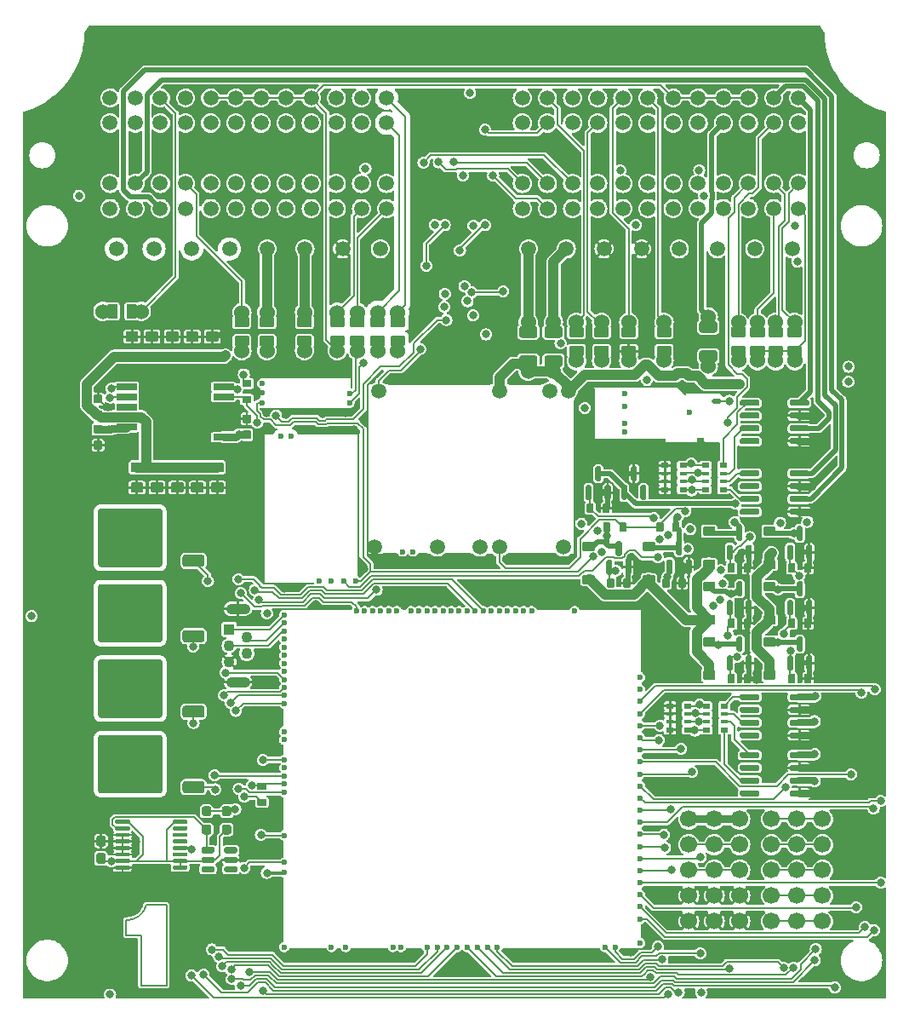
<source format=gtl>
G04 #@! TF.GenerationSoftware,KiCad,Pcbnew,7.0.7-7.0.7~ubuntu22.04.1*
G04 #@! TF.CreationDate,2023-09-10T05:13:53+00:00*
G04 #@! TF.ProjectId,hellen-112-17,68656c6c-656e-42d3-9131-322d31372e6b,B*
G04 #@! TF.SameCoordinates,Original*
G04 #@! TF.FileFunction,Copper,L1,Top*
G04 #@! TF.FilePolarity,Positive*
%FSLAX46Y46*%
G04 Gerber Fmt 4.6, Leading zero omitted, Abs format (unit mm)*
G04 Created by KiCad (PCBNEW 7.0.7-7.0.7~ubuntu22.04.1) date 2023-09-10 05:13:53*
%MOMM*%
%LPD*%
G01*
G04 APERTURE LIST*
G04 #@! TA.AperFunction,EtchedComponent*
%ADD10C,0.200000*%
G04 #@! TD*
G04 #@! TA.AperFunction,SMDPad,CuDef*
%ADD11R,2.000000X0.650000*%
G04 #@! TD*
G04 #@! TA.AperFunction,SMDPad,CuDef*
%ADD12R,4.500000X8.100000*%
G04 #@! TD*
G04 #@! TA.AperFunction,ComponentPad*
%ADD13C,1.500000*%
G04 #@! TD*
G04 #@! TA.AperFunction,ComponentPad*
%ADD14C,1.524000*%
G04 #@! TD*
G04 #@! TA.AperFunction,ComponentPad*
%ADD15C,1.700000*%
G04 #@! TD*
G04 #@! TA.AperFunction,SMDPad,CuDef*
%ADD16R,0.800000X0.500000*%
G04 #@! TD*
G04 #@! TA.AperFunction,SMDPad,CuDef*
%ADD17R,0.800000X0.400000*%
G04 #@! TD*
G04 #@! TA.AperFunction,ComponentPad*
%ADD18R,1.100000X1.100000*%
G04 #@! TD*
G04 #@! TA.AperFunction,ComponentPad*
%ADD19C,1.100000*%
G04 #@! TD*
G04 #@! TA.AperFunction,ComponentPad*
%ADD20O,2.400000X1.100000*%
G04 #@! TD*
G04 #@! TA.AperFunction,ComponentPad*
%ADD21C,0.600000*%
G04 #@! TD*
G04 #@! TA.AperFunction,SMDPad,CuDef*
%ADD22O,0.200000X1.225000*%
G04 #@! TD*
G04 #@! TA.AperFunction,SMDPad,CuDef*
%ADD23O,9.300000X0.200000*%
G04 #@! TD*
G04 #@! TA.AperFunction,SMDPad,CuDef*
%ADD24R,6.185000X0.250000*%
G04 #@! TD*
G04 #@! TA.AperFunction,SMDPad,CuDef*
%ADD25R,1.115000X0.250000*%
G04 #@! TD*
G04 #@! TA.AperFunction,SMDPad,CuDef*
%ADD26R,0.250000X14.275000*%
G04 #@! TD*
G04 #@! TA.AperFunction,SMDPad,CuDef*
%ADD27R,0.250000X15.100000*%
G04 #@! TD*
G04 #@! TA.AperFunction,SMDPad,CuDef*
%ADD28R,5.175000X0.250000*%
G04 #@! TD*
G04 #@! TA.AperFunction,SMDPad,CuDef*
%ADD29R,2.300000X0.200000*%
G04 #@! TD*
G04 #@! TA.AperFunction,SMDPad,CuDef*
%ADD30R,3.700000X0.200000*%
G04 #@! TD*
G04 #@! TA.AperFunction,SMDPad,CuDef*
%ADD31R,0.400000X0.200000*%
G04 #@! TD*
G04 #@! TA.AperFunction,SMDPad,CuDef*
%ADD32R,1.600000X0.200000*%
G04 #@! TD*
G04 #@! TA.AperFunction,SMDPad,CuDef*
%ADD33R,9.700000X0.200000*%
G04 #@! TD*
G04 #@! TA.AperFunction,SMDPad,CuDef*
%ADD34R,0.200000X1.400000*%
G04 #@! TD*
G04 #@! TA.AperFunction,SMDPad,CuDef*
%ADD35R,0.200000X6.400000*%
G04 #@! TD*
G04 #@! TA.AperFunction,SMDPad,CuDef*
%ADD36R,0.200000X1.700000*%
G04 #@! TD*
G04 #@! TA.AperFunction,SMDPad,CuDef*
%ADD37R,0.200000X3.300000*%
G04 #@! TD*
G04 #@! TA.AperFunction,SMDPad,CuDef*
%ADD38R,0.200000X1.000000*%
G04 #@! TD*
G04 #@! TA.AperFunction,SMDPad,CuDef*
%ADD39R,0.200000X1.800000*%
G04 #@! TD*
G04 #@! TA.AperFunction,SMDPad,CuDef*
%ADD40R,7.000000X0.200000*%
G04 #@! TD*
G04 #@! TA.AperFunction,SMDPad,CuDef*
%ADD41R,3.300000X0.200000*%
G04 #@! TD*
G04 #@! TA.AperFunction,SMDPad,CuDef*
%ADD42R,6.300000X0.200000*%
G04 #@! TD*
G04 #@! TA.AperFunction,SMDPad,CuDef*
%ADD43O,3.300000X0.200000*%
G04 #@! TD*
G04 #@! TA.AperFunction,SMDPad,CuDef*
%ADD44O,10.200000X0.200000*%
G04 #@! TD*
G04 #@! TA.AperFunction,SMDPad,CuDef*
%ADD45O,0.300000X0.200000*%
G04 #@! TD*
G04 #@! TA.AperFunction,SMDPad,CuDef*
%ADD46O,0.200000X17.000000*%
G04 #@! TD*
G04 #@! TA.AperFunction,SMDPad,CuDef*
%ADD47O,0.200000X15.400000*%
G04 #@! TD*
G04 #@! TA.AperFunction,SMDPad,CuDef*
%ADD48O,4.800000X0.200000*%
G04 #@! TD*
G04 #@! TA.AperFunction,SMDPad,CuDef*
%ADD49O,2.600000X0.200000*%
G04 #@! TD*
G04 #@! TA.AperFunction,SMDPad,CuDef*
%ADD50O,1.000000X0.200000*%
G04 #@! TD*
G04 #@! TA.AperFunction,SMDPad,CuDef*
%ADD51O,1.500000X0.200000*%
G04 #@! TD*
G04 #@! TA.AperFunction,SMDPad,CuDef*
%ADD52O,8.400001X0.200000*%
G04 #@! TD*
G04 #@! TA.AperFunction,SMDPad,CuDef*
%ADD53O,0.200000X5.250000*%
G04 #@! TD*
G04 #@! TA.AperFunction,SMDPad,CuDef*
%ADD54O,0.700001X0.200000*%
G04 #@! TD*
G04 #@! TA.AperFunction,SMDPad,CuDef*
%ADD55O,7.250001X0.200000*%
G04 #@! TD*
G04 #@! TA.AperFunction,SMDPad,CuDef*
%ADD56O,1.000001X0.499999*%
G04 #@! TD*
G04 #@! TA.AperFunction,SMDPad,CuDef*
%ADD57O,0.499999X0.250000*%
G04 #@! TD*
G04 #@! TA.AperFunction,ComponentPad*
%ADD58C,0.599999*%
G04 #@! TD*
G04 #@! TA.AperFunction,ViaPad*
%ADD59C,0.800000*%
G04 #@! TD*
G04 #@! TA.AperFunction,Conductor*
%ADD60C,0.800000*%
G04 #@! TD*
G04 #@! TA.AperFunction,Conductor*
%ADD61C,0.200000*%
G04 #@! TD*
G04 #@! TA.AperFunction,Conductor*
%ADD62C,0.500000*%
G04 #@! TD*
G04 #@! TA.AperFunction,Conductor*
%ADD63C,1.000000*%
G04 #@! TD*
G04 #@! TA.AperFunction,Conductor*
%ADD64C,0.700000*%
G04 #@! TD*
G04 #@! TA.AperFunction,Conductor*
%ADD65C,0.150000*%
G04 #@! TD*
G04 #@! TA.AperFunction,Conductor*
%ADD66C,0.300000*%
G04 #@! TD*
G04 APERTURE END LIST*
D10*
G04 #@! TO.C,G3*
X10500000Y6500000D02*
X10500000Y8000000D01*
X10500000Y6500000D02*
X12000000Y6500000D01*
X12000000Y6500000D02*
X12000000Y1500000D01*
X12000000Y1500000D02*
X14500000Y1500000D01*
X14500000Y9500000D02*
X12500000Y9500000D01*
X14500000Y1500000D02*
X14500000Y9500000D01*
X10500000Y8000000D02*
G75*
G03*
X12499999Y9500000I78399J1978801D01*
G01*
G04 #@! TD*
G04 #@! TO.P,C13,1*
G04 #@! TO.N,GND*
G04 #@! TA.AperFunction,SMDPad,CuDef*
G36*
G01*
X22160000Y58255001D02*
X22840000Y58255001D01*
G75*
G02*
X22925000Y58170001I0J-85000D01*
G01*
X22925000Y57490001D01*
G75*
G02*
X22840000Y57405001I-85000J0D01*
G01*
X22160000Y57405001D01*
G75*
G02*
X22075000Y57490001I0J85000D01*
G01*
X22075000Y58170001D01*
G75*
G02*
X22160000Y58255001I85000J0D01*
G01*
G37*
G04 #@! TD.AperFunction*
G04 #@! TO.P,C13,2*
G04 #@! TO.N,/OUT_ETB+*
G04 #@! TA.AperFunction,SMDPad,CuDef*
G36*
G01*
X22160000Y56674999D02*
X22840000Y56674999D01*
G75*
G02*
X22925000Y56589999I0J-85000D01*
G01*
X22925000Y55909999D01*
G75*
G02*
X22840000Y55824999I-85000J0D01*
G01*
X22160000Y55824999D01*
G75*
G02*
X22075000Y55909999I0J85000D01*
G01*
X22075000Y56589999D01*
G75*
G02*
X22160000Y56674999I85000J0D01*
G01*
G37*
G04 #@! TD.AperFunction*
G04 #@! TD*
D11*
G04 #@! TO.P,U1,1,DIR*
G04 #@! TO.N,/ETB_DIR*
X10575000Y61000000D03*
G04 #@! TO.P,U1,2,VSO*
G04 #@! TO.N,+3.3V*
X10575000Y60000000D03*
G04 #@! TO.P,U1,3,SO*
G04 #@! TO.N,unconnected-(U1-SO-Pad3)*
X10575000Y59000000D03*
G04 #@! TO.P,U1,4,VS*
G04 #@! TO.N,+12V_RAW*
X10575000Y58000000D03*
G04 #@! TO.P,U1,5,OUT1*
G04 #@! TO.N,/OUT_ETB-*
X10575000Y57000000D03*
G04 #@! TO.P,U1,6,GND*
G04 #@! TO.N,GND*
X10575000Y56000000D03*
G04 #@! TO.P,U1,7,OUT2*
G04 #@! TO.N,/OUT_ETB+*
X20175000Y56000000D03*
G04 #@! TO.P,U1,8,SI*
G04 #@! TO.N,GND*
X20175000Y57000000D03*
G04 #@! TO.P,U1,9,CSN*
X20175000Y58000000D03*
G04 #@! TO.P,U1,10,SCK*
X20175000Y59000000D03*
G04 #@! TO.P,U1,11,DIS*
G04 #@! TO.N,/ETB_DIS*
X20175000Y60000000D03*
G04 #@! TO.P,U1,12,PWM*
G04 #@! TO.N,/ETB_PWM*
X20175000Y61000000D03*
D12*
G04 #@! TO.P,U1,13,GND*
G04 #@! TO.N,GND*
X15375000Y58500000D03*
G04 #@! TD*
D13*
G04 #@! TO.P,J1,1*
G04 #@! TO.N,/OUT_LS_101*
X77404267Y89716479D03*
G04 #@! TO.P,J1,2*
G04 #@! TO.N,/OUT_LS_102*
X74904267Y89716479D03*
G04 #@! TO.P,J1,3*
G04 #@! TO.N,GNDA*
X72404267Y89716479D03*
G04 #@! TO.P,J1,4*
X69904267Y89716479D03*
G04 #@! TO.P,J1,5*
X67404267Y89716479D03*
G04 #@! TO.P,J1,6*
X64904267Y89716479D03*
G04 #@! TO.P,J1,7*
G04 #@! TO.N,Net-(J1-Pad7)*
X62404267Y89716479D03*
G04 #@! TO.P,J1,8*
G04 #@! TO.N,Net-(J1-Pad8)*
X59904267Y89716479D03*
G04 #@! TO.P,J1,9*
G04 #@! TO.N,/IN_AV_109*
X57404267Y89716479D03*
G04 #@! TO.P,J1,10*
G04 #@! TO.N,/IN_AV_110*
X54904267Y89716479D03*
G04 #@! TO.P,J1,11*
G04 #@! TO.N,Net-(J1-Pad11)*
X52404267Y89716479D03*
G04 #@! TO.P,J1,12*
G04 #@! TO.N,/IN_AV_112*
X49904267Y89716479D03*
G04 #@! TO.P,J1,13*
G04 #@! TO.N,/IN_DIGITAL_113*
X77404267Y87216479D03*
G04 #@! TO.P,J1,14*
G04 #@! TO.N,Net-(J1-Pad14)*
X74904267Y87216479D03*
G04 #@! TO.P,J1,15*
G04 #@! TO.N,/OUT_MAIN_RELAY*
X72404267Y87216479D03*
G04 #@! TO.P,J1,16*
G04 #@! TO.N,Net-(F1-Pad1)*
X69904267Y87216479D03*
G04 #@! TO.P,J1,17*
G04 #@! TO.N,unconnected-(J1-Pad17)*
X67404267Y87216479D03*
G04 #@! TO.P,J1,18*
G04 #@! TO.N,unconnected-(J1-Pad18)*
X64904267Y87216479D03*
G04 #@! TO.P,J1,19*
G04 #@! TO.N,/IN_AV_119*
X62404267Y87216479D03*
G04 #@! TO.P,J1,20*
G04 #@! TO.N,/IN_DIGITAL_120*
X59904267Y87216479D03*
G04 #@! TO.P,J1,21*
G04 #@! TO.N,Net-(J1-Pad21)*
X57404267Y87216479D03*
G04 #@! TO.P,J1,22*
G04 #@! TO.N,unconnected-(J1-Pad22)*
X54904267Y87216479D03*
G04 #@! TO.P,J1,23*
G04 #@! TO.N,/IN_DIGITAL_123*
X52404267Y87216479D03*
G04 #@! TO.P,J1,24*
G04 #@! TO.N,unconnected-(J1-Pad24)*
X49904267Y87216479D03*
G04 #@! TO.P,J1,25*
G04 #@! TO.N,Net-(J1-Pad25)*
X77404267Y81216479D03*
G04 #@! TO.P,J1,26*
G04 #@! TO.N,Net-(J1-Pad26)*
X74904267Y81216479D03*
G04 #@! TO.P,J1,27*
G04 #@! TO.N,/K-Line*
X72404267Y81216479D03*
G04 #@! TO.P,J1,28*
G04 #@! TO.N,/OUT_TACH*
X69904267Y81216479D03*
G04 #@! TO.P,J1,29*
G04 #@! TO.N,/OUT_FUEL*
X67404267Y81216479D03*
G04 #@! TO.P,J1,30*
G04 #@! TO.N,unconnected-(J1-Pad30)*
X64904267Y81216479D03*
G04 #@! TO.P,J1,31*
G04 #@! TO.N,/OUT_AC*
X62404267Y81216479D03*
G04 #@! TO.P,J1,32*
G04 #@! TO.N,/CAN+*
X59904267Y81216479D03*
G04 #@! TO.P,J1,33*
G04 #@! TO.N,unconnected-(J1-Pad33)*
X57404267Y81216479D03*
G04 #@! TO.P,J1,34*
G04 #@! TO.N,/IN_DIGITAL_134_HS*
X54904267Y81216479D03*
G04 #@! TO.P,J1,35*
G04 #@! TO.N,/IN_DIGITAL_135_HS*
X52404267Y81216479D03*
G04 #@! TO.P,J1,36*
G04 #@! TO.N,/IN_DIGITAL_136_HS*
X49904267Y81216479D03*
G04 #@! TO.P,J1,37*
G04 #@! TO.N,+5VP*
X77404267Y78716479D03*
G04 #@! TO.P,J1,38*
G04 #@! TO.N,Net-(J1-Pad38)*
X74904267Y78716479D03*
G04 #@! TO.P,J1,39*
G04 #@! TO.N,unconnected-(J1-Pad39)*
X72404267Y78716479D03*
G04 #@! TO.P,J1,40*
G04 #@! TO.N,/OUT_RELAY_140*
X69904267Y78716479D03*
G04 #@! TO.P,J1,41*
G04 #@! TO.N,/OUT_FAN_RELAY*
X67404267Y78716479D03*
G04 #@! TO.P,J1,42*
G04 #@! TO.N,/OUT_FUEL_PUMP_RELAY*
X64904267Y78716479D03*
G04 #@! TO.P,J1,43*
G04 #@! TO.N,unconnected-(J1-Pad43)*
X62404267Y78716479D03*
G04 #@! TO.P,J1,44*
G04 #@! TO.N,/CAN-*
X59904267Y78716479D03*
G04 #@! TO.P,J1,45*
G04 #@! TO.N,unconnected-(J1-Pad45)*
X57404267Y78716479D03*
G04 #@! TO.P,J1,46*
G04 #@! TO.N,unconnected-(J1-Pad46)*
X54904267Y78716479D03*
G04 #@! TO.P,J1,47*
G04 #@! TO.N,/IN_DIGITAL_147_HS*
X52404267Y78716479D03*
G04 #@! TO.P,J1,48*
G04 #@! TO.N,unconnected-(J1-Pad48)*
X49904267Y78716479D03*
G04 #@! TO.P,J1,49*
G04 #@! TO.N,unconnected-(J1-Pad49)*
X76779267Y74716479D03*
G04 #@! TO.P,J1,50*
G04 #@! TO.N,unconnected-(J1-Pad50)*
X73029267Y74716479D03*
G04 #@! TO.P,J1,51*
G04 #@! TO.N,/OUT_RELAY_151*
X69279267Y74716479D03*
G04 #@! TO.P,J1,52*
G04 #@! TO.N,/OUT_RELAY_152*
X65529267Y74716479D03*
G04 #@! TO.P,J1,53*
G04 #@! TO.N,GND*
X61779267Y74716479D03*
G04 #@! TO.P,J1,54*
X58029267Y74716479D03*
G04 #@! TO.P,J1,55*
G04 #@! TO.N,Net-(F2-Pad1)*
X54279267Y74716479D03*
G04 #@! TO.P,J1,56*
G04 #@! TO.N,Net-(F3-Pad1)*
X50529267Y74716479D03*
G04 #@! TO.P,J1,57*
G04 #@! TO.N,/IN_CRANK-*
X36404267Y89716479D03*
G04 #@! TO.P,J1,58*
G04 #@! TO.N,unconnected-(J1-Pad58)*
X33904267Y89716479D03*
G04 #@! TO.P,J1,59*
G04 #@! TO.N,/IN_TPS1*
X31404267Y89716479D03*
G04 #@! TO.P,J1,60*
G04 #@! TO.N,GNDA*
X28904267Y89716479D03*
G04 #@! TO.P,J1,61*
X26404267Y89716479D03*
G04 #@! TO.P,J1,62*
X23904267Y89716479D03*
G04 #@! TO.P,J1,63*
X21404267Y89716479D03*
G04 #@! TO.P,J1,64*
X18904267Y89716479D03*
G04 #@! TO.P,J1,65*
G04 #@! TO.N,unconnected-(J1-Pad65)*
X16404267Y89716479D03*
G04 #@! TO.P,J1,66*
G04 #@! TO.N,+5VP*
X13904267Y89716479D03*
G04 #@! TO.P,J1,67*
G04 #@! TO.N,unconnected-(J1-Pad67)*
X11404267Y89716479D03*
G04 #@! TO.P,J1,68*
G04 #@! TO.N,unconnected-(J1-Pad68)*
X8904267Y89716479D03*
G04 #@! TO.P,J1,69*
G04 #@! TO.N,/IN_CRANK+*
X36404267Y87216479D03*
G04 #@! TO.P,J1,70*
G04 #@! TO.N,unconnected-(J1-Pad70)*
X33904267Y87216479D03*
G04 #@! TO.P,J1,71*
G04 #@! TO.N,/IN_CLT*
X31404267Y87216479D03*
G04 #@! TO.P,J1,72*
G04 #@! TO.N,unconnected-(J1-Pad72)*
X28904267Y87216479D03*
G04 #@! TO.P,J1,73*
G04 #@! TO.N,unconnected-(J1-Pad73)*
X26404267Y87216479D03*
G04 #@! TO.P,J1,74*
G04 #@! TO.N,unconnected-(J1-Pad74)*
X23904267Y87216479D03*
G04 #@! TO.P,J1,75*
G04 #@! TO.N,/IN_MAP*
X21404267Y87216479D03*
G04 #@! TO.P,J1,76*
G04 #@! TO.N,/IN_TPS2*
X18904267Y87216479D03*
G04 #@! TO.P,J1,77*
G04 #@! TO.N,unconnected-(J1-Pad77)*
X16404267Y87216479D03*
G04 #@! TO.P,J1,78*
G04 #@! TO.N,unconnected-(J1-Pad78)*
X13904267Y87216479D03*
G04 #@! TO.P,J1,79*
G04 #@! TO.N,Net-(J1-Pad79)*
X11404267Y87216479D03*
G04 #@! TO.P,J1,80*
G04 #@! TO.N,unconnected-(J1-Pad80)*
X8904267Y87216479D03*
G04 #@! TO.P,J1,81*
G04 #@! TO.N,unconnected-(J1-Pad81)*
X36404267Y81216479D03*
G04 #@! TO.P,J1,82*
G04 #@! TO.N,unconnected-(J1-Pad82)*
X33904267Y81216479D03*
G04 #@! TO.P,J1,83*
G04 #@! TO.N,/IN_IAT*
X31404267Y81216479D03*
G04 #@! TO.P,J1,84*
G04 #@! TO.N,unconnected-(J1-Pad84)*
X28904267Y81216479D03*
G04 #@! TO.P,J1,85*
G04 #@! TO.N,unconnected-(J1-Pad85)*
X26404267Y81216479D03*
G04 #@! TO.P,J1,86*
G04 #@! TO.N,unconnected-(J1-Pad86)*
X23904267Y81216479D03*
G04 #@! TO.P,J1,87*
G04 #@! TO.N,/IN_CAM*
X21404267Y81216479D03*
G04 #@! TO.P,J1,88*
G04 #@! TO.N,/IN_VSS*
X18904267Y81216479D03*
G04 #@! TO.P,J1,89*
G04 #@! TO.N,Net-(J1-Pad89)*
X16404267Y81216479D03*
G04 #@! TO.P,J1,90*
G04 #@! TO.N,unconnected-(J1-Pad90)*
X13904267Y81216479D03*
G04 #@! TO.P,J1,91*
G04 #@! TO.N,/OUT_LS_235*
X11404267Y81216479D03*
G04 #@! TO.P,J1,92*
G04 #@! TO.N,unconnected-(J1-Pad92)*
X8904267Y81216479D03*
G04 #@! TO.P,J1,93*
G04 #@! TO.N,Net-(J1-Pad93)*
X36404267Y78716479D03*
G04 #@! TO.P,J1,94*
G04 #@! TO.N,Net-(J1-Pad94)*
X33904267Y78716479D03*
G04 #@! TO.P,J1,95*
G04 #@! TO.N,unconnected-(J1-Pad95)*
X31404267Y78716479D03*
G04 #@! TO.P,J1,96*
G04 #@! TO.N,unconnected-(J1-Pad96)*
X28904267Y78716479D03*
G04 #@! TO.P,J1,97*
G04 #@! TO.N,unconnected-(J1-Pad97)*
X26404267Y78716479D03*
G04 #@! TO.P,J1,98*
G04 #@! TO.N,/OUT_INJ2*
X23904267Y78716479D03*
G04 #@! TO.P,J1,99*
G04 #@! TO.N,/OUT_INJ3*
X21404267Y78716479D03*
G04 #@! TO.P,J1,100*
G04 #@! TO.N,/OUT_INJ1*
X18904267Y78716479D03*
G04 #@! TO.P,J1,101*
G04 #@! TO.N,/OUT_INJ4*
X16404267Y78716479D03*
G04 #@! TO.P,J1,102*
G04 #@! TO.N,/OUT_LS_246*
X13904267Y78716479D03*
G04 #@! TO.P,J1,103*
G04 #@! TO.N,GNDA*
X11404267Y78716479D03*
G04 #@! TO.P,J1,104*
G04 #@! TO.N,unconnected-(J1-Pad104)*
X8904267Y78716479D03*
G04 #@! TO.P,J1,105*
G04 #@! TO.N,unconnected-(J1-Pad105)*
X35779267Y74716479D03*
G04 #@! TO.P,J1,106*
G04 #@! TO.N,GND*
X32029267Y74716479D03*
G04 #@! TO.P,J1,107*
G04 #@! TO.N,Net-(J1-Pad107)*
X28279267Y74716479D03*
G04 #@! TO.P,J1,108*
G04 #@! TO.N,Net-(J1-Pad108)*
X24529267Y74716479D03*
G04 #@! TO.P,J1,109*
G04 #@! TO.N,/OUT_IGN2*
X20779267Y74716479D03*
G04 #@! TO.P,J1,110*
G04 #@! TO.N,/OUT_IGN3*
X17029267Y74716479D03*
G04 #@! TO.P,J1,111*
G04 #@! TO.N,/OUT_IGN4*
X13279267Y74716479D03*
G04 #@! TO.P,J1,112*
G04 #@! TO.N,/OUT_IGN1*
X9529267Y74716479D03*
G04 #@! TD*
D14*
G04 #@! TO.P,R13,1,1*
G04 #@! TO.N,Net-(J1-Pad93)*
X33500000Y68405000D03*
G04 #@! TA.AperFunction,SMDPad,CuDef*
G36*
G01*
X32875000Y67950001D02*
X34125000Y67950001D01*
G75*
G02*
X34225000Y67850001I0J-100000D01*
G01*
X34225000Y67050001D01*
G75*
G02*
X34125000Y66950001I-100000J0D01*
G01*
X32875000Y66950001D01*
G75*
G02*
X32775000Y67050001I0J100000D01*
G01*
X32775000Y67850001D01*
G75*
G02*
X32875000Y67950001I100000J0D01*
G01*
G37*
G04 #@! TD.AperFunction*
G04 #@! TO.P,R13,2,2*
G04 #@! TO.N,/IN_KNOCK_RAW*
G04 #@! TA.AperFunction,SMDPad,CuDef*
G36*
G01*
X32875000Y66049979D02*
X34125000Y66049979D01*
G75*
G02*
X34225000Y65949979I0J-100000D01*
G01*
X34225000Y65149979D01*
G75*
G02*
X34125000Y65049979I-100000J0D01*
G01*
X32875000Y65049979D01*
G75*
G02*
X32775000Y65149979I0J100000D01*
G01*
X32775000Y65949979D01*
G75*
G02*
X32875000Y66049979I100000J0D01*
G01*
G37*
G04 #@! TD.AperFunction*
X33500000Y64595000D03*
G04 #@! TD*
G04 #@! TO.P,C4,1*
G04 #@! TO.N,GND*
G04 #@! TA.AperFunction,SMDPad,CuDef*
G36*
G01*
X18100000Y50500000D02*
X17050000Y50500000D01*
G75*
G02*
X16950000Y50600000I0J100000D01*
G01*
X16950000Y51400000D01*
G75*
G02*
X17050000Y51500000I100000J0D01*
G01*
X18100000Y51500000D01*
G75*
G02*
X18200000Y51400000I0J-100000D01*
G01*
X18200000Y50600000D01*
G75*
G02*
X18100000Y50500000I-100000J0D01*
G01*
G37*
G04 #@! TD.AperFunction*
G04 #@! TO.P,C4,2*
G04 #@! TO.N,+12V_RAW*
G04 #@! TA.AperFunction,SMDPad,CuDef*
G36*
G01*
X18100000Y52500000D02*
X17050000Y52500000D01*
G75*
G02*
X16950000Y52600000I0J100000D01*
G01*
X16950000Y53400000D01*
G75*
G02*
X17050000Y53500000I100000J0D01*
G01*
X18100000Y53500000D01*
G75*
G02*
X18200000Y53400000I0J-100000D01*
G01*
X18200000Y52600000D01*
G75*
G02*
X18100000Y52500000I-100000J0D01*
G01*
G37*
G04 #@! TD.AperFunction*
G04 #@! TD*
D15*
G04 #@! TO.P,G2,1*
G04 #@! TO.N,Net-(G2-Pad1)*
X74692000Y7880000D03*
G04 #@! TO.P,G2,2*
G04 #@! TO.N,Net-(G2-Pad12)*
X74692000Y10420000D03*
G04 #@! TO.P,G2,3*
G04 #@! TO.N,Net-(G2-Pad13)*
X74692000Y12960000D03*
G04 #@! TO.P,G2,4*
G04 #@! TO.N,Net-(G2-Pad14)*
X74692000Y15500000D03*
G04 #@! TO.P,G2,5*
G04 #@! TO.N,Net-(G2-Pad10)*
X74692000Y18040000D03*
G04 #@! TO.P,G2,6*
G04 #@! TO.N,Net-(G2-Pad1)*
X77232000Y7880000D03*
G04 #@! TO.P,G2,7*
G04 #@! TO.N,Net-(G2-Pad12)*
X77232000Y10420000D03*
G04 #@! TO.P,G2,8*
G04 #@! TO.N,Net-(G2-Pad13)*
X77232000Y12960000D03*
G04 #@! TO.P,G2,9*
G04 #@! TO.N,Net-(G2-Pad14)*
X77232000Y15500000D03*
G04 #@! TO.P,G2,10*
G04 #@! TO.N,Net-(G2-Pad10)*
X77232000Y18040000D03*
G04 #@! TO.P,G2,11*
G04 #@! TO.N,Net-(G2-Pad1)*
X79772000Y7880000D03*
G04 #@! TO.P,G2,12*
G04 #@! TO.N,Net-(G2-Pad12)*
X79772000Y10420000D03*
G04 #@! TO.P,G2,13*
G04 #@! TO.N,Net-(G2-Pad13)*
X79772000Y12960000D03*
G04 #@! TO.P,G2,14*
G04 #@! TO.N,Net-(G2-Pad14)*
X79772000Y15500000D03*
G04 #@! TO.P,G2,15*
G04 #@! TO.N,Net-(G2-Pad10)*
X79772000Y18040000D03*
G04 #@! TD*
D14*
G04 #@! TO.P,R11,1,1*
G04 #@! TO.N,Net-(J1-Pad79)*
X8190000Y68500000D03*
G04 #@! TA.AperFunction,SMDPad,CuDef*
G36*
G01*
X8644999Y67875000D02*
X8644999Y69125000D01*
G75*
G02*
X8744999Y69225000I100000J0D01*
G01*
X9544999Y69225000D01*
G75*
G02*
X9644999Y69125000I0J-100000D01*
G01*
X9644999Y67875000D01*
G75*
G02*
X9544999Y67775000I-100000J0D01*
G01*
X8744999Y67775000D01*
G75*
G02*
X8644999Y67875000I0J100000D01*
G01*
G37*
G04 #@! TD.AperFunction*
G04 #@! TO.P,R11,2,2*
G04 #@! TO.N,+5VP*
G04 #@! TA.AperFunction,SMDPad,CuDef*
G36*
G01*
X10545021Y67875000D02*
X10545021Y69125000D01*
G75*
G02*
X10645021Y69225000I100000J0D01*
G01*
X11445021Y69225000D01*
G75*
G02*
X11545021Y69125000I0J-100000D01*
G01*
X11545021Y67875000D01*
G75*
G02*
X11445021Y67775000I-100000J0D01*
G01*
X10645021Y67775000D01*
G75*
G02*
X10545021Y67875000I0J100000D01*
G01*
G37*
G04 #@! TD.AperFunction*
X12000000Y68500000D03*
G04 #@! TD*
G04 #@! TO.P,C5,1*
G04 #@! TO.N,GND*
G04 #@! TA.AperFunction,SMDPad,CuDef*
G36*
G01*
X20100000Y50500000D02*
X19050000Y50500000D01*
G75*
G02*
X18950000Y50600000I0J100000D01*
G01*
X18950000Y51400000D01*
G75*
G02*
X19050000Y51500000I100000J0D01*
G01*
X20100000Y51500000D01*
G75*
G02*
X20200000Y51400000I0J-100000D01*
G01*
X20200000Y50600000D01*
G75*
G02*
X20100000Y50500000I-100000J0D01*
G01*
G37*
G04 #@! TD.AperFunction*
G04 #@! TO.P,C5,2*
G04 #@! TO.N,+12V_RAW*
G04 #@! TA.AperFunction,SMDPad,CuDef*
G36*
G01*
X20100000Y52500000D02*
X19050000Y52500000D01*
G75*
G02*
X18950000Y52600000I0J100000D01*
G01*
X18950000Y53400000D01*
G75*
G02*
X19050000Y53500000I100000J0D01*
G01*
X20100000Y53500000D01*
G75*
G02*
X20200000Y53400000I0J-100000D01*
G01*
X20200000Y52600000D01*
G75*
G02*
X20100000Y52500000I-100000J0D01*
G01*
G37*
G04 #@! TD.AperFunction*
G04 #@! TD*
G04 #@! TO.P,Q10,1,G*
G04 #@! TO.N,/lowside_weak/IN6*
G04 #@! TA.AperFunction,SMDPad,CuDef*
G36*
G01*
X58700000Y42325000D02*
X58400000Y42325000D01*
G75*
G02*
X58250000Y42475000I0J150000D01*
G01*
X58250000Y43650000D01*
G75*
G02*
X58400000Y43800000I150000J0D01*
G01*
X58700000Y43800000D01*
G75*
G02*
X58850000Y43650000I0J-150000D01*
G01*
X58850000Y42475000D01*
G75*
G02*
X58700000Y42325000I-150000J0D01*
G01*
G37*
G04 #@! TD.AperFunction*
G04 #@! TO.P,Q10,2,D*
G04 #@! TO.N,/OUT_FUEL*
G04 #@! TA.AperFunction,SMDPad,CuDef*
G36*
G01*
X59650000Y44200000D02*
X59350000Y44200000D01*
G75*
G02*
X59200000Y44350000I0J150000D01*
G01*
X59200000Y45525000D01*
G75*
G02*
X59350000Y45675000I150000J0D01*
G01*
X59650000Y45675000D01*
G75*
G02*
X59800000Y45525000I0J-150000D01*
G01*
X59800000Y44350000D01*
G75*
G02*
X59650000Y44200000I-150000J0D01*
G01*
G37*
G04 #@! TD.AperFunction*
G04 #@! TO.P,Q10,3,S*
G04 #@! TO.N,GND*
G04 #@! TA.AperFunction,SMDPad,CuDef*
G36*
G01*
X60600000Y42325000D02*
X60300000Y42325000D01*
G75*
G02*
X60150000Y42475000I0J150000D01*
G01*
X60150000Y43650000D01*
G75*
G02*
X60300000Y43800000I150000J0D01*
G01*
X60600000Y43800000D01*
G75*
G02*
X60750000Y43650000I0J-150000D01*
G01*
X60750000Y42475000D01*
G75*
G02*
X60600000Y42325000I-150000J0D01*
G01*
G37*
G04 #@! TD.AperFunction*
G04 #@! TD*
G04 #@! TO.P,R14,1,1*
G04 #@! TO.N,Net-(J1-Pad94)*
X31500000Y68405000D03*
G04 #@! TA.AperFunction,SMDPad,CuDef*
G36*
G01*
X30875000Y67950001D02*
X32125000Y67950001D01*
G75*
G02*
X32225000Y67850001I0J-100000D01*
G01*
X32225000Y67050001D01*
G75*
G02*
X32125000Y66950001I-100000J0D01*
G01*
X30875000Y66950001D01*
G75*
G02*
X30775000Y67050001I0J100000D01*
G01*
X30775000Y67850001D01*
G75*
G02*
X30875000Y67950001I100000J0D01*
G01*
G37*
G04 #@! TD.AperFunction*
G04 #@! TO.P,R14,2,2*
G04 #@! TO.N,GNDA*
G04 #@! TA.AperFunction,SMDPad,CuDef*
G36*
G01*
X30875000Y66049979D02*
X32125000Y66049979D01*
G75*
G02*
X32225000Y65949979I0J-100000D01*
G01*
X32225000Y65149979D01*
G75*
G02*
X32125000Y65049979I-100000J0D01*
G01*
X30875000Y65049979D01*
G75*
G02*
X30775000Y65149979I0J100000D01*
G01*
X30775000Y65949979D01*
G75*
G02*
X30875000Y66049979I100000J0D01*
G01*
G37*
G04 #@! TD.AperFunction*
X31500000Y64595000D03*
G04 #@! TD*
G04 #@! TO.P,Q7,1,G*
G04 #@! TO.N,/lowside_weak/IN3*
G04 #@! TA.AperFunction,SMDPad,CuDef*
G36*
G01*
X76700000Y38325000D02*
X76400000Y38325000D01*
G75*
G02*
X76250000Y38475000I0J150000D01*
G01*
X76250000Y39650000D01*
G75*
G02*
X76400000Y39800000I150000J0D01*
G01*
X76700000Y39800000D01*
G75*
G02*
X76850000Y39650000I0J-150000D01*
G01*
X76850000Y38475000D01*
G75*
G02*
X76700000Y38325000I-150000J0D01*
G01*
G37*
G04 #@! TD.AperFunction*
G04 #@! TO.P,Q7,2,D*
G04 #@! TO.N,/OUT_RELAY_140*
G04 #@! TA.AperFunction,SMDPad,CuDef*
G36*
G01*
X77650000Y40200000D02*
X77350000Y40200000D01*
G75*
G02*
X77200000Y40350000I0J150000D01*
G01*
X77200000Y41525000D01*
G75*
G02*
X77350000Y41675000I150000J0D01*
G01*
X77650000Y41675000D01*
G75*
G02*
X77800000Y41525000I0J-150000D01*
G01*
X77800000Y40350000D01*
G75*
G02*
X77650000Y40200000I-150000J0D01*
G01*
G37*
G04 #@! TD.AperFunction*
G04 #@! TO.P,Q7,3,S*
G04 #@! TO.N,GND*
G04 #@! TA.AperFunction,SMDPad,CuDef*
G36*
G01*
X78600000Y38325000D02*
X78300000Y38325000D01*
G75*
G02*
X78150000Y38475000I0J150000D01*
G01*
X78150000Y39650000D01*
G75*
G02*
X78300000Y39800000I150000J0D01*
G01*
X78600000Y39800000D01*
G75*
G02*
X78750000Y39650000I0J-150000D01*
G01*
X78750000Y38475000D01*
G75*
G02*
X78600000Y38325000I-150000J0D01*
G01*
G37*
G04 #@! TD.AperFunction*
G04 #@! TD*
G04 #@! TO.P,Q9,1,G*
G04 #@! TO.N,/lowside_weak/IN5*
G04 #@! TA.AperFunction,SMDPad,CuDef*
G36*
G01*
X64700000Y42387500D02*
X64400000Y42387500D01*
G75*
G02*
X64250000Y42537500I0J150000D01*
G01*
X64250000Y43712500D01*
G75*
G02*
X64400000Y43862500I150000J0D01*
G01*
X64700000Y43862500D01*
G75*
G02*
X64850000Y43712500I0J-150000D01*
G01*
X64850000Y42537500D01*
G75*
G02*
X64700000Y42387500I-150000J0D01*
G01*
G37*
G04 #@! TD.AperFunction*
G04 #@! TO.P,Q9,2,D*
G04 #@! TO.N,/OUT_TACH*
G04 #@! TA.AperFunction,SMDPad,CuDef*
G36*
G01*
X65650000Y44262500D02*
X65350000Y44262500D01*
G75*
G02*
X65200000Y44412500I0J150000D01*
G01*
X65200000Y45587500D01*
G75*
G02*
X65350000Y45737500I150000J0D01*
G01*
X65650000Y45737500D01*
G75*
G02*
X65800000Y45587500I0J-150000D01*
G01*
X65800000Y44412500D01*
G75*
G02*
X65650000Y44262500I-150000J0D01*
G01*
G37*
G04 #@! TD.AperFunction*
G04 #@! TO.P,Q9,3,S*
G04 #@! TO.N,GND*
G04 #@! TA.AperFunction,SMDPad,CuDef*
G36*
G01*
X66600000Y42387500D02*
X66300000Y42387500D01*
G75*
G02*
X66150000Y42537500I0J150000D01*
G01*
X66150000Y43712500D01*
G75*
G02*
X66300000Y43862500I150000J0D01*
G01*
X66600000Y43862500D01*
G75*
G02*
X66750000Y43712500I0J-150000D01*
G01*
X66750000Y42537500D01*
G75*
G02*
X66600000Y42387500I-150000J0D01*
G01*
G37*
G04 #@! TD.AperFunction*
G04 #@! TD*
G04 #@! TO.P,C12,1*
G04 #@! TO.N,GND*
G04 #@! TA.AperFunction,SMDPad,CuDef*
G36*
G01*
X8040000Y54784999D02*
X7360000Y54784999D01*
G75*
G02*
X7275000Y54869999I0J85000D01*
G01*
X7275000Y55549999D01*
G75*
G02*
X7360000Y55634999I85000J0D01*
G01*
X8040000Y55634999D01*
G75*
G02*
X8125000Y55549999I0J-85000D01*
G01*
X8125000Y54869999D01*
G75*
G02*
X8040000Y54784999I-85000J0D01*
G01*
G37*
G04 #@! TD.AperFunction*
G04 #@! TO.P,C12,2*
G04 #@! TO.N,/OUT_ETB-*
G04 #@! TA.AperFunction,SMDPad,CuDef*
G36*
G01*
X8040000Y56365001D02*
X7360000Y56365001D01*
G75*
G02*
X7275000Y56450001I0J85000D01*
G01*
X7275000Y57130001D01*
G75*
G02*
X7360000Y57215001I85000J0D01*
G01*
X8040000Y57215001D01*
G75*
G02*
X8125000Y57130001I0J-85000D01*
G01*
X8125000Y56450001D01*
G75*
G02*
X8040000Y56365001I-85000J0D01*
G01*
G37*
G04 #@! TD.AperFunction*
G04 #@! TD*
G04 #@! TO.P,U11,1,IN1*
G04 #@! TO.N,Net-(R47-R2.1)*
G04 #@! TA.AperFunction,SMDPad,CuDef*
G36*
G01*
X71550000Y52255000D02*
X71550000Y52555000D01*
G75*
G02*
X71700000Y52705000I150000J0D01*
G01*
X73350000Y52705000D01*
G75*
G02*
X73500000Y52555000I0J-150000D01*
G01*
X73500000Y52255000D01*
G75*
G02*
X73350000Y52105000I-150000J0D01*
G01*
X71700000Y52105000D01*
G75*
G02*
X71550000Y52255000I0J150000D01*
G01*
G37*
G04 #@! TD.AperFunction*
G04 #@! TO.P,U11,2,STATUS1*
G04 #@! TO.N,unconnected-(U11-STATUS1-Pad2)*
G04 #@! TA.AperFunction,SMDPad,CuDef*
G36*
G01*
X71550000Y50985000D02*
X71550000Y51285000D01*
G75*
G02*
X71700000Y51435000I150000J0D01*
G01*
X73350000Y51435000D01*
G75*
G02*
X73500000Y51285000I0J-150000D01*
G01*
X73500000Y50985000D01*
G75*
G02*
X73350000Y50835000I-150000J0D01*
G01*
X71700000Y50835000D01*
G75*
G02*
X71550000Y50985000I0J150000D01*
G01*
G37*
G04 #@! TD.AperFunction*
G04 #@! TO.P,U11,3,IN2*
G04 #@! TO.N,Net-(R47-R1.1)*
G04 #@! TA.AperFunction,SMDPad,CuDef*
G36*
G01*
X71550000Y49715000D02*
X71550000Y50015000D01*
G75*
G02*
X71700000Y50165000I150000J0D01*
G01*
X73350000Y50165000D01*
G75*
G02*
X73500000Y50015000I0J-150000D01*
G01*
X73500000Y49715000D01*
G75*
G02*
X73350000Y49565000I-150000J0D01*
G01*
X71700000Y49565000D01*
G75*
G02*
X71550000Y49715000I0J150000D01*
G01*
G37*
G04 #@! TD.AperFunction*
G04 #@! TO.P,U11,4,STATUS2*
G04 #@! TO.N,unconnected-(U11-STATUS2-Pad4)*
G04 #@! TA.AperFunction,SMDPad,CuDef*
G36*
G01*
X71550000Y48445000D02*
X71550000Y48745000D01*
G75*
G02*
X71700000Y48895000I150000J0D01*
G01*
X73350000Y48895000D01*
G75*
G02*
X73500000Y48745000I0J-150000D01*
G01*
X73500000Y48445000D01*
G75*
G02*
X73350000Y48295000I-150000J0D01*
G01*
X71700000Y48295000D01*
G75*
G02*
X71550000Y48445000I0J150000D01*
G01*
G37*
G04 #@! TD.AperFunction*
G04 #@! TO.P,U11,5,S2*
G04 #@! TO.N,GND*
G04 #@! TA.AperFunction,SMDPad,CuDef*
G36*
G01*
X76500000Y48445000D02*
X76500000Y48745000D01*
G75*
G02*
X76650000Y48895000I150000J0D01*
G01*
X78300000Y48895000D01*
G75*
G02*
X78450000Y48745000I0J-150000D01*
G01*
X78450000Y48445000D01*
G75*
G02*
X78300000Y48295000I-150000J0D01*
G01*
X76650000Y48295000D01*
G75*
G02*
X76500000Y48445000I0J150000D01*
G01*
G37*
G04 #@! TD.AperFunction*
G04 #@! TO.P,U11,6,D2*
G04 #@! TO.N,/OUT_LS_246*
G04 #@! TA.AperFunction,SMDPad,CuDef*
G36*
G01*
X76500000Y49715000D02*
X76500000Y50015000D01*
G75*
G02*
X76650000Y50165000I150000J0D01*
G01*
X78300000Y50165000D01*
G75*
G02*
X78450000Y50015000I0J-150000D01*
G01*
X78450000Y49715000D01*
G75*
G02*
X78300000Y49565000I-150000J0D01*
G01*
X76650000Y49565000D01*
G75*
G02*
X76500000Y49715000I0J150000D01*
G01*
G37*
G04 #@! TD.AperFunction*
G04 #@! TO.P,U11,7,S1*
G04 #@! TO.N,GND*
G04 #@! TA.AperFunction,SMDPad,CuDef*
G36*
G01*
X76500000Y50985000D02*
X76500000Y51285000D01*
G75*
G02*
X76650000Y51435000I150000J0D01*
G01*
X78300000Y51435000D01*
G75*
G02*
X78450000Y51285000I0J-150000D01*
G01*
X78450000Y50985000D01*
G75*
G02*
X78300000Y50835000I-150000J0D01*
G01*
X76650000Y50835000D01*
G75*
G02*
X76500000Y50985000I0J150000D01*
G01*
G37*
G04 #@! TD.AperFunction*
G04 #@! TO.P,U11,8,D1*
G04 #@! TO.N,/OUT_LS_235*
G04 #@! TA.AperFunction,SMDPad,CuDef*
G36*
G01*
X76500000Y52255000D02*
X76500000Y52555000D01*
G75*
G02*
X76650000Y52705000I150000J0D01*
G01*
X78300000Y52705000D01*
G75*
G02*
X78450000Y52555000I0J-150000D01*
G01*
X78450000Y52255000D01*
G75*
G02*
X78300000Y52105000I-150000J0D01*
G01*
X76650000Y52105000D01*
G75*
G02*
X76500000Y52255000I0J150000D01*
G01*
G37*
G04 #@! TD.AperFunction*
G04 #@! TD*
G04 #@! TO.P,R38,1*
G04 #@! TO.N,/lowside_weak/IN6*
G04 #@! TA.AperFunction,SMDPad,CuDef*
G36*
G01*
X58350000Y41110000D02*
X58350000Y41890000D01*
G75*
G02*
X58420000Y41960000I70000J0D01*
G01*
X58980000Y41960000D01*
G75*
G02*
X59050000Y41890000I0J-70000D01*
G01*
X59050000Y41110000D01*
G75*
G02*
X58980000Y41040000I-70000J0D01*
G01*
X58420000Y41040000D01*
G75*
G02*
X58350000Y41110000I0J70000D01*
G01*
G37*
G04 #@! TD.AperFunction*
G04 #@! TO.P,R38,2*
G04 #@! TO.N,GND*
G04 #@! TA.AperFunction,SMDPad,CuDef*
G36*
G01*
X59950000Y41110000D02*
X59950000Y41890000D01*
G75*
G02*
X60020000Y41960000I70000J0D01*
G01*
X60580000Y41960000D01*
G75*
G02*
X60650000Y41890000I0J-70000D01*
G01*
X60650000Y41110000D01*
G75*
G02*
X60580000Y41040000I-70000J0D01*
G01*
X60020000Y41040000D01*
G75*
G02*
X59950000Y41110000I0J70000D01*
G01*
G37*
G04 #@! TD.AperFunction*
G04 #@! TD*
G04 #@! TO.P,R40,1*
G04 #@! TO.N,/lowside_weak/IN8*
G04 #@! TA.AperFunction,SMDPad,CuDef*
G36*
G01*
X76350000Y31610000D02*
X76350000Y32390000D01*
G75*
G02*
X76420000Y32460000I70000J0D01*
G01*
X76980000Y32460000D01*
G75*
G02*
X77050000Y32390000I0J-70000D01*
G01*
X77050000Y31610000D01*
G75*
G02*
X76980000Y31540000I-70000J0D01*
G01*
X76420000Y31540000D01*
G75*
G02*
X76350000Y31610000I0J70000D01*
G01*
G37*
G04 #@! TD.AperFunction*
G04 #@! TO.P,R40,2*
G04 #@! TO.N,GND*
G04 #@! TA.AperFunction,SMDPad,CuDef*
G36*
G01*
X77950000Y31610000D02*
X77950000Y32390000D01*
G75*
G02*
X78020000Y32460000I70000J0D01*
G01*
X78580000Y32460000D01*
G75*
G02*
X78650000Y32390000I0J-70000D01*
G01*
X78650000Y31610000D01*
G75*
G02*
X78580000Y31540000I-70000J0D01*
G01*
X78020000Y31540000D01*
G75*
G02*
X77950000Y31610000I0J70000D01*
G01*
G37*
G04 #@! TD.AperFunction*
G04 #@! TD*
G04 #@! TO.P,Q8,1,G*
G04 #@! TO.N,/lowside_weak/IN4*
G04 #@! TA.AperFunction,SMDPad,CuDef*
G36*
G01*
X56650000Y49762500D02*
X56350000Y49762500D01*
G75*
G02*
X56200000Y49912500I0J150000D01*
G01*
X56200000Y51087500D01*
G75*
G02*
X56350000Y51237500I150000J0D01*
G01*
X56650000Y51237500D01*
G75*
G02*
X56800000Y51087500I0J-150000D01*
G01*
X56800000Y49912500D01*
G75*
G02*
X56650000Y49762500I-150000J0D01*
G01*
G37*
G04 #@! TD.AperFunction*
G04 #@! TO.P,Q8,2,D*
G04 #@! TO.N,/OUT_MAIN_RELAY*
G04 #@! TA.AperFunction,SMDPad,CuDef*
G36*
G01*
X57600000Y51637500D02*
X57300000Y51637500D01*
G75*
G02*
X57150000Y51787500I0J150000D01*
G01*
X57150000Y52962500D01*
G75*
G02*
X57300000Y53112500I150000J0D01*
G01*
X57600000Y53112500D01*
G75*
G02*
X57750000Y52962500I0J-150000D01*
G01*
X57750000Y51787500D01*
G75*
G02*
X57600000Y51637500I-150000J0D01*
G01*
G37*
G04 #@! TD.AperFunction*
G04 #@! TO.P,Q8,3,S*
G04 #@! TO.N,GND*
G04 #@! TA.AperFunction,SMDPad,CuDef*
G36*
G01*
X58550000Y49762500D02*
X58250000Y49762500D01*
G75*
G02*
X58100000Y49912500I0J150000D01*
G01*
X58100000Y51087500D01*
G75*
G02*
X58250000Y51237500I150000J0D01*
G01*
X58550000Y51237500D01*
G75*
G02*
X58700000Y51087500I0J-150000D01*
G01*
X58700000Y49912500D01*
G75*
G02*
X58550000Y49762500I-150000J0D01*
G01*
G37*
G04 #@! TD.AperFunction*
G04 #@! TD*
G04 #@! TO.P,R12,1,1*
G04 #@! TO.N,Net-(J1-Pad89)*
X22000000Y68405000D03*
G04 #@! TA.AperFunction,SMDPad,CuDef*
G36*
G01*
X21375000Y67950001D02*
X22625000Y67950001D01*
G75*
G02*
X22725000Y67850001I0J-100000D01*
G01*
X22725000Y67050001D01*
G75*
G02*
X22625000Y66950001I-100000J0D01*
G01*
X21375000Y66950001D01*
G75*
G02*
X21275000Y67050001I0J100000D01*
G01*
X21275000Y67850001D01*
G75*
G02*
X21375000Y67950001I100000J0D01*
G01*
G37*
G04 #@! TD.AperFunction*
G04 #@! TO.P,R12,2,2*
G04 #@! TO.N,/IN_MAF_DIGITAL*
G04 #@! TA.AperFunction,SMDPad,CuDef*
G36*
G01*
X21375000Y66049979D02*
X22625000Y66049979D01*
G75*
G02*
X22725000Y65949979I0J-100000D01*
G01*
X22725000Y65149979D01*
G75*
G02*
X22625000Y65049979I-100000J0D01*
G01*
X21375000Y65049979D01*
G75*
G02*
X21275000Y65149979I0J100000D01*
G01*
X21275000Y65949979D01*
G75*
G02*
X21375000Y66049979I100000J0D01*
G01*
G37*
G04 #@! TD.AperFunction*
X22000000Y64595000D03*
G04 #@! TD*
G04 #@! TO.P,F2,1,1*
G04 #@! TO.N,Net-(F2-Pad1)*
X53000000Y67450000D03*
G04 #@! TA.AperFunction,SMDPad,CuDef*
G36*
G01*
X52100000Y66105010D02*
X52100000Y66795010D01*
G75*
G02*
X52330000Y67025010I230000J0D01*
G01*
X53670000Y67025010D01*
G75*
G02*
X53900000Y66795010I0J-230000D01*
G01*
X53900000Y66105010D01*
G75*
G02*
X53670000Y65875010I-230000J0D01*
G01*
X52330000Y65875010D01*
G75*
G02*
X52100000Y66105010I0J230000D01*
G01*
G37*
G04 #@! TD.AperFunction*
G04 #@! TO.P,F2,2,2*
G04 #@! TO.N,+12V_RAW*
G04 #@! TA.AperFunction,SMDPad,CuDef*
G36*
G01*
X52100000Y63204990D02*
X52100000Y63894990D01*
G75*
G02*
X52330000Y64124990I230000J0D01*
G01*
X53670000Y64124990D01*
G75*
G02*
X53900000Y63894990I0J-230000D01*
G01*
X53900000Y63204990D01*
G75*
G02*
X53670000Y62974990I-230000J0D01*
G01*
X52330000Y62974990D01*
G75*
G02*
X52100000Y63204990I0J230000D01*
G01*
G37*
G04 #@! TD.AperFunction*
X53000000Y62550000D03*
G04 #@! TD*
G04 #@! TO.P,R33,1*
G04 #@! TO.N,/lowside_weak/IN1*
G04 #@! TA.AperFunction,SMDPad,CuDef*
G36*
G01*
X76350000Y42610000D02*
X76350000Y43390000D01*
G75*
G02*
X76420000Y43460000I70000J0D01*
G01*
X76980000Y43460000D01*
G75*
G02*
X77050000Y43390000I0J-70000D01*
G01*
X77050000Y42610000D01*
G75*
G02*
X76980000Y42540000I-70000J0D01*
G01*
X76420000Y42540000D01*
G75*
G02*
X76350000Y42610000I0J70000D01*
G01*
G37*
G04 #@! TD.AperFunction*
G04 #@! TO.P,R33,2*
G04 #@! TO.N,GND*
G04 #@! TA.AperFunction,SMDPad,CuDef*
G36*
G01*
X77950000Y42610000D02*
X77950000Y43390000D01*
G75*
G02*
X78020000Y43460000I70000J0D01*
G01*
X78580000Y43460000D01*
G75*
G02*
X78650000Y43390000I0J-70000D01*
G01*
X78650000Y42610000D01*
G75*
G02*
X78580000Y42540000I-70000J0D01*
G01*
X78020000Y42540000D01*
G75*
G02*
X77950000Y42610000I0J70000D01*
G01*
G37*
G04 #@! TD.AperFunction*
G04 #@! TD*
G04 #@! TO.P,R41,1*
G04 #@! TO.N,/lowside_weak/IN9*
G04 #@! TA.AperFunction,SMDPad,CuDef*
G36*
G01*
X70350000Y31610000D02*
X70350000Y32390000D01*
G75*
G02*
X70420000Y32460000I70000J0D01*
G01*
X70980000Y32460000D01*
G75*
G02*
X71050000Y32390000I0J-70000D01*
G01*
X71050000Y31610000D01*
G75*
G02*
X70980000Y31540000I-70000J0D01*
G01*
X70420000Y31540000D01*
G75*
G02*
X70350000Y31610000I0J70000D01*
G01*
G37*
G04 #@! TD.AperFunction*
G04 #@! TO.P,R41,2*
G04 #@! TO.N,GND*
G04 #@! TA.AperFunction,SMDPad,CuDef*
G36*
G01*
X71950000Y31610000D02*
X71950000Y32390000D01*
G75*
G02*
X72020000Y32460000I70000J0D01*
G01*
X72580000Y32460000D01*
G75*
G02*
X72650000Y32390000I0J-70000D01*
G01*
X72650000Y31610000D01*
G75*
G02*
X72580000Y31540000I-70000J0D01*
G01*
X72020000Y31540000D01*
G75*
G02*
X71950000Y31610000I0J70000D01*
G01*
G37*
G04 #@! TD.AperFunction*
G04 #@! TD*
G04 #@! TO.P,R15,1,1*
G04 #@! TO.N,Net-(J1-Pad107)*
X28250000Y68405000D03*
G04 #@! TA.AperFunction,SMDPad,CuDef*
G36*
G01*
X27625000Y67950001D02*
X28875000Y67950001D01*
G75*
G02*
X28975000Y67850001I0J-100000D01*
G01*
X28975000Y67050001D01*
G75*
G02*
X28875000Y66950001I-100000J0D01*
G01*
X27625000Y66950001D01*
G75*
G02*
X27525000Y67050001I0J100000D01*
G01*
X27525000Y67850001D01*
G75*
G02*
X27625000Y67950001I100000J0D01*
G01*
G37*
G04 #@! TD.AperFunction*
G04 #@! TO.P,R15,2,2*
G04 #@! TO.N,/OUT_ETB+*
G04 #@! TA.AperFunction,SMDPad,CuDef*
G36*
G01*
X27625000Y66049979D02*
X28875000Y66049979D01*
G75*
G02*
X28975000Y65949979I0J-100000D01*
G01*
X28975000Y65149979D01*
G75*
G02*
X28875000Y65049979I-100000J0D01*
G01*
X27625000Y65049979D01*
G75*
G02*
X27525000Y65149979I0J100000D01*
G01*
X27525000Y65949979D01*
G75*
G02*
X27625000Y66049979I100000J0D01*
G01*
G37*
G04 #@! TD.AperFunction*
X28250000Y64595000D03*
G04 #@! TD*
G04 #@! TO.P,C14,1*
G04 #@! TO.N,GND*
G04 #@! TA.AperFunction,SMDPad,CuDef*
G36*
G01*
X7762500Y16400000D02*
X8237500Y16400000D01*
G75*
G02*
X8475000Y16162500I0J-237500D01*
G01*
X8475000Y15562500D01*
G75*
G02*
X8237500Y15325000I-237500J0D01*
G01*
X7762500Y15325000D01*
G75*
G02*
X7525000Y15562500I0J237500D01*
G01*
X7525000Y16162500D01*
G75*
G02*
X7762500Y16400000I237500J0D01*
G01*
G37*
G04 #@! TD.AperFunction*
G04 #@! TO.P,C14,2*
G04 #@! TO.N,+5VA*
G04 #@! TA.AperFunction,SMDPad,CuDef*
G36*
G01*
X7762500Y14675000D02*
X8237500Y14675000D01*
G75*
G02*
X8475000Y14437500I0J-237500D01*
G01*
X8475000Y13837500D01*
G75*
G02*
X8237500Y13600000I-237500J0D01*
G01*
X7762500Y13600000D01*
G75*
G02*
X7525000Y13837500I0J237500D01*
G01*
X7525000Y14437500D01*
G75*
G02*
X7762500Y14675000I237500J0D01*
G01*
G37*
G04 #@! TD.AperFunction*
G04 #@! TD*
G04 #@! TO.P,F1,1,1*
G04 #@! TO.N,Net-(F1-Pad1)*
X68400000Y67950000D03*
G04 #@! TA.AperFunction,SMDPad,CuDef*
G36*
G01*
X67500000Y66605010D02*
X67500000Y67295010D01*
G75*
G02*
X67730000Y67525010I230000J0D01*
G01*
X69070000Y67525010D01*
G75*
G02*
X69300000Y67295010I0J-230000D01*
G01*
X69300000Y66605010D01*
G75*
G02*
X69070000Y66375010I-230000J0D01*
G01*
X67730000Y66375010D01*
G75*
G02*
X67500000Y66605010I0J230000D01*
G01*
G37*
G04 #@! TD.AperFunction*
G04 #@! TO.P,F1,2,2*
G04 #@! TO.N,/IN_VIGN*
G04 #@! TA.AperFunction,SMDPad,CuDef*
G36*
G01*
X67500000Y63704990D02*
X67500000Y64394990D01*
G75*
G02*
X67730000Y64624990I230000J0D01*
G01*
X69070000Y64624990D01*
G75*
G02*
X69300000Y64394990I0J-230000D01*
G01*
X69300000Y63704990D01*
G75*
G02*
X69070000Y63474990I-230000J0D01*
G01*
X67730000Y63474990D01*
G75*
G02*
X67500000Y63704990I0J230000D01*
G01*
G37*
G04 #@! TD.AperFunction*
X68400000Y63050000D03*
G04 #@! TD*
D16*
G04 #@! TO.P,R45,1,R1.1*
G04 #@! TO.N,Net-(R45-R1.1)*
X70000000Y26900000D03*
D17*
G04 #@! TO.P,R45,2,R2.1*
G04 #@! TO.N,Net-(R45-R2.1)*
X70000000Y27700000D03*
G04 #@! TO.P,R45,3,R3.1*
G04 #@! TO.N,Net-(R45-R3.1)*
X70000000Y28500000D03*
D16*
G04 #@! TO.P,R45,4,R4.1*
G04 #@! TO.N,Net-(R45-R4.1)*
X70000000Y29300000D03*
G04 #@! TO.P,R45,5,R4.2*
G04 #@! TO.N,/INJ2*
X68200000Y29300000D03*
D17*
G04 #@! TO.P,R45,6,R3.2*
G04 #@! TO.N,/INJ3*
X68200000Y28500000D03*
G04 #@! TO.P,R45,7,R2.2*
G04 #@! TO.N,/INJ1*
X68200000Y27700000D03*
D16*
G04 #@! TO.P,R45,8,R1.2*
G04 #@! TO.N,/INJ4*
X68200000Y26900000D03*
G04 #@! TD*
G04 #@! TO.P,U5,1,IN1*
G04 #@! TO.N,Net-(R45-R2.1)*
G04 #@! TA.AperFunction,SMDPad,CuDef*
G36*
G01*
X71550000Y24255000D02*
X71550000Y24555000D01*
G75*
G02*
X71700000Y24705000I150000J0D01*
G01*
X73350000Y24705000D01*
G75*
G02*
X73500000Y24555000I0J-150000D01*
G01*
X73500000Y24255000D01*
G75*
G02*
X73350000Y24105000I-150000J0D01*
G01*
X71700000Y24105000D01*
G75*
G02*
X71550000Y24255000I0J150000D01*
G01*
G37*
G04 #@! TD.AperFunction*
G04 #@! TO.P,U5,2,STATUS1*
G04 #@! TO.N,unconnected-(U5-STATUS1-Pad2)*
G04 #@! TA.AperFunction,SMDPad,CuDef*
G36*
G01*
X71550000Y22985000D02*
X71550000Y23285000D01*
G75*
G02*
X71700000Y23435000I150000J0D01*
G01*
X73350000Y23435000D01*
G75*
G02*
X73500000Y23285000I0J-150000D01*
G01*
X73500000Y22985000D01*
G75*
G02*
X73350000Y22835000I-150000J0D01*
G01*
X71700000Y22835000D01*
G75*
G02*
X71550000Y22985000I0J150000D01*
G01*
G37*
G04 #@! TD.AperFunction*
G04 #@! TO.P,U5,3,IN2*
G04 #@! TO.N,Net-(R45-R1.1)*
G04 #@! TA.AperFunction,SMDPad,CuDef*
G36*
G01*
X71550000Y21715000D02*
X71550000Y22015000D01*
G75*
G02*
X71700000Y22165000I150000J0D01*
G01*
X73350000Y22165000D01*
G75*
G02*
X73500000Y22015000I0J-150000D01*
G01*
X73500000Y21715000D01*
G75*
G02*
X73350000Y21565000I-150000J0D01*
G01*
X71700000Y21565000D01*
G75*
G02*
X71550000Y21715000I0J150000D01*
G01*
G37*
G04 #@! TD.AperFunction*
G04 #@! TO.P,U5,4,STATUS2*
G04 #@! TO.N,unconnected-(U5-STATUS2-Pad4)*
G04 #@! TA.AperFunction,SMDPad,CuDef*
G36*
G01*
X71550000Y20445000D02*
X71550000Y20745000D01*
G75*
G02*
X71700000Y20895000I150000J0D01*
G01*
X73350000Y20895000D01*
G75*
G02*
X73500000Y20745000I0J-150000D01*
G01*
X73500000Y20445000D01*
G75*
G02*
X73350000Y20295000I-150000J0D01*
G01*
X71700000Y20295000D01*
G75*
G02*
X71550000Y20445000I0J150000D01*
G01*
G37*
G04 #@! TD.AperFunction*
G04 #@! TO.P,U5,5,S2*
G04 #@! TO.N,GND*
G04 #@! TA.AperFunction,SMDPad,CuDef*
G36*
G01*
X76500000Y20445000D02*
X76500000Y20745000D01*
G75*
G02*
X76650000Y20895000I150000J0D01*
G01*
X78300000Y20895000D01*
G75*
G02*
X78450000Y20745000I0J-150000D01*
G01*
X78450000Y20445000D01*
G75*
G02*
X78300000Y20295000I-150000J0D01*
G01*
X76650000Y20295000D01*
G75*
G02*
X76500000Y20445000I0J150000D01*
G01*
G37*
G04 #@! TD.AperFunction*
G04 #@! TO.P,U5,6,D2*
G04 #@! TO.N,/OUT_INJ4*
G04 #@! TA.AperFunction,SMDPad,CuDef*
G36*
G01*
X76500000Y21715000D02*
X76500000Y22015000D01*
G75*
G02*
X76650000Y22165000I150000J0D01*
G01*
X78300000Y22165000D01*
G75*
G02*
X78450000Y22015000I0J-150000D01*
G01*
X78450000Y21715000D01*
G75*
G02*
X78300000Y21565000I-150000J0D01*
G01*
X76650000Y21565000D01*
G75*
G02*
X76500000Y21715000I0J150000D01*
G01*
G37*
G04 #@! TD.AperFunction*
G04 #@! TO.P,U5,7,S1*
G04 #@! TO.N,GND*
G04 #@! TA.AperFunction,SMDPad,CuDef*
G36*
G01*
X76500000Y22985000D02*
X76500000Y23285000D01*
G75*
G02*
X76650000Y23435000I150000J0D01*
G01*
X78300000Y23435000D01*
G75*
G02*
X78450000Y23285000I0J-150000D01*
G01*
X78450000Y22985000D01*
G75*
G02*
X78300000Y22835000I-150000J0D01*
G01*
X76650000Y22835000D01*
G75*
G02*
X76500000Y22985000I0J150000D01*
G01*
G37*
G04 #@! TD.AperFunction*
G04 #@! TO.P,U5,8,D1*
G04 #@! TO.N,/OUT_INJ1*
G04 #@! TA.AperFunction,SMDPad,CuDef*
G36*
G01*
X76500000Y24255000D02*
X76500000Y24555000D01*
G75*
G02*
X76650000Y24705000I150000J0D01*
G01*
X78300000Y24705000D01*
G75*
G02*
X78450000Y24555000I0J-150000D01*
G01*
X78450000Y24255000D01*
G75*
G02*
X78300000Y24105000I-150000J0D01*
G01*
X76650000Y24105000D01*
G75*
G02*
X76500000Y24255000I0J150000D01*
G01*
G37*
G04 #@! TD.AperFunction*
G04 #@! TD*
G04 #@! TO.P,Q12,1,G*
G04 #@! TO.N,/lowside_weak/IN8*
G04 #@! TA.AperFunction,SMDPad,CuDef*
G36*
G01*
X76700000Y32825000D02*
X76400000Y32825000D01*
G75*
G02*
X76250000Y32975000I0J150000D01*
G01*
X76250000Y34150000D01*
G75*
G02*
X76400000Y34300000I150000J0D01*
G01*
X76700000Y34300000D01*
G75*
G02*
X76850000Y34150000I0J-150000D01*
G01*
X76850000Y32975000D01*
G75*
G02*
X76700000Y32825000I-150000J0D01*
G01*
G37*
G04 #@! TD.AperFunction*
G04 #@! TO.P,Q12,2,D*
G04 #@! TO.N,/OUT_FAN_RELAY*
G04 #@! TA.AperFunction,SMDPad,CuDef*
G36*
G01*
X77650000Y34700000D02*
X77350000Y34700000D01*
G75*
G02*
X77200000Y34850000I0J150000D01*
G01*
X77200000Y36025000D01*
G75*
G02*
X77350000Y36175000I150000J0D01*
G01*
X77650000Y36175000D01*
G75*
G02*
X77800000Y36025000I0J-150000D01*
G01*
X77800000Y34850000D01*
G75*
G02*
X77650000Y34700000I-150000J0D01*
G01*
G37*
G04 #@! TD.AperFunction*
G04 #@! TO.P,Q12,3,S*
G04 #@! TO.N,GND*
G04 #@! TA.AperFunction,SMDPad,CuDef*
G36*
G01*
X78600000Y32825000D02*
X78300000Y32825000D01*
G75*
G02*
X78150000Y32975000I0J150000D01*
G01*
X78150000Y34150000D01*
G75*
G02*
X78300000Y34300000I150000J0D01*
G01*
X78600000Y34300000D01*
G75*
G02*
X78750000Y34150000I0J-150000D01*
G01*
X78750000Y32975000D01*
G75*
G02*
X78600000Y32825000I-150000J0D01*
G01*
G37*
G04 #@! TD.AperFunction*
G04 #@! TD*
G04 #@! TO.P,Q11,1,G*
G04 #@! TO.N,/lowside_weak/IN7*
G04 #@! TA.AperFunction,SMDPad,CuDef*
G36*
G01*
X70700000Y43825000D02*
X70400000Y43825000D01*
G75*
G02*
X70250000Y43975000I0J150000D01*
G01*
X70250000Y45150000D01*
G75*
G02*
X70400000Y45300000I150000J0D01*
G01*
X70700000Y45300000D01*
G75*
G02*
X70850000Y45150000I0J-150000D01*
G01*
X70850000Y43975000D01*
G75*
G02*
X70700000Y43825000I-150000J0D01*
G01*
G37*
G04 #@! TD.AperFunction*
G04 #@! TO.P,Q11,2,D*
G04 #@! TO.N,/OUT_AC*
G04 #@! TA.AperFunction,SMDPad,CuDef*
G36*
G01*
X71650000Y45700000D02*
X71350000Y45700000D01*
G75*
G02*
X71200000Y45850000I0J150000D01*
G01*
X71200000Y47025000D01*
G75*
G02*
X71350000Y47175000I150000J0D01*
G01*
X71650000Y47175000D01*
G75*
G02*
X71800000Y47025000I0J-150000D01*
G01*
X71800000Y45850000D01*
G75*
G02*
X71650000Y45700000I-150000J0D01*
G01*
G37*
G04 #@! TD.AperFunction*
G04 #@! TO.P,Q11,3,S*
G04 #@! TO.N,GND*
G04 #@! TA.AperFunction,SMDPad,CuDef*
G36*
G01*
X72600000Y43825000D02*
X72300000Y43825000D01*
G75*
G02*
X72150000Y43975000I0J150000D01*
G01*
X72150000Y45150000D01*
G75*
G02*
X72300000Y45300000I150000J0D01*
G01*
X72600000Y45300000D01*
G75*
G02*
X72750000Y45150000I0J-150000D01*
G01*
X72750000Y43975000D01*
G75*
G02*
X72600000Y43825000I-150000J0D01*
G01*
G37*
G04 #@! TD.AperFunction*
G04 #@! TD*
G04 #@! TO.P,Q5,1,G*
G04 #@! TO.N,/lowside_weak/IN1*
G04 #@! TA.AperFunction,SMDPad,CuDef*
G36*
G01*
X76700000Y43825000D02*
X76400000Y43825000D01*
G75*
G02*
X76250000Y43975000I0J150000D01*
G01*
X76250000Y45150000D01*
G75*
G02*
X76400000Y45300000I150000J0D01*
G01*
X76700000Y45300000D01*
G75*
G02*
X76850000Y45150000I0J-150000D01*
G01*
X76850000Y43975000D01*
G75*
G02*
X76700000Y43825000I-150000J0D01*
G01*
G37*
G04 #@! TD.AperFunction*
G04 #@! TO.P,Q5,2,D*
G04 #@! TO.N,/OUT_RELAY_151*
G04 #@! TA.AperFunction,SMDPad,CuDef*
G36*
G01*
X77650000Y45700000D02*
X77350000Y45700000D01*
G75*
G02*
X77200000Y45850000I0J150000D01*
G01*
X77200000Y47025000D01*
G75*
G02*
X77350000Y47175000I150000J0D01*
G01*
X77650000Y47175000D01*
G75*
G02*
X77800000Y47025000I0J-150000D01*
G01*
X77800000Y45850000D01*
G75*
G02*
X77650000Y45700000I-150000J0D01*
G01*
G37*
G04 #@! TD.AperFunction*
G04 #@! TO.P,Q5,3,S*
G04 #@! TO.N,GND*
G04 #@! TA.AperFunction,SMDPad,CuDef*
G36*
G01*
X78600000Y43825000D02*
X78300000Y43825000D01*
G75*
G02*
X78150000Y43975000I0J150000D01*
G01*
X78150000Y45150000D01*
G75*
G02*
X78300000Y45300000I150000J0D01*
G01*
X78600000Y45300000D01*
G75*
G02*
X78750000Y45150000I0J-150000D01*
G01*
X78750000Y43975000D01*
G75*
G02*
X78600000Y43825000I-150000J0D01*
G01*
G37*
G04 #@! TD.AperFunction*
G04 #@! TD*
G04 #@! TO.P,C11,1*
G04 #@! TO.N,GND*
G04 #@! TA.AperFunction,SMDPad,CuDef*
G36*
G01*
X7360000Y60215001D02*
X8040000Y60215001D01*
G75*
G02*
X8125000Y60130001I0J-85000D01*
G01*
X8125000Y59450001D01*
G75*
G02*
X8040000Y59365001I-85000J0D01*
G01*
X7360000Y59365001D01*
G75*
G02*
X7275000Y59450001I0J85000D01*
G01*
X7275000Y60130001D01*
G75*
G02*
X7360000Y60215001I85000J0D01*
G01*
G37*
G04 #@! TD.AperFunction*
G04 #@! TO.P,C11,2*
G04 #@! TO.N,+12V_RAW*
G04 #@! TA.AperFunction,SMDPad,CuDef*
G36*
G01*
X7360000Y58634999D02*
X8040000Y58634999D01*
G75*
G02*
X8125000Y58549999I0J-85000D01*
G01*
X8125000Y57869999D01*
G75*
G02*
X8040000Y57784999I-85000J0D01*
G01*
X7360000Y57784999D01*
G75*
G02*
X7275000Y57869999I0J85000D01*
G01*
X7275000Y58549999D01*
G75*
G02*
X7360000Y58634999I85000J0D01*
G01*
G37*
G04 #@! TD.AperFunction*
G04 #@! TD*
G04 #@! TO.P,D5,1,K*
G04 #@! TO.N,+12V_RAW*
G04 #@! TA.AperFunction,SMDPad,CuDef*
G36*
G01*
X63010000Y41400000D02*
X61990000Y41400000D01*
G75*
G02*
X61900000Y41490000I0J90000D01*
G01*
X61900000Y42210000D01*
G75*
G02*
X61990000Y42300000I90000J0D01*
G01*
X63010000Y42300000D01*
G75*
G02*
X63100000Y42210000I0J-90000D01*
G01*
X63100000Y41490000D01*
G75*
G02*
X63010000Y41400000I-90000J0D01*
G01*
G37*
G04 #@! TD.AperFunction*
G04 #@! TO.P,D5,2,A*
G04 #@! TO.N,/OUT_TACH*
G04 #@! TA.AperFunction,SMDPad,CuDef*
G36*
G01*
X63010000Y44700000D02*
X61990000Y44700000D01*
G75*
G02*
X61900000Y44790000I0J90000D01*
G01*
X61900000Y45510000D01*
G75*
G02*
X61990000Y45600000I90000J0D01*
G01*
X63010000Y45600000D01*
G75*
G02*
X63100000Y45510000I0J-90000D01*
G01*
X63100000Y44790000D01*
G75*
G02*
X63010000Y44700000I-90000J0D01*
G01*
G37*
G04 #@! TD.AperFunction*
G04 #@! TD*
G04 #@! TO.P,Q2,1,G*
G04 #@! TO.N,/IGN2*
G04 #@! TA.AperFunction,SMDPad,CuDef*
G36*
G01*
X18300000Y29070000D02*
X18300000Y28370000D01*
G75*
G02*
X18050000Y28120000I-250000J0D01*
G01*
X16350000Y28120000D01*
G75*
G02*
X16100000Y28370000I0J250000D01*
G01*
X16100000Y29070000D01*
G75*
G02*
X16350000Y29320000I250000J0D01*
G01*
X18050000Y29320000D01*
G75*
G02*
X18300000Y29070000I0J-250000D01*
G01*
G37*
G04 #@! TD.AperFunction*
G04 #@! TO.P,Q2,2,C*
G04 #@! TO.N,/OUT_IGN2*
G04 #@! TA.AperFunction,SMDPad,CuDef*
G36*
G01*
X14100000Y30600000D02*
X14100000Y28350000D01*
G75*
G02*
X13850000Y28100000I-250000J0D01*
G01*
X11300000Y28100000D01*
G75*
G02*
X11050000Y28350000I0J250000D01*
G01*
X11050000Y30600000D01*
G75*
G02*
X11300000Y30850000I250000J0D01*
G01*
X13850000Y30850000D01*
G75*
G02*
X14100000Y30600000I0J-250000D01*
G01*
G37*
G04 #@! TD.AperFunction*
G04 #@! TA.AperFunction,SMDPad,CuDef*
G36*
G01*
X14100000Y33650000D02*
X14100000Y31400000D01*
G75*
G02*
X13850000Y31150000I-250000J0D01*
G01*
X11300000Y31150000D01*
G75*
G02*
X11050000Y31400000I0J250000D01*
G01*
X11050000Y33650000D01*
G75*
G02*
X11300000Y33900000I250000J0D01*
G01*
X13850000Y33900000D01*
G75*
G02*
X14100000Y33650000I0J-250000D01*
G01*
G37*
G04 #@! TD.AperFunction*
G04 #@! TA.AperFunction,SMDPad,CuDef*
G36*
G01*
X14100000Y33650003D02*
X14100000Y28349997D01*
G75*
G02*
X13850003Y28100000I-249997J0D01*
G01*
X7949997Y28100000D01*
G75*
G02*
X7700000Y28349997I0J249997D01*
G01*
X7700000Y33650003D01*
G75*
G02*
X7949997Y33900000I249997J0D01*
G01*
X13850003Y33900000D01*
G75*
G02*
X14100000Y33650003I0J-249997D01*
G01*
G37*
G04 #@! TD.AperFunction*
G04 #@! TA.AperFunction,SMDPad,CuDef*
G36*
G01*
X10750000Y30600000D02*
X10750000Y28350000D01*
G75*
G02*
X10500000Y28100000I-250000J0D01*
G01*
X7950000Y28100000D01*
G75*
G02*
X7700000Y28350000I0J250000D01*
G01*
X7700000Y30600000D01*
G75*
G02*
X7950000Y30850000I250000J0D01*
G01*
X10500000Y30850000D01*
G75*
G02*
X10750000Y30600000I0J-250000D01*
G01*
G37*
G04 #@! TD.AperFunction*
G04 #@! TA.AperFunction,SMDPad,CuDef*
G36*
G01*
X10750000Y33650000D02*
X10750000Y31400000D01*
G75*
G02*
X10500000Y31150000I-250000J0D01*
G01*
X7950000Y31150000D01*
G75*
G02*
X7700000Y31400000I0J250000D01*
G01*
X7700000Y33650000D01*
G75*
G02*
X7950000Y33900000I250000J0D01*
G01*
X10500000Y33900000D01*
G75*
G02*
X10750000Y33650000I0J-250000D01*
G01*
G37*
G04 #@! TD.AperFunction*
G04 #@! TO.P,Q2,3,E*
G04 #@! TO.N,GND*
G04 #@! TA.AperFunction,SMDPad,CuDef*
G36*
G01*
X18300000Y33630000D02*
X18300000Y32930000D01*
G75*
G02*
X18050000Y32680000I-250000J0D01*
G01*
X16350000Y32680000D01*
G75*
G02*
X16100000Y32930000I0J250000D01*
G01*
X16100000Y33630000D01*
G75*
G02*
X16350000Y33880000I250000J0D01*
G01*
X18050000Y33880000D01*
G75*
G02*
X18300000Y33630000I0J-250000D01*
G01*
G37*
G04 #@! TD.AperFunction*
G04 #@! TD*
G04 #@! TO.P,R20,1*
G04 #@! TO.N,Net-(U7-CP)*
G04 #@! TA.AperFunction,SMDPad,CuDef*
G36*
G01*
X18737500Y16512500D02*
X18262500Y16512500D01*
G75*
G02*
X18025000Y16750000I0J237500D01*
G01*
X18025000Y17250000D01*
G75*
G02*
X18262500Y17487500I237500J0D01*
G01*
X18737500Y17487500D01*
G75*
G02*
X18975000Y17250000I0J-237500D01*
G01*
X18975000Y16750000D01*
G75*
G02*
X18737500Y16512500I-237500J0D01*
G01*
G37*
G04 #@! TD.AperFunction*
G04 #@! TO.P,R20,2*
G04 #@! TO.N,/IN_MAF_DIGITAL*
G04 #@! TA.AperFunction,SMDPad,CuDef*
G36*
G01*
X18737500Y18337500D02*
X18262500Y18337500D01*
G75*
G02*
X18025000Y18575000I0J237500D01*
G01*
X18025000Y19075000D01*
G75*
G02*
X18262500Y19312500I237500J0D01*
G01*
X18737500Y19312500D01*
G75*
G02*
X18975000Y19075000I0J-237500D01*
G01*
X18975000Y18575000D01*
G75*
G02*
X18737500Y18337500I-237500J0D01*
G01*
G37*
G04 #@! TD.AperFunction*
G04 #@! TD*
G04 #@! TO.P,R39,1*
G04 #@! TO.N,/lowside_weak/IN7*
G04 #@! TA.AperFunction,SMDPad,CuDef*
G36*
G01*
X70350000Y42610000D02*
X70350000Y43390000D01*
G75*
G02*
X70420000Y43460000I70000J0D01*
G01*
X70980000Y43460000D01*
G75*
G02*
X71050000Y43390000I0J-70000D01*
G01*
X71050000Y42610000D01*
G75*
G02*
X70980000Y42540000I-70000J0D01*
G01*
X70420000Y42540000D01*
G75*
G02*
X70350000Y42610000I0J70000D01*
G01*
G37*
G04 #@! TD.AperFunction*
G04 #@! TO.P,R39,2*
G04 #@! TO.N,GND*
G04 #@! TA.AperFunction,SMDPad,CuDef*
G36*
G01*
X71950000Y42610000D02*
X71950000Y43390000D01*
G75*
G02*
X72020000Y43460000I70000J0D01*
G01*
X72580000Y43460000D01*
G75*
G02*
X72650000Y43390000I0J-70000D01*
G01*
X72650000Y42610000D01*
G75*
G02*
X72580000Y42540000I-70000J0D01*
G01*
X72020000Y42540000D01*
G75*
G02*
X71950000Y42610000I0J70000D01*
G01*
G37*
G04 #@! TD.AperFunction*
G04 #@! TD*
G04 #@! TO.P,R36,1*
G04 #@! TO.N,/lowside_weak/IN4*
G04 #@! TA.AperFunction,SMDPad,CuDef*
G36*
G01*
X56300000Y48547500D02*
X56300000Y49327500D01*
G75*
G02*
X56370000Y49397500I70000J0D01*
G01*
X56930000Y49397500D01*
G75*
G02*
X57000000Y49327500I0J-70000D01*
G01*
X57000000Y48547500D01*
G75*
G02*
X56930000Y48477500I-70000J0D01*
G01*
X56370000Y48477500D01*
G75*
G02*
X56300000Y48547500I0J70000D01*
G01*
G37*
G04 #@! TD.AperFunction*
G04 #@! TO.P,R36,2*
G04 #@! TO.N,GND*
G04 #@! TA.AperFunction,SMDPad,CuDef*
G36*
G01*
X57900000Y48547500D02*
X57900000Y49327500D01*
G75*
G02*
X57970000Y49397500I70000J0D01*
G01*
X58530000Y49397500D01*
G75*
G02*
X58600000Y49327500I0J-70000D01*
G01*
X58600000Y48547500D01*
G75*
G02*
X58530000Y48477500I-70000J0D01*
G01*
X57970000Y48477500D01*
G75*
G02*
X57900000Y48547500I0J70000D01*
G01*
G37*
G04 #@! TD.AperFunction*
G04 #@! TD*
G04 #@! TO.P,R44,1,R1.1*
G04 #@! TO.N,GND*
X64600000Y29300000D03*
D17*
G04 #@! TO.P,R44,2,R2.1*
X64600000Y28500000D03*
G04 #@! TO.P,R44,3,R3.1*
X64600000Y27700000D03*
D16*
G04 #@! TO.P,R44,4,R4.1*
X64600000Y26900000D03*
G04 #@! TO.P,R44,5,R4.2*
G04 #@! TO.N,/INJ4*
X66400000Y26900000D03*
D17*
G04 #@! TO.P,R44,6,R3.2*
G04 #@! TO.N,/INJ1*
X66400000Y27700000D03*
G04 #@! TO.P,R44,7,R2.2*
G04 #@! TO.N,/INJ3*
X66400000Y28500000D03*
D16*
G04 #@! TO.P,R44,8,R1.2*
G04 #@! TO.N,/INJ2*
X66400000Y29300000D03*
G04 #@! TD*
G04 #@! TO.P,Q13,1,G*
G04 #@! TO.N,/lowside_weak/IN9*
G04 #@! TA.AperFunction,SMDPad,CuDef*
G36*
G01*
X70700000Y32825000D02*
X70400000Y32825000D01*
G75*
G02*
X70250000Y32975000I0J150000D01*
G01*
X70250000Y34150000D01*
G75*
G02*
X70400000Y34300000I150000J0D01*
G01*
X70700000Y34300000D01*
G75*
G02*
X70850000Y34150000I0J-150000D01*
G01*
X70850000Y32975000D01*
G75*
G02*
X70700000Y32825000I-150000J0D01*
G01*
G37*
G04 #@! TD.AperFunction*
G04 #@! TO.P,Q13,2,D*
G04 #@! TO.N,/OUT_FUEL_PUMP_RELAY*
G04 #@! TA.AperFunction,SMDPad,CuDef*
G36*
G01*
X71650000Y34700000D02*
X71350000Y34700000D01*
G75*
G02*
X71200000Y34850000I0J150000D01*
G01*
X71200000Y36025000D01*
G75*
G02*
X71350000Y36175000I150000J0D01*
G01*
X71650000Y36175000D01*
G75*
G02*
X71800000Y36025000I0J-150000D01*
G01*
X71800000Y34850000D01*
G75*
G02*
X71650000Y34700000I-150000J0D01*
G01*
G37*
G04 #@! TD.AperFunction*
G04 #@! TO.P,Q13,3,S*
G04 #@! TO.N,GND*
G04 #@! TA.AperFunction,SMDPad,CuDef*
G36*
G01*
X72600000Y32825000D02*
X72300000Y32825000D01*
G75*
G02*
X72150000Y32975000I0J150000D01*
G01*
X72150000Y34150000D01*
G75*
G02*
X72300000Y34300000I150000J0D01*
G01*
X72600000Y34300000D01*
G75*
G02*
X72750000Y34150000I0J-150000D01*
G01*
X72750000Y32975000D01*
G75*
G02*
X72600000Y32825000I-150000J0D01*
G01*
G37*
G04 #@! TD.AperFunction*
G04 #@! TD*
D14*
G04 #@! TO.P,F3,1,1*
G04 #@! TO.N,Net-(F3-Pad1)*
X50500000Y67450000D03*
G04 #@! TA.AperFunction,SMDPad,CuDef*
G36*
G01*
X49600000Y66105010D02*
X49600000Y66795010D01*
G75*
G02*
X49830000Y67025010I230000J0D01*
G01*
X51170000Y67025010D01*
G75*
G02*
X51400000Y66795010I0J-230000D01*
G01*
X51400000Y66105010D01*
G75*
G02*
X51170000Y65875010I-230000J0D01*
G01*
X49830000Y65875010D01*
G75*
G02*
X49600000Y66105010I0J230000D01*
G01*
G37*
G04 #@! TD.AperFunction*
G04 #@! TO.P,F3,2,2*
G04 #@! TO.N,+12V_RAW*
G04 #@! TA.AperFunction,SMDPad,CuDef*
G36*
G01*
X49600000Y63204990D02*
X49600000Y63894990D01*
G75*
G02*
X49830000Y64124990I230000J0D01*
G01*
X51170000Y64124990D01*
G75*
G02*
X51400000Y63894990I0J-230000D01*
G01*
X51400000Y63204990D01*
G75*
G02*
X51170000Y62974990I-230000J0D01*
G01*
X49830000Y62974990D01*
G75*
G02*
X49600000Y63204990I0J230000D01*
G01*
G37*
G04 #@! TD.AperFunction*
X50500000Y62550000D03*
G04 #@! TD*
G04 #@! TO.P,R37,1*
G04 #@! TO.N,/lowside_weak/IN5*
G04 #@! TA.AperFunction,SMDPad,CuDef*
G36*
G01*
X63850000Y41110000D02*
X63850000Y41890000D01*
G75*
G02*
X63920000Y41960000I70000J0D01*
G01*
X64480000Y41960000D01*
G75*
G02*
X64550000Y41890000I0J-70000D01*
G01*
X64550000Y41110000D01*
G75*
G02*
X64480000Y41040000I-70000J0D01*
G01*
X63920000Y41040000D01*
G75*
G02*
X63850000Y41110000I0J70000D01*
G01*
G37*
G04 #@! TD.AperFunction*
G04 #@! TO.P,R37,2*
G04 #@! TO.N,GND*
G04 #@! TA.AperFunction,SMDPad,CuDef*
G36*
G01*
X65450000Y41110000D02*
X65450000Y41890000D01*
G75*
G02*
X65520000Y41960000I70000J0D01*
G01*
X66080000Y41960000D01*
G75*
G02*
X66150000Y41890000I0J-70000D01*
G01*
X66150000Y41110000D01*
G75*
G02*
X66080000Y41040000I-70000J0D01*
G01*
X65520000Y41040000D01*
G75*
G02*
X65450000Y41110000I0J70000D01*
G01*
G37*
G04 #@! TD.AperFunction*
G04 #@! TD*
G04 #@! TO.P,R1,1,1*
G04 #@! TO.N,Net-(J1-Pad7)*
X64000000Y67405000D03*
G04 #@! TA.AperFunction,SMDPad,CuDef*
G36*
G01*
X63375000Y66950001D02*
X64625000Y66950001D01*
G75*
G02*
X64725000Y66850001I0J-100000D01*
G01*
X64725000Y66050001D01*
G75*
G02*
X64625000Y65950001I-100000J0D01*
G01*
X63375000Y65950001D01*
G75*
G02*
X63275000Y66050001I0J100000D01*
G01*
X63275000Y66850001D01*
G75*
G02*
X63375000Y66950001I100000J0D01*
G01*
G37*
G04 #@! TD.AperFunction*
G04 #@! TO.P,R1,2,2*
G04 #@! TO.N,/IN_AV_107*
G04 #@! TA.AperFunction,SMDPad,CuDef*
G36*
G01*
X63375000Y65049979D02*
X64625000Y65049979D01*
G75*
G02*
X64725000Y64949979I0J-100000D01*
G01*
X64725000Y64149979D01*
G75*
G02*
X64625000Y64049979I-100000J0D01*
G01*
X63375000Y64049979D01*
G75*
G02*
X63275000Y64149979I0J100000D01*
G01*
X63275000Y64949979D01*
G75*
G02*
X63375000Y65049979I100000J0D01*
G01*
G37*
G04 #@! TD.AperFunction*
X64000000Y63595000D03*
G04 #@! TD*
D15*
G04 #@! TO.P,G1,1*
G04 #@! TO.N,GND*
X66460000Y7880000D03*
G04 #@! TO.P,G1,2*
X66460000Y10420000D03*
G04 #@! TO.P,G1,3*
G04 #@! TO.N,+3.3VA*
X66460000Y12960000D03*
G04 #@! TO.P,G1,4*
G04 #@! TO.N,+5VA*
X66460000Y15500000D03*
G04 #@! TO.P,G1,5*
G04 #@! TO.N,+12V_RAW*
X66460000Y18040000D03*
G04 #@! TO.P,G1,6*
G04 #@! TO.N,GND*
X69000000Y7880000D03*
G04 #@! TO.P,G1,7*
X69000000Y10420000D03*
G04 #@! TO.P,G1,8*
G04 #@! TO.N,+3.3VA*
X69000000Y12960000D03*
G04 #@! TO.P,G1,9*
G04 #@! TO.N,+5VA*
X69000000Y15500000D03*
G04 #@! TO.P,G1,10*
G04 #@! TO.N,+12V_RAW*
X69000000Y18040000D03*
G04 #@! TO.P,G1,11*
G04 #@! TO.N,GND*
X71540000Y7880000D03*
G04 #@! TO.P,G1,12*
X71540000Y10420000D03*
G04 #@! TO.P,G1,13*
G04 #@! TO.N,+3.3VA*
X71540000Y12960000D03*
G04 #@! TO.P,G1,14*
G04 #@! TO.N,+5VA*
X71540000Y15500000D03*
G04 #@! TO.P,G1,15*
G04 #@! TO.N,+12V_RAW*
X71540000Y18040000D03*
G04 #@! TD*
G04 #@! TO.P,D8,1,K*
G04 #@! TO.N,+12V_RAW*
G04 #@! TA.AperFunction,SMDPad,CuDef*
G36*
G01*
X75010000Y31900000D02*
X73990000Y31900000D01*
G75*
G02*
X73900000Y31990000I0J90000D01*
G01*
X73900000Y32710000D01*
G75*
G02*
X73990000Y32800000I90000J0D01*
G01*
X75010000Y32800000D01*
G75*
G02*
X75100000Y32710000I0J-90000D01*
G01*
X75100000Y31990000D01*
G75*
G02*
X75010000Y31900000I-90000J0D01*
G01*
G37*
G04 #@! TD.AperFunction*
G04 #@! TO.P,D8,2,A*
G04 #@! TO.N,/OUT_FAN_RELAY*
G04 #@! TA.AperFunction,SMDPad,CuDef*
G36*
G01*
X75010000Y35200000D02*
X73990000Y35200000D01*
G75*
G02*
X73900000Y35290000I0J90000D01*
G01*
X73900000Y36010000D01*
G75*
G02*
X73990000Y36100000I90000J0D01*
G01*
X75010000Y36100000D01*
G75*
G02*
X75100000Y36010000I0J-90000D01*
G01*
X75100000Y35290000D01*
G75*
G02*
X75010000Y35200000I-90000J0D01*
G01*
G37*
G04 #@! TD.AperFunction*
G04 #@! TD*
G04 #@! TO.P,U7,1,~{MR}*
G04 #@! TO.N,+5VA*
G04 #@! TA.AperFunction,SMDPad,CuDef*
G36*
G01*
X9400000Y17675000D02*
X9400000Y17875000D01*
G75*
G02*
X9500000Y17975000I100000J0D01*
G01*
X10775000Y17975000D01*
G75*
G02*
X10875000Y17875000I0J-100000D01*
G01*
X10875000Y17675000D01*
G75*
G02*
X10775000Y17575000I-100000J0D01*
G01*
X9500000Y17575000D01*
G75*
G02*
X9400000Y17675000I0J100000D01*
G01*
G37*
G04 #@! TD.AperFunction*
G04 #@! TO.P,U7,2,CP*
G04 #@! TO.N,Net-(U7-CP)*
G04 #@! TA.AperFunction,SMDPad,CuDef*
G36*
G01*
X9400000Y17025000D02*
X9400000Y17225000D01*
G75*
G02*
X9500000Y17325000I100000J0D01*
G01*
X10775000Y17325000D01*
G75*
G02*
X10875000Y17225000I0J-100000D01*
G01*
X10875000Y17025000D01*
G75*
G02*
X10775000Y16925000I-100000J0D01*
G01*
X9500000Y16925000D01*
G75*
G02*
X9400000Y17025000I0J100000D01*
G01*
G37*
G04 #@! TD.AperFunction*
G04 #@! TO.P,U7,3,D0*
G04 #@! TO.N,GND*
G04 #@! TA.AperFunction,SMDPad,CuDef*
G36*
G01*
X9400000Y16375000D02*
X9400000Y16575000D01*
G75*
G02*
X9500000Y16675000I100000J0D01*
G01*
X10775000Y16675000D01*
G75*
G02*
X10875000Y16575000I0J-100000D01*
G01*
X10875000Y16375000D01*
G75*
G02*
X10775000Y16275000I-100000J0D01*
G01*
X9500000Y16275000D01*
G75*
G02*
X9400000Y16375000I0J100000D01*
G01*
G37*
G04 #@! TD.AperFunction*
G04 #@! TO.P,U7,4,D1*
G04 #@! TA.AperFunction,SMDPad,CuDef*
G36*
G01*
X9400000Y15725000D02*
X9400000Y15925000D01*
G75*
G02*
X9500000Y16025000I100000J0D01*
G01*
X10775000Y16025000D01*
G75*
G02*
X10875000Y15925000I0J-100000D01*
G01*
X10875000Y15725000D01*
G75*
G02*
X10775000Y15625000I-100000J0D01*
G01*
X9500000Y15625000D01*
G75*
G02*
X9400000Y15725000I0J100000D01*
G01*
G37*
G04 #@! TD.AperFunction*
G04 #@! TO.P,U7,5,D2*
G04 #@! TA.AperFunction,SMDPad,CuDef*
G36*
G01*
X9400000Y15075000D02*
X9400000Y15275000D01*
G75*
G02*
X9500000Y15375000I100000J0D01*
G01*
X10775000Y15375000D01*
G75*
G02*
X10875000Y15275000I0J-100000D01*
G01*
X10875000Y15075000D01*
G75*
G02*
X10775000Y14975000I-100000J0D01*
G01*
X9500000Y14975000D01*
G75*
G02*
X9400000Y15075000I0J100000D01*
G01*
G37*
G04 #@! TD.AperFunction*
G04 #@! TO.P,U7,6,D3*
G04 #@! TA.AperFunction,SMDPad,CuDef*
G36*
G01*
X9400000Y14425000D02*
X9400000Y14625000D01*
G75*
G02*
X9500000Y14725000I100000J0D01*
G01*
X10775000Y14725000D01*
G75*
G02*
X10875000Y14625000I0J-100000D01*
G01*
X10875000Y14425000D01*
G75*
G02*
X10775000Y14325000I-100000J0D01*
G01*
X9500000Y14325000D01*
G75*
G02*
X9400000Y14425000I0J100000D01*
G01*
G37*
G04 #@! TD.AperFunction*
G04 #@! TO.P,U7,7,CEP*
G04 #@! TO.N,+5VA*
G04 #@! TA.AperFunction,SMDPad,CuDef*
G36*
G01*
X9400000Y13775000D02*
X9400000Y13975000D01*
G75*
G02*
X9500000Y14075000I100000J0D01*
G01*
X10775000Y14075000D01*
G75*
G02*
X10875000Y13975000I0J-100000D01*
G01*
X10875000Y13775000D01*
G75*
G02*
X10775000Y13675000I-100000J0D01*
G01*
X9500000Y13675000D01*
G75*
G02*
X9400000Y13775000I0J100000D01*
G01*
G37*
G04 #@! TD.AperFunction*
G04 #@! TO.P,U7,8,GND*
G04 #@! TO.N,GND*
G04 #@! TA.AperFunction,SMDPad,CuDef*
G36*
G01*
X9400000Y13125000D02*
X9400000Y13325000D01*
G75*
G02*
X9500000Y13425000I100000J0D01*
G01*
X10775000Y13425000D01*
G75*
G02*
X10875000Y13325000I0J-100000D01*
G01*
X10875000Y13125000D01*
G75*
G02*
X10775000Y13025000I-100000J0D01*
G01*
X9500000Y13025000D01*
G75*
G02*
X9400000Y13125000I0J100000D01*
G01*
G37*
G04 #@! TD.AperFunction*
G04 #@! TO.P,U7,9,~{PE}*
G04 #@! TO.N,+5VA*
G04 #@! TA.AperFunction,SMDPad,CuDef*
G36*
G01*
X15125000Y13125000D02*
X15125000Y13325000D01*
G75*
G02*
X15225000Y13425000I100000J0D01*
G01*
X16500000Y13425000D01*
G75*
G02*
X16600000Y13325000I0J-100000D01*
G01*
X16600000Y13125000D01*
G75*
G02*
X16500000Y13025000I-100000J0D01*
G01*
X15225000Y13025000D01*
G75*
G02*
X15125000Y13125000I0J100000D01*
G01*
G37*
G04 #@! TD.AperFunction*
G04 #@! TO.P,U7,10,CET*
G04 #@! TA.AperFunction,SMDPad,CuDef*
G36*
G01*
X15125000Y13775000D02*
X15125000Y13975000D01*
G75*
G02*
X15225000Y14075000I100000J0D01*
G01*
X16500000Y14075000D01*
G75*
G02*
X16600000Y13975000I0J-100000D01*
G01*
X16600000Y13775000D01*
G75*
G02*
X16500000Y13675000I-100000J0D01*
G01*
X15225000Y13675000D01*
G75*
G02*
X15125000Y13775000I0J100000D01*
G01*
G37*
G04 #@! TD.AperFunction*
G04 #@! TO.P,U7,11,Q3*
G04 #@! TO.N,unconnected-(U7-Q3-Pad11)*
G04 #@! TA.AperFunction,SMDPad,CuDef*
G36*
G01*
X15125000Y14425000D02*
X15125000Y14625000D01*
G75*
G02*
X15225000Y14725000I100000J0D01*
G01*
X16500000Y14725000D01*
G75*
G02*
X16600000Y14625000I0J-100000D01*
G01*
X16600000Y14425000D01*
G75*
G02*
X16500000Y14325000I-100000J0D01*
G01*
X15225000Y14325000D01*
G75*
G02*
X15125000Y14425000I0J100000D01*
G01*
G37*
G04 #@! TD.AperFunction*
G04 #@! TO.P,U7,12,Q2*
G04 #@! TO.N,/MAF_DIGITAL*
G04 #@! TA.AperFunction,SMDPad,CuDef*
G36*
G01*
X15125000Y15075000D02*
X15125000Y15275000D01*
G75*
G02*
X15225000Y15375000I100000J0D01*
G01*
X16500000Y15375000D01*
G75*
G02*
X16600000Y15275000I0J-100000D01*
G01*
X16600000Y15075000D01*
G75*
G02*
X16500000Y14975000I-100000J0D01*
G01*
X15225000Y14975000D01*
G75*
G02*
X15125000Y15075000I0J100000D01*
G01*
G37*
G04 #@! TD.AperFunction*
G04 #@! TO.P,U7,13,Q1*
G04 #@! TO.N,unconnected-(U7-Q1-Pad13)*
G04 #@! TA.AperFunction,SMDPad,CuDef*
G36*
G01*
X15125000Y15725000D02*
X15125000Y15925000D01*
G75*
G02*
X15225000Y16025000I100000J0D01*
G01*
X16500000Y16025000D01*
G75*
G02*
X16600000Y15925000I0J-100000D01*
G01*
X16600000Y15725000D01*
G75*
G02*
X16500000Y15625000I-100000J0D01*
G01*
X15225000Y15625000D01*
G75*
G02*
X15125000Y15725000I0J100000D01*
G01*
G37*
G04 #@! TD.AperFunction*
G04 #@! TO.P,U7,14,Q0*
G04 #@! TO.N,unconnected-(U7-Q0-Pad14)*
G04 #@! TA.AperFunction,SMDPad,CuDef*
G36*
G01*
X15125000Y16375000D02*
X15125000Y16575000D01*
G75*
G02*
X15225000Y16675000I100000J0D01*
G01*
X16500000Y16675000D01*
G75*
G02*
X16600000Y16575000I0J-100000D01*
G01*
X16600000Y16375000D01*
G75*
G02*
X16500000Y16275000I-100000J0D01*
G01*
X15225000Y16275000D01*
G75*
G02*
X15125000Y16375000I0J100000D01*
G01*
G37*
G04 #@! TD.AperFunction*
G04 #@! TO.P,U7,15,TC*
G04 #@! TO.N,unconnected-(U7-TC-Pad15)*
G04 #@! TA.AperFunction,SMDPad,CuDef*
G36*
G01*
X15125000Y17025000D02*
X15125000Y17225000D01*
G75*
G02*
X15225000Y17325000I100000J0D01*
G01*
X16500000Y17325000D01*
G75*
G02*
X16600000Y17225000I0J-100000D01*
G01*
X16600000Y17025000D01*
G75*
G02*
X16500000Y16925000I-100000J0D01*
G01*
X15225000Y16925000D01*
G75*
G02*
X15125000Y17025000I0J100000D01*
G01*
G37*
G04 #@! TD.AperFunction*
G04 #@! TO.P,U7,16,VCC*
G04 #@! TO.N,+5VA*
G04 #@! TA.AperFunction,SMDPad,CuDef*
G36*
G01*
X15125000Y17675000D02*
X15125000Y17875000D01*
G75*
G02*
X15225000Y17975000I100000J0D01*
G01*
X16500000Y17975000D01*
G75*
G02*
X16600000Y17875000I0J-100000D01*
G01*
X16600000Y17675000D01*
G75*
G02*
X16500000Y17575000I-100000J0D01*
G01*
X15225000Y17575000D01*
G75*
G02*
X15125000Y17675000I0J100000D01*
G01*
G37*
G04 #@! TD.AperFunction*
G04 #@! TD*
G04 #@! TO.P,R34,1*
G04 #@! TO.N,/lowside_weak/IN2*
G04 #@! TA.AperFunction,SMDPad,CuDef*
G36*
G01*
X70350000Y37110000D02*
X70350000Y37890000D01*
G75*
G02*
X70420000Y37960000I70000J0D01*
G01*
X70980000Y37960000D01*
G75*
G02*
X71050000Y37890000I0J-70000D01*
G01*
X71050000Y37110000D01*
G75*
G02*
X70980000Y37040000I-70000J0D01*
G01*
X70420000Y37040000D01*
G75*
G02*
X70350000Y37110000I0J70000D01*
G01*
G37*
G04 #@! TD.AperFunction*
G04 #@! TO.P,R34,2*
G04 #@! TO.N,GND*
G04 #@! TA.AperFunction,SMDPad,CuDef*
G36*
G01*
X71950000Y37110000D02*
X71950000Y37890000D01*
G75*
G02*
X72020000Y37960000I70000J0D01*
G01*
X72580000Y37960000D01*
G75*
G02*
X72650000Y37890000I0J-70000D01*
G01*
X72650000Y37110000D01*
G75*
G02*
X72580000Y37040000I-70000J0D01*
G01*
X72020000Y37040000D01*
G75*
G02*
X71950000Y37110000I0J70000D01*
G01*
G37*
G04 #@! TD.AperFunction*
G04 #@! TD*
G04 #@! TO.P,C6,1*
G04 #@! TO.N,GND*
G04 #@! TA.AperFunction,SMDPad,CuDef*
G36*
G01*
X10550000Y66500000D02*
X11600000Y66500000D01*
G75*
G02*
X11700000Y66400000I0J-100000D01*
G01*
X11700000Y65600000D01*
G75*
G02*
X11600000Y65500000I-100000J0D01*
G01*
X10550000Y65500000D01*
G75*
G02*
X10450000Y65600000I0J100000D01*
G01*
X10450000Y66400000D01*
G75*
G02*
X10550000Y66500000I100000J0D01*
G01*
G37*
G04 #@! TD.AperFunction*
G04 #@! TO.P,C6,2*
G04 #@! TO.N,+12V_RAW*
G04 #@! TA.AperFunction,SMDPad,CuDef*
G36*
G01*
X10550000Y64500000D02*
X11600000Y64500000D01*
G75*
G02*
X11700000Y64400000I0J-100000D01*
G01*
X11700000Y63600000D01*
G75*
G02*
X11600000Y63500000I-100000J0D01*
G01*
X10550000Y63500000D01*
G75*
G02*
X10450000Y63600000I0J100000D01*
G01*
X10450000Y64400000D01*
G75*
G02*
X10550000Y64500000I100000J0D01*
G01*
G37*
G04 #@! TD.AperFunction*
G04 #@! TD*
D14*
G04 #@! TO.P,R9,1,1*
G04 #@! TO.N,/IN_CRANK-*
X37500000Y68405000D03*
G04 #@! TA.AperFunction,SMDPad,CuDef*
G36*
G01*
X36875000Y67950001D02*
X38125000Y67950001D01*
G75*
G02*
X38225000Y67850001I0J-100000D01*
G01*
X38225000Y67050001D01*
G75*
G02*
X38125000Y66950001I-100000J0D01*
G01*
X36875000Y66950001D01*
G75*
G02*
X36775000Y67050001I0J100000D01*
G01*
X36775000Y67850001D01*
G75*
G02*
X36875000Y67950001I100000J0D01*
G01*
G37*
G04 #@! TD.AperFunction*
G04 #@! TO.P,R9,2,2*
G04 #@! TO.N,/IN_CRANK_VR-*
G04 #@! TA.AperFunction,SMDPad,CuDef*
G36*
G01*
X36875000Y66049979D02*
X38125000Y66049979D01*
G75*
G02*
X38225000Y65949979I0J-100000D01*
G01*
X38225000Y65149979D01*
G75*
G02*
X38125000Y65049979I-100000J0D01*
G01*
X36875000Y65049979D01*
G75*
G02*
X36775000Y65149979I0J100000D01*
G01*
X36775000Y65949979D01*
G75*
G02*
X36875000Y66049979I100000J0D01*
G01*
G37*
G04 #@! TD.AperFunction*
X37500000Y64595000D03*
G04 #@! TD*
G04 #@! TO.P,R6,1,1*
G04 #@! TO.N,Net-(J1-Pad25)*
X77000000Y67405000D03*
G04 #@! TA.AperFunction,SMDPad,CuDef*
G36*
G01*
X76375000Y66950001D02*
X77625000Y66950001D01*
G75*
G02*
X77725000Y66850001I0J-100000D01*
G01*
X77725000Y66050001D01*
G75*
G02*
X77625000Y65950001I-100000J0D01*
G01*
X76375000Y65950001D01*
G75*
G02*
X76275000Y66050001I0J100000D01*
G01*
X76275000Y66850001D01*
G75*
G02*
X76375000Y66950001I100000J0D01*
G01*
G37*
G04 #@! TD.AperFunction*
G04 #@! TO.P,R6,2,2*
G04 #@! TO.N,+5VP*
G04 #@! TA.AperFunction,SMDPad,CuDef*
G36*
G01*
X76375000Y65049979D02*
X77625000Y65049979D01*
G75*
G02*
X77725000Y64949979I0J-100000D01*
G01*
X77725000Y64149979D01*
G75*
G02*
X77625000Y64049979I-100000J0D01*
G01*
X76375000Y64049979D01*
G75*
G02*
X76275000Y64149979I0J100000D01*
G01*
X76275000Y64949979D01*
G75*
G02*
X76375000Y65049979I100000J0D01*
G01*
G37*
G04 #@! TD.AperFunction*
X77000000Y63595000D03*
G04 #@! TD*
D18*
G04 #@! TO.P,J2,1,VBUS*
G04 #@! TO.N,/VBUS*
X20750000Y36900000D03*
D19*
G04 #@! TO.P,J2,2,D-*
G04 #@! TO.N,/USB-*
X22500000Y36100000D03*
G04 #@! TO.P,J2,3,D+*
G04 #@! TO.N,/USB+*
X20750000Y35300000D03*
G04 #@! TO.P,J2,4,ID*
G04 #@! TO.N,unconnected-(J2-ID-Pad4)*
X22500000Y34500000D03*
G04 #@! TO.P,J2,5,GND*
G04 #@! TO.N,GND*
X20750000Y33700000D03*
D20*
G04 #@! TO.P,J2,6,Shield*
X21625000Y38950000D03*
X21625000Y31650000D03*
G04 #@! TD*
D21*
G04 #@! TO.P,M3,E1,V5A*
G04 #@! TO.N,+5VA*
X24025000Y59425001D03*
D22*
G04 #@! TO.P,M3,E2,GND*
G04 #@! TO.N,GND*
X32925000Y61400001D03*
D23*
X28375000Y58825001D03*
X28375000Y61925001D03*
D21*
X24025000Y60375001D03*
G04 #@! TO.P,M3,E3,OUT_KNOCK*
G04 #@! TO.N,/IN_KNOCK*
X24025000Y61324999D03*
G04 #@! TO.P,M3,W1,IN_KNOCK*
G04 #@! TO.N,/IN_KNOCK_RAW*
X32725000Y60325001D03*
G04 #@! TO.P,M3,W2,VREF*
G04 #@! TO.N,/VREF2*
X32725000Y59425001D03*
G04 #@! TD*
G04 #@! TO.P,U4,1,IN1*
G04 #@! TO.N,Net-(R45-R4.1)*
G04 #@! TA.AperFunction,SMDPad,CuDef*
G36*
G01*
X71550000Y30020000D02*
X71550000Y30320000D01*
G75*
G02*
X71700000Y30470000I150000J0D01*
G01*
X73350000Y30470000D01*
G75*
G02*
X73500000Y30320000I0J-150000D01*
G01*
X73500000Y30020000D01*
G75*
G02*
X73350000Y29870000I-150000J0D01*
G01*
X71700000Y29870000D01*
G75*
G02*
X71550000Y30020000I0J150000D01*
G01*
G37*
G04 #@! TD.AperFunction*
G04 #@! TO.P,U4,2,STATUS1*
G04 #@! TO.N,unconnected-(U4-STATUS1-Pad2)*
G04 #@! TA.AperFunction,SMDPad,CuDef*
G36*
G01*
X71550000Y28750000D02*
X71550000Y29050000D01*
G75*
G02*
X71700000Y29200000I150000J0D01*
G01*
X73350000Y29200000D01*
G75*
G02*
X73500000Y29050000I0J-150000D01*
G01*
X73500000Y28750000D01*
G75*
G02*
X73350000Y28600000I-150000J0D01*
G01*
X71700000Y28600000D01*
G75*
G02*
X71550000Y28750000I0J150000D01*
G01*
G37*
G04 #@! TD.AperFunction*
G04 #@! TO.P,U4,3,IN2*
G04 #@! TO.N,Net-(R45-R3.1)*
G04 #@! TA.AperFunction,SMDPad,CuDef*
G36*
G01*
X71550000Y27480000D02*
X71550000Y27780000D01*
G75*
G02*
X71700000Y27930000I150000J0D01*
G01*
X73350000Y27930000D01*
G75*
G02*
X73500000Y27780000I0J-150000D01*
G01*
X73500000Y27480000D01*
G75*
G02*
X73350000Y27330000I-150000J0D01*
G01*
X71700000Y27330000D01*
G75*
G02*
X71550000Y27480000I0J150000D01*
G01*
G37*
G04 #@! TD.AperFunction*
G04 #@! TO.P,U4,4,STATUS2*
G04 #@! TO.N,unconnected-(U4-STATUS2-Pad4)*
G04 #@! TA.AperFunction,SMDPad,CuDef*
G36*
G01*
X71550000Y26210000D02*
X71550000Y26510000D01*
G75*
G02*
X71700000Y26660000I150000J0D01*
G01*
X73350000Y26660000D01*
G75*
G02*
X73500000Y26510000I0J-150000D01*
G01*
X73500000Y26210000D01*
G75*
G02*
X73350000Y26060000I-150000J0D01*
G01*
X71700000Y26060000D01*
G75*
G02*
X71550000Y26210000I0J150000D01*
G01*
G37*
G04 #@! TD.AperFunction*
G04 #@! TO.P,U4,5,S2*
G04 #@! TO.N,GND*
G04 #@! TA.AperFunction,SMDPad,CuDef*
G36*
G01*
X76500000Y26210000D02*
X76500000Y26510000D01*
G75*
G02*
X76650000Y26660000I150000J0D01*
G01*
X78300000Y26660000D01*
G75*
G02*
X78450000Y26510000I0J-150000D01*
G01*
X78450000Y26210000D01*
G75*
G02*
X78300000Y26060000I-150000J0D01*
G01*
X76650000Y26060000D01*
G75*
G02*
X76500000Y26210000I0J150000D01*
G01*
G37*
G04 #@! TD.AperFunction*
G04 #@! TO.P,U4,6,D2*
G04 #@! TO.N,/OUT_INJ3*
G04 #@! TA.AperFunction,SMDPad,CuDef*
G36*
G01*
X76500000Y27480000D02*
X76500000Y27780000D01*
G75*
G02*
X76650000Y27930000I150000J0D01*
G01*
X78300000Y27930000D01*
G75*
G02*
X78450000Y27780000I0J-150000D01*
G01*
X78450000Y27480000D01*
G75*
G02*
X78300000Y27330000I-150000J0D01*
G01*
X76650000Y27330000D01*
G75*
G02*
X76500000Y27480000I0J150000D01*
G01*
G37*
G04 #@! TD.AperFunction*
G04 #@! TO.P,U4,7,S1*
G04 #@! TO.N,GND*
G04 #@! TA.AperFunction,SMDPad,CuDef*
G36*
G01*
X76500000Y28750000D02*
X76500000Y29050000D01*
G75*
G02*
X76650000Y29200000I150000J0D01*
G01*
X78300000Y29200000D01*
G75*
G02*
X78450000Y29050000I0J-150000D01*
G01*
X78450000Y28750000D01*
G75*
G02*
X78300000Y28600000I-150000J0D01*
G01*
X76650000Y28600000D01*
G75*
G02*
X76500000Y28750000I0J150000D01*
G01*
G37*
G04 #@! TD.AperFunction*
G04 #@! TO.P,U4,8,D1*
G04 #@! TO.N,/OUT_INJ2*
G04 #@! TA.AperFunction,SMDPad,CuDef*
G36*
G01*
X76500000Y30020000D02*
X76500000Y30320000D01*
G75*
G02*
X76650000Y30470000I150000J0D01*
G01*
X78300000Y30470000D01*
G75*
G02*
X78450000Y30320000I0J-150000D01*
G01*
X78450000Y30020000D01*
G75*
G02*
X78300000Y29870000I-150000J0D01*
G01*
X76650000Y29870000D01*
G75*
G02*
X76500000Y30020000I0J150000D01*
G01*
G37*
G04 #@! TD.AperFunction*
G04 #@! TD*
G04 #@! TO.P,C2,1*
G04 #@! TO.N,GND*
G04 #@! TA.AperFunction,SMDPad,CuDef*
G36*
G01*
X14100000Y50500000D02*
X13050000Y50500000D01*
G75*
G02*
X12950000Y50600000I0J100000D01*
G01*
X12950000Y51400000D01*
G75*
G02*
X13050000Y51500000I100000J0D01*
G01*
X14100000Y51500000D01*
G75*
G02*
X14200000Y51400000I0J-100000D01*
G01*
X14200000Y50600000D01*
G75*
G02*
X14100000Y50500000I-100000J0D01*
G01*
G37*
G04 #@! TD.AperFunction*
G04 #@! TO.P,C2,2*
G04 #@! TO.N,+12V_RAW*
G04 #@! TA.AperFunction,SMDPad,CuDef*
G36*
G01*
X14100000Y52500000D02*
X13050000Y52500000D01*
G75*
G02*
X12950000Y52600000I0J100000D01*
G01*
X12950000Y53400000D01*
G75*
G02*
X13050000Y53500000I100000J0D01*
G01*
X14100000Y53500000D01*
G75*
G02*
X14200000Y53400000I0J-100000D01*
G01*
X14200000Y52600000D01*
G75*
G02*
X14100000Y52500000I-100000J0D01*
G01*
G37*
G04 #@! TD.AperFunction*
G04 #@! TD*
G04 #@! TO.P,R53,1*
G04 #@! TO.N,/OUT_FUEL*
G04 #@! TA.AperFunction,SMDPad,CuDef*
G36*
G01*
X57950000Y46672500D02*
X57950000Y47452500D01*
G75*
G02*
X58020000Y47522500I70000J0D01*
G01*
X58580000Y47522500D01*
G75*
G02*
X58650000Y47452500I0J-70000D01*
G01*
X58650000Y46672500D01*
G75*
G02*
X58580000Y46602500I-70000J0D01*
G01*
X58020000Y46602500D01*
G75*
G02*
X57950000Y46672500I0J70000D01*
G01*
G37*
G04 #@! TD.AperFunction*
G04 #@! TO.P,R53,2*
G04 #@! TO.N,+12V*
G04 #@! TA.AperFunction,SMDPad,CuDef*
G36*
G01*
X59550000Y46672500D02*
X59550000Y47452500D01*
G75*
G02*
X59620000Y47522500I70000J0D01*
G01*
X60180000Y47522500D01*
G75*
G02*
X60250000Y47452500I0J-70000D01*
G01*
X60250000Y46672500D01*
G75*
G02*
X60180000Y46602500I-70000J0D01*
G01*
X59620000Y46602500D01*
G75*
G02*
X59550000Y46672500I0J70000D01*
G01*
G37*
G04 #@! TD.AperFunction*
G04 #@! TD*
D14*
G04 #@! TO.P,R4,1,1*
G04 #@! TO.N,Net-(J1-Pad14)*
X71400000Y67405000D03*
G04 #@! TA.AperFunction,SMDPad,CuDef*
G36*
G01*
X70775000Y66950001D02*
X72025000Y66950001D01*
G75*
G02*
X72125000Y66850001I0J-100000D01*
G01*
X72125000Y66050001D01*
G75*
G02*
X72025000Y65950001I-100000J0D01*
G01*
X70775000Y65950001D01*
G75*
G02*
X70675000Y66050001I0J100000D01*
G01*
X70675000Y66850001D01*
G75*
G02*
X70775000Y66950001I100000J0D01*
G01*
G37*
G04 #@! TD.AperFunction*
G04 #@! TO.P,R4,2,2*
G04 #@! TO.N,/IN_PPS2*
G04 #@! TA.AperFunction,SMDPad,CuDef*
G36*
G01*
X70775000Y65049979D02*
X72025000Y65049979D01*
G75*
G02*
X72125000Y64949979I0J-100000D01*
G01*
X72125000Y64149979D01*
G75*
G02*
X72025000Y64049979I-100000J0D01*
G01*
X70775000Y64049979D01*
G75*
G02*
X70675000Y64149979I0J100000D01*
G01*
X70675000Y64949979D01*
G75*
G02*
X70775000Y65049979I100000J0D01*
G01*
G37*
G04 #@! TD.AperFunction*
X71400000Y63595000D03*
G04 #@! TD*
G04 #@! TO.P,D1,1*
G04 #@! TO.N,/OUT_MAIN_RELAY*
G04 #@! TA.AperFunction,SMDPad,CuDef*
G36*
G01*
X60200000Y49775000D02*
X59900000Y49775000D01*
G75*
G02*
X59750000Y49925000I0J150000D01*
G01*
X59750000Y51100000D01*
G75*
G02*
X59900000Y51250000I150000J0D01*
G01*
X60200000Y51250000D01*
G75*
G02*
X60350000Y51100000I0J-150000D01*
G01*
X60350000Y49925000D01*
G75*
G02*
X60200000Y49775000I-150000J0D01*
G01*
G37*
G04 #@! TD.AperFunction*
G04 #@! TO.P,D1,2*
G04 #@! TO.N,GND*
G04 #@! TA.AperFunction,SMDPad,CuDef*
G36*
G01*
X61150000Y51650000D02*
X60850000Y51650000D01*
G75*
G02*
X60700000Y51800000I0J150000D01*
G01*
X60700000Y52975000D01*
G75*
G02*
X60850000Y53125000I150000J0D01*
G01*
X61150000Y53125000D01*
G75*
G02*
X61300000Y52975000I0J-150000D01*
G01*
X61300000Y51800000D01*
G75*
G02*
X61150000Y51650000I-150000J0D01*
G01*
G37*
G04 #@! TD.AperFunction*
G04 #@! TO.P,D1,3*
G04 #@! TO.N,unconnected-(D1-Pad3)*
G04 #@! TA.AperFunction,SMDPad,CuDef*
G36*
G01*
X62100000Y49775000D02*
X61800000Y49775000D01*
G75*
G02*
X61650000Y49925000I0J150000D01*
G01*
X61650000Y51100000D01*
G75*
G02*
X61800000Y51250000I150000J0D01*
G01*
X62100000Y51250000D01*
G75*
G02*
X62250000Y51100000I0J-150000D01*
G01*
X62250000Y49925000D01*
G75*
G02*
X62100000Y49775000I-150000J0D01*
G01*
G37*
G04 #@! TD.AperFunction*
G04 #@! TD*
G04 #@! TO.P,R8,1,1*
G04 #@! TO.N,Net-(J1-Pad38)*
X73300000Y67405000D03*
G04 #@! TA.AperFunction,SMDPad,CuDef*
G36*
G01*
X72675000Y66950001D02*
X73925000Y66950001D01*
G75*
G02*
X74025000Y66850001I0J-100000D01*
G01*
X74025000Y66050001D01*
G75*
G02*
X73925000Y65950001I-100000J0D01*
G01*
X72675000Y65950001D01*
G75*
G02*
X72575000Y66050001I0J100000D01*
G01*
X72575000Y66850001D01*
G75*
G02*
X72675000Y66950001I100000J0D01*
G01*
G37*
G04 #@! TD.AperFunction*
G04 #@! TO.P,R8,2,2*
G04 #@! TO.N,+5VP*
G04 #@! TA.AperFunction,SMDPad,CuDef*
G36*
G01*
X72675000Y65049979D02*
X73925000Y65049979D01*
G75*
G02*
X74025000Y64949979I0J-100000D01*
G01*
X74025000Y64149979D01*
G75*
G02*
X73925000Y64049979I-100000J0D01*
G01*
X72675000Y64049979D01*
G75*
G02*
X72575000Y64149979I0J100000D01*
G01*
X72575000Y64949979D01*
G75*
G02*
X72675000Y65049979I100000J0D01*
G01*
G37*
G04 #@! TD.AperFunction*
X73300000Y63595000D03*
G04 #@! TD*
G04 #@! TO.P,C1,1*
G04 #@! TO.N,GND*
G04 #@! TA.AperFunction,SMDPad,CuDef*
G36*
G01*
X12100000Y50500000D02*
X11050000Y50500000D01*
G75*
G02*
X10950000Y50600000I0J100000D01*
G01*
X10950000Y51400000D01*
G75*
G02*
X11050000Y51500000I100000J0D01*
G01*
X12100000Y51500000D01*
G75*
G02*
X12200000Y51400000I0J-100000D01*
G01*
X12200000Y50600000D01*
G75*
G02*
X12100000Y50500000I-100000J0D01*
G01*
G37*
G04 #@! TD.AperFunction*
G04 #@! TO.P,C1,2*
G04 #@! TO.N,+12V_RAW*
G04 #@! TA.AperFunction,SMDPad,CuDef*
G36*
G01*
X12100000Y52500000D02*
X11050000Y52500000D01*
G75*
G02*
X10950000Y52600000I0J100000D01*
G01*
X10950000Y53400000D01*
G75*
G02*
X11050000Y53500000I100000J0D01*
G01*
X12100000Y53500000D01*
G75*
G02*
X12200000Y53400000I0J-100000D01*
G01*
X12200000Y52600000D01*
G75*
G02*
X12100000Y52500000I-100000J0D01*
G01*
G37*
G04 #@! TD.AperFunction*
G04 #@! TD*
G04 #@! TO.P,D4,1,K*
G04 #@! TO.N,+12V_RAW*
G04 #@! TA.AperFunction,SMDPad,CuDef*
G36*
G01*
X75010000Y37400000D02*
X73990000Y37400000D01*
G75*
G02*
X73900000Y37490000I0J90000D01*
G01*
X73900000Y38210000D01*
G75*
G02*
X73990000Y38300000I90000J0D01*
G01*
X75010000Y38300000D01*
G75*
G02*
X75100000Y38210000I0J-90000D01*
G01*
X75100000Y37490000D01*
G75*
G02*
X75010000Y37400000I-90000J0D01*
G01*
G37*
G04 #@! TD.AperFunction*
G04 #@! TO.P,D4,2,A*
G04 #@! TO.N,/OUT_RELAY_140*
G04 #@! TA.AperFunction,SMDPad,CuDef*
G36*
G01*
X75010000Y40700000D02*
X73990000Y40700000D01*
G75*
G02*
X73900000Y40790000I0J90000D01*
G01*
X73900000Y41510000D01*
G75*
G02*
X73990000Y41600000I90000J0D01*
G01*
X75010000Y41600000D01*
G75*
G02*
X75100000Y41510000I0J-90000D01*
G01*
X75100000Y40790000D01*
G75*
G02*
X75010000Y40700000I-90000J0D01*
G01*
G37*
G04 #@! TD.AperFunction*
G04 #@! TD*
G04 #@! TO.P,R52,1*
G04 #@! TO.N,/OUT_TACH*
G04 #@! TA.AperFunction,SMDPad,CuDef*
G36*
G01*
X65550000Y47452500D02*
X65550000Y46672500D01*
G75*
G02*
X65480000Y46602500I-70000J0D01*
G01*
X64920000Y46602500D01*
G75*
G02*
X64850000Y46672500I0J70000D01*
G01*
X64850000Y47452500D01*
G75*
G02*
X64920000Y47522500I70000J0D01*
G01*
X65480000Y47522500D01*
G75*
G02*
X65550000Y47452500I0J-70000D01*
G01*
G37*
G04 #@! TD.AperFunction*
G04 #@! TO.P,R52,2*
G04 #@! TO.N,+12V*
G04 #@! TA.AperFunction,SMDPad,CuDef*
G36*
G01*
X63950000Y47452500D02*
X63950000Y46672500D01*
G75*
G02*
X63880000Y46602500I-70000J0D01*
G01*
X63320000Y46602500D01*
G75*
G02*
X63250000Y46672500I0J70000D01*
G01*
X63250000Y47452500D01*
G75*
G02*
X63320000Y47522500I70000J0D01*
G01*
X63880000Y47522500D01*
G75*
G02*
X63950000Y47452500I0J-70000D01*
G01*
G37*
G04 #@! TD.AperFunction*
G04 #@! TD*
G04 #@! TO.P,R10,1,1*
G04 #@! TO.N,/IN_CRANK+*
X35500000Y68405000D03*
G04 #@! TA.AperFunction,SMDPad,CuDef*
G36*
G01*
X34875000Y67950001D02*
X36125000Y67950001D01*
G75*
G02*
X36225000Y67850001I0J-100000D01*
G01*
X36225000Y67050001D01*
G75*
G02*
X36125000Y66950001I-100000J0D01*
G01*
X34875000Y66950001D01*
G75*
G02*
X34775000Y67050001I0J100000D01*
G01*
X34775000Y67850001D01*
G75*
G02*
X34875000Y67950001I100000J0D01*
G01*
G37*
G04 #@! TD.AperFunction*
G04 #@! TO.P,R10,2,2*
G04 #@! TO.N,/IN_CRANK_VR+*
G04 #@! TA.AperFunction,SMDPad,CuDef*
G36*
G01*
X34875000Y66049979D02*
X36125000Y66049979D01*
G75*
G02*
X36225000Y65949979I0J-100000D01*
G01*
X36225000Y65149979D01*
G75*
G02*
X36125000Y65049979I-100000J0D01*
G01*
X34875000Y65049979D01*
G75*
G02*
X34775000Y65149979I0J100000D01*
G01*
X34775000Y65949979D01*
G75*
G02*
X34875000Y66049979I100000J0D01*
G01*
G37*
G04 #@! TD.AperFunction*
X35500000Y64595000D03*
G04 #@! TD*
G04 #@! TO.P,C7,1*
G04 #@! TO.N,GND*
G04 #@! TA.AperFunction,SMDPad,CuDef*
G36*
G01*
X12550000Y66500000D02*
X13600000Y66500000D01*
G75*
G02*
X13700000Y66400000I0J-100000D01*
G01*
X13700000Y65600000D01*
G75*
G02*
X13600000Y65500000I-100000J0D01*
G01*
X12550000Y65500000D01*
G75*
G02*
X12450000Y65600000I0J100000D01*
G01*
X12450000Y66400000D01*
G75*
G02*
X12550000Y66500000I100000J0D01*
G01*
G37*
G04 #@! TD.AperFunction*
G04 #@! TO.P,C7,2*
G04 #@! TO.N,+12V_RAW*
G04 #@! TA.AperFunction,SMDPad,CuDef*
G36*
G01*
X12550000Y64500000D02*
X13600000Y64500000D01*
G75*
G02*
X13700000Y64400000I0J-100000D01*
G01*
X13700000Y63600000D01*
G75*
G02*
X13600000Y63500000I-100000J0D01*
G01*
X12550000Y63500000D01*
G75*
G02*
X12450000Y63600000I0J100000D01*
G01*
X12450000Y64400000D01*
G75*
G02*
X12550000Y64500000I100000J0D01*
G01*
G37*
G04 #@! TD.AperFunction*
G04 #@! TD*
D16*
G04 #@! TO.P,R47,1,R1.1*
G04 #@! TO.N,Net-(R47-R1.1)*
X69900000Y50800000D03*
D17*
G04 #@! TO.P,R47,2,R2.1*
G04 #@! TO.N,Net-(R47-R2.1)*
X69900000Y51600000D03*
G04 #@! TO.P,R47,3,R3.1*
G04 #@! TO.N,Net-(R47-R3.1)*
X69900000Y52400000D03*
D16*
G04 #@! TO.P,R47,4,R4.1*
G04 #@! TO.N,Net-(R47-R4.1)*
X69900000Y53200000D03*
G04 #@! TO.P,R47,5,R4.2*
G04 #@! TO.N,/lowside_quad1/IN1*
X68100000Y53200000D03*
D17*
G04 #@! TO.P,R47,6,R3.2*
G04 #@! TO.N,/lowside_quad1/IN2*
X68100000Y52400000D03*
G04 #@! TO.P,R47,7,R2.2*
G04 #@! TO.N,/lowside_quad1/IN3*
X68100000Y51600000D03*
D16*
G04 #@! TO.P,R47,8,R1.2*
G04 #@! TO.N,/lowside_quad1/IN4*
X68100000Y50800000D03*
G04 #@! TD*
G04 #@! TO.P,R46,1,R1.1*
G04 #@! TO.N,GND*
X64100000Y53200000D03*
D17*
G04 #@! TO.P,R46,2,R2.1*
X64100000Y52400000D03*
G04 #@! TO.P,R46,3,R3.1*
X64100000Y51600000D03*
D16*
G04 #@! TO.P,R46,4,R4.1*
X64100000Y50800000D03*
G04 #@! TO.P,R46,5,R4.2*
G04 #@! TO.N,/lowside_quad1/IN4*
X65900000Y50800000D03*
D17*
G04 #@! TO.P,R46,6,R3.2*
G04 #@! TO.N,/lowside_quad1/IN3*
X65900000Y51600000D03*
G04 #@! TO.P,R46,7,R2.2*
G04 #@! TO.N,/lowside_quad1/IN2*
X65900000Y52400000D03*
D16*
G04 #@! TO.P,R46,8,R1.2*
G04 #@! TO.N,/lowside_quad1/IN1*
X65900000Y53200000D03*
G04 #@! TD*
G04 #@! TO.P,D6,1,K*
G04 #@! TO.N,+12V_RAW*
G04 #@! TA.AperFunction,SMDPad,CuDef*
G36*
G01*
X57010000Y41400000D02*
X55990000Y41400000D01*
G75*
G02*
X55900000Y41490000I0J90000D01*
G01*
X55900000Y42210000D01*
G75*
G02*
X55990000Y42300000I90000J0D01*
G01*
X57010000Y42300000D01*
G75*
G02*
X57100000Y42210000I0J-90000D01*
G01*
X57100000Y41490000D01*
G75*
G02*
X57010000Y41400000I-90000J0D01*
G01*
G37*
G04 #@! TD.AperFunction*
G04 #@! TO.P,D6,2,A*
G04 #@! TO.N,/OUT_FUEL*
G04 #@! TA.AperFunction,SMDPad,CuDef*
G36*
G01*
X57010000Y44700000D02*
X55990000Y44700000D01*
G75*
G02*
X55900000Y44790000I0J90000D01*
G01*
X55900000Y45510000D01*
G75*
G02*
X55990000Y45600000I90000J0D01*
G01*
X57010000Y45600000D01*
G75*
G02*
X57100000Y45510000I0J-90000D01*
G01*
X57100000Y44790000D01*
G75*
G02*
X57010000Y44700000I-90000J0D01*
G01*
G37*
G04 #@! TD.AperFunction*
G04 #@! TD*
D21*
G04 #@! TO.P,M2,E1,NC*
G04 #@! TO.N,unconnected-(M2-NC-PadE1)*
X30925000Y41675000D03*
G04 #@! TO.P,M2,E2,NC*
G04 #@! TO.N,unconnected-(M2-NC-PadE2)*
X29725000Y41675000D03*
G04 #@! TO.P,M2,E3,OUT*
G04 #@! TO.N,/CRANK_VR*
X32125000Y41675000D03*
G04 #@! TO.P,M2,E4,V5_IN*
G04 #@! TO.N,+5VA*
X33325000Y41675000D03*
D24*
G04 #@! TO.P,M2,G,GND*
G04 #@! TO.N,GND*
X30657500Y56325000D03*
D25*
X24607500Y56325000D03*
D26*
X33625000Y49312500D03*
D27*
X24175000Y48900000D03*
D28*
X26637500Y41475000D03*
D21*
G04 #@! TO.P,M2,W1,VR-*
G04 #@! TO.N,/IN_CRANK_VR-*
X26865000Y56100000D03*
G04 #@! TO.P,M2,W2,VR+*
G04 #@! TO.N,/IN_CRANK_VR+*
X25865000Y56100000D03*
G04 #@! TD*
D14*
G04 #@! TO.P,R7,1,1*
G04 #@! TO.N,Net-(J1-Pad26)*
X75100000Y67405000D03*
G04 #@! TA.AperFunction,SMDPad,CuDef*
G36*
G01*
X74475000Y66950001D02*
X75725000Y66950001D01*
G75*
G02*
X75825000Y66850001I0J-100000D01*
G01*
X75825000Y66050001D01*
G75*
G02*
X75725000Y65950001I-100000J0D01*
G01*
X74475000Y65950001D01*
G75*
G02*
X74375000Y66050001I0J100000D01*
G01*
X74375000Y66850001D01*
G75*
G02*
X74475000Y66950001I100000J0D01*
G01*
G37*
G04 #@! TD.AperFunction*
G04 #@! TO.P,R7,2,2*
G04 #@! TO.N,+5VP*
G04 #@! TA.AperFunction,SMDPad,CuDef*
G36*
G01*
X74475000Y65049979D02*
X75725000Y65049979D01*
G75*
G02*
X75825000Y64949979I0J-100000D01*
G01*
X75825000Y64149979D01*
G75*
G02*
X75725000Y64049979I-100000J0D01*
G01*
X74475000Y64049979D01*
G75*
G02*
X74375000Y64149979I0J100000D01*
G01*
X74375000Y64949979D01*
G75*
G02*
X74475000Y65049979I100000J0D01*
G01*
G37*
G04 #@! TD.AperFunction*
X75100000Y63595000D03*
G04 #@! TD*
G04 #@! TO.P,D2,1,K*
G04 #@! TO.N,+12V_RAW*
G04 #@! TA.AperFunction,SMDPad,CuDef*
G36*
G01*
X75010000Y42900000D02*
X73990000Y42900000D01*
G75*
G02*
X73900000Y42990000I0J90000D01*
G01*
X73900000Y43710000D01*
G75*
G02*
X73990000Y43800000I90000J0D01*
G01*
X75010000Y43800000D01*
G75*
G02*
X75100000Y43710000I0J-90000D01*
G01*
X75100000Y42990000D01*
G75*
G02*
X75010000Y42900000I-90000J0D01*
G01*
G37*
G04 #@! TD.AperFunction*
G04 #@! TO.P,D2,2,A*
G04 #@! TO.N,/OUT_RELAY_151*
G04 #@! TA.AperFunction,SMDPad,CuDef*
G36*
G01*
X75010000Y46200000D02*
X73990000Y46200000D01*
G75*
G02*
X73900000Y46290000I0J90000D01*
G01*
X73900000Y47010000D01*
G75*
G02*
X73990000Y47100000I90000J0D01*
G01*
X75010000Y47100000D01*
G75*
G02*
X75100000Y47010000I0J-90000D01*
G01*
X75100000Y46290000D01*
G75*
G02*
X75010000Y46200000I-90000J0D01*
G01*
G37*
G04 #@! TD.AperFunction*
G04 #@! TD*
G04 #@! TO.P,D7,1,K*
G04 #@! TO.N,+12V_RAW*
G04 #@! TA.AperFunction,SMDPad,CuDef*
G36*
G01*
X69010000Y42900000D02*
X67990000Y42900000D01*
G75*
G02*
X67900000Y42990000I0J90000D01*
G01*
X67900000Y43710000D01*
G75*
G02*
X67990000Y43800000I90000J0D01*
G01*
X69010000Y43800000D01*
G75*
G02*
X69100000Y43710000I0J-90000D01*
G01*
X69100000Y42990000D01*
G75*
G02*
X69010000Y42900000I-90000J0D01*
G01*
G37*
G04 #@! TD.AperFunction*
G04 #@! TO.P,D7,2,A*
G04 #@! TO.N,/OUT_AC*
G04 #@! TA.AperFunction,SMDPad,CuDef*
G36*
G01*
X69010000Y46200000D02*
X67990000Y46200000D01*
G75*
G02*
X67900000Y46290000I0J90000D01*
G01*
X67900000Y47010000D01*
G75*
G02*
X67990000Y47100000I90000J0D01*
G01*
X69010000Y47100000D01*
G75*
G02*
X69100000Y47010000I0J-90000D01*
G01*
X69100000Y46290000D01*
G75*
G02*
X69010000Y46200000I-90000J0D01*
G01*
G37*
G04 #@! TD.AperFunction*
G04 #@! TD*
G04 #@! TO.P,D12,1*
G04 #@! TO.N,unconnected-(D12-Pad1)*
G04 #@! TA.AperFunction,SMDPad,CuDef*
G36*
G01*
X21578185Y13200000D02*
X21578185Y12900000D01*
G75*
G02*
X21428185Y12750000I-150000J0D01*
G01*
X20403185Y12750000D01*
G75*
G02*
X20253185Y12900000I0J150000D01*
G01*
X20253185Y13200000D01*
G75*
G02*
X20403185Y13350000I150000J0D01*
G01*
X21428185Y13350000D01*
G75*
G02*
X21578185Y13200000I0J-150000D01*
G01*
G37*
G04 #@! TD.AperFunction*
G04 #@! TO.P,D12,2*
G04 #@! TO.N,GND*
G04 #@! TA.AperFunction,SMDPad,CuDef*
G36*
G01*
X21578185Y14150000D02*
X21578185Y13850000D01*
G75*
G02*
X21428185Y13700000I-150000J0D01*
G01*
X20403185Y13700000D01*
G75*
G02*
X20253185Y13850000I0J150000D01*
G01*
X20253185Y14150000D01*
G75*
G02*
X20403185Y14300000I150000J0D01*
G01*
X21428185Y14300000D01*
G75*
G02*
X21578185Y14150000I0J-150000D01*
G01*
G37*
G04 #@! TD.AperFunction*
G04 #@! TO.P,D12,3*
G04 #@! TO.N,unconnected-(D12-Pad3)*
G04 #@! TA.AperFunction,SMDPad,CuDef*
G36*
G01*
X21578185Y15100000D02*
X21578185Y14800000D01*
G75*
G02*
X21428185Y14650000I-150000J0D01*
G01*
X20403185Y14650000D01*
G75*
G02*
X20253185Y14800000I0J150000D01*
G01*
X20253185Y15100000D01*
G75*
G02*
X20403185Y15250000I150000J0D01*
G01*
X21428185Y15250000D01*
G75*
G02*
X21578185Y15100000I0J-150000D01*
G01*
G37*
G04 #@! TD.AperFunction*
G04 #@! TO.P,D12,4*
G04 #@! TO.N,Net-(U7-CP)*
G04 #@! TA.AperFunction,SMDPad,CuDef*
G36*
G01*
X19303185Y15100000D02*
X19303185Y14800000D01*
G75*
G02*
X19153185Y14650000I-150000J0D01*
G01*
X18128185Y14650000D01*
G75*
G02*
X17978185Y14800000I0J150000D01*
G01*
X17978185Y15100000D01*
G75*
G02*
X18128185Y15250000I150000J0D01*
G01*
X19153185Y15250000D01*
G75*
G02*
X19303185Y15100000I0J-150000D01*
G01*
G37*
G04 #@! TD.AperFunction*
G04 #@! TO.P,D12,5*
G04 #@! TO.N,+5VA*
G04 #@! TA.AperFunction,SMDPad,CuDef*
G36*
G01*
X19303185Y14150000D02*
X19303185Y13850000D01*
G75*
G02*
X19153185Y13700000I-150000J0D01*
G01*
X18128185Y13700000D01*
G75*
G02*
X17978185Y13850000I0J150000D01*
G01*
X17978185Y14150000D01*
G75*
G02*
X18128185Y14300000I150000J0D01*
G01*
X19153185Y14300000D01*
G75*
G02*
X19303185Y14150000I0J-150000D01*
G01*
G37*
G04 #@! TD.AperFunction*
G04 #@! TO.P,D12,6*
G04 #@! TO.N,unconnected-(D12-Pad6)*
G04 #@! TA.AperFunction,SMDPad,CuDef*
G36*
G01*
X19303185Y13200000D02*
X19303185Y12900000D01*
G75*
G02*
X19153185Y12750000I-150000J0D01*
G01*
X18128185Y12750000D01*
G75*
G02*
X17978185Y12900000I0J150000D01*
G01*
X17978185Y13200000D01*
G75*
G02*
X18128185Y13350000I150000J0D01*
G01*
X19153185Y13350000D01*
G75*
G02*
X19303185Y13200000I0J-150000D01*
G01*
G37*
G04 #@! TD.AperFunction*
G04 #@! TD*
G04 #@! TO.P,R16,1,1*
G04 #@! TO.N,Net-(J1-Pad108)*
X24500000Y68405000D03*
G04 #@! TA.AperFunction,SMDPad,CuDef*
G36*
G01*
X23875000Y67950001D02*
X25125000Y67950001D01*
G75*
G02*
X25225000Y67850001I0J-100000D01*
G01*
X25225000Y67050001D01*
G75*
G02*
X25125000Y66950001I-100000J0D01*
G01*
X23875000Y66950001D01*
G75*
G02*
X23775000Y67050001I0J100000D01*
G01*
X23775000Y67850001D01*
G75*
G02*
X23875000Y67950001I100000J0D01*
G01*
G37*
G04 #@! TD.AperFunction*
G04 #@! TO.P,R16,2,2*
G04 #@! TO.N,/OUT_ETB-*
G04 #@! TA.AperFunction,SMDPad,CuDef*
G36*
G01*
X23875000Y66049979D02*
X25125000Y66049979D01*
G75*
G02*
X25225000Y65949979I0J-100000D01*
G01*
X25225000Y65149979D01*
G75*
G02*
X25125000Y65049979I-100000J0D01*
G01*
X23875000Y65049979D01*
G75*
G02*
X23775000Y65149979I0J100000D01*
G01*
X23775000Y65949979D01*
G75*
G02*
X23875000Y66049979I100000J0D01*
G01*
G37*
G04 #@! TD.AperFunction*
X24500000Y64595000D03*
G04 #@! TD*
G04 #@! TO.P,Q6,1,G*
G04 #@! TO.N,/lowside_weak/IN2*
G04 #@! TA.AperFunction,SMDPad,CuDef*
G36*
G01*
X70700000Y38325000D02*
X70400000Y38325000D01*
G75*
G02*
X70250000Y38475000I0J150000D01*
G01*
X70250000Y39650000D01*
G75*
G02*
X70400000Y39800000I150000J0D01*
G01*
X70700000Y39800000D01*
G75*
G02*
X70850000Y39650000I0J-150000D01*
G01*
X70850000Y38475000D01*
G75*
G02*
X70700000Y38325000I-150000J0D01*
G01*
G37*
G04 #@! TD.AperFunction*
G04 #@! TO.P,Q6,2,D*
G04 #@! TO.N,/OUT_RELAY_152*
G04 #@! TA.AperFunction,SMDPad,CuDef*
G36*
G01*
X71650000Y40200000D02*
X71350000Y40200000D01*
G75*
G02*
X71200000Y40350000I0J150000D01*
G01*
X71200000Y41525000D01*
G75*
G02*
X71350000Y41675000I150000J0D01*
G01*
X71650000Y41675000D01*
G75*
G02*
X71800000Y41525000I0J-150000D01*
G01*
X71800000Y40350000D01*
G75*
G02*
X71650000Y40200000I-150000J0D01*
G01*
G37*
G04 #@! TD.AperFunction*
G04 #@! TO.P,Q6,3,S*
G04 #@! TO.N,GND*
G04 #@! TA.AperFunction,SMDPad,CuDef*
G36*
G01*
X72600000Y38325000D02*
X72300000Y38325000D01*
G75*
G02*
X72150000Y38475000I0J150000D01*
G01*
X72150000Y39650000D01*
G75*
G02*
X72300000Y39800000I150000J0D01*
G01*
X72600000Y39800000D01*
G75*
G02*
X72750000Y39650000I0J-150000D01*
G01*
X72750000Y38475000D01*
G75*
G02*
X72600000Y38325000I-150000J0D01*
G01*
G37*
G04 #@! TD.AperFunction*
G04 #@! TD*
D21*
G04 #@! TO.P,M4,E1,V5A_SWITCHABLE*
G04 #@! TO.N,+5VA*
X55124995Y38725000D03*
G04 #@! TO.P,M4,E2,GNDA*
G04 #@! TO.N,unconnected-(M4-GNDA-PadE2)*
X50825005Y38725000D03*
G04 #@! TO.P,M4,E3,I2C_SCL_(PB10)*
G04 #@! TO.N,unconnected-(M4-I2C_SCL_(PB10)-PadE3)*
X50025005Y38725000D03*
G04 #@! TO.P,M4,E4,I2C_SDA_(PB11)*
G04 #@! TO.N,unconnected-(M4-I2C_SDA_(PB11)-PadE4)*
X49224995Y38725000D03*
G04 #@! TO.P,M4,E5,IN_VIGN_(PA5)*
G04 #@! TO.N,/VIGN*
X48425005Y38725000D03*
G04 #@! TO.P,M4,E6,SPI2_CS_/_CAN2_RX_(PB12)*
G04 #@! TO.N,/DIGITAL_135_HS*
X47624995Y38725000D03*
G04 #@! TO.P,M4,E7,SPI2_SCK_/_CAN2_TX_(PB13)*
G04 #@! TO.N,/DIGITAL_134_HS*
X46825005Y38725000D03*
G04 #@! TO.P,M4,E8,SPI2_MISO_(PB14)*
G04 #@! TO.N,/ETB_DIR*
X46025005Y38725000D03*
G04 #@! TO.P,M4,E9,SPI2_MOSI_(PB15)*
G04 #@! TO.N,/ETB_DIS*
X45224995Y38725000D03*
G04 #@! TO.P,M4,E10,OUT_INJ8_(PD12)*
G04 #@! TO.N,/lowside_quad1/IN4*
X44424995Y38725000D03*
G04 #@! TO.P,M4,E11,OUT_INJ7_(PD15)*
G04 #@! TO.N,/lowside_quad1/IN2*
X43624995Y38725000D03*
G04 #@! TO.P,M4,E12,OUT_INJ6_(PA8)*
G04 #@! TO.N,/lowside_quad1/IN3*
X42824995Y38725000D03*
G04 #@! TO.P,M4,E13,OUT_INJ5_(PD2)*
G04 #@! TO.N,/lowside_quad1/IN1*
X42024995Y38725000D03*
G04 #@! TO.P,M4,E14,OUT_INJ4_(PD10)*
G04 #@! TO.N,/INJ4*
X41224995Y38725000D03*
G04 #@! TO.P,M4,E15,OUT_INJ3_(PD11)*
G04 #@! TO.N,/INJ3*
X40424995Y38725000D03*
G04 #@! TO.P,M4,E16,OUT_INJ2_(PA9)*
G04 #@! TO.N,/INJ2*
X39625005Y38725000D03*
G04 #@! TO.P,M4,E17,OUT_INJ1_(PD3)*
G04 #@! TO.N,/INJ1*
X38825005Y38725000D03*
G04 #@! TO.P,M4,E18,OUT_PWM1_(PD13)*
G04 #@! TO.N,/lowside_weak/IN5*
X37424995Y38725000D03*
G04 #@! TO.P,M4,E19,OUT_PWM2_(PC6)*
G04 #@! TO.N,/lowside_weak/IN6*
X36625005Y38725000D03*
G04 #@! TO.P,M4,E20,OUT_PWM3_(PC7)*
G04 #@! TO.N,/lowside_weak/IN7*
X35825005Y38725000D03*
G04 #@! TO.P,M4,E21,OUT_PWM4_(PC8)*
G04 #@! TO.N,/lowside_weak/IN8*
X35025005Y38725000D03*
G04 #@! TO.P,M4,E22,OUT_PWM5_(PC9)*
G04 #@! TO.N,/lowside_weak/IN9*
X34225005Y38725000D03*
G04 #@! TO.P,M4,E23,OUT_PWM6_(PD14)*
G04 #@! TO.N,/ETB_PWM*
X33424995Y38725000D03*
D29*
G04 #@! TO.P,M4,G,GND*
G04 #@! TO.N,GND*
X60775005Y5124990D03*
D30*
X28575005Y5125000D03*
D31*
X31625005Y5125000D03*
D30*
X34675005Y5125000D03*
D32*
X39125005Y5125000D03*
D33*
X52775005Y5125000D03*
D34*
X61825005Y6925000D03*
D35*
X26025005Y9025000D03*
D36*
X26025005Y15075000D03*
D37*
X26025005Y18574990D03*
D38*
X26024995Y24925000D03*
D39*
X26025005Y28125000D03*
D35*
X61825005Y35825000D03*
D40*
X29424995Y38925000D03*
D31*
X38125005Y38925000D03*
D41*
X52975005Y38925000D03*
D42*
X58775005Y38925000D03*
D21*
G04 #@! TO.P,M4,N1,VBUS*
G04 #@! TO.N,/VBUS*
X26225005Y38325000D03*
G04 #@! TO.P,M4,N2,USBM_(PA11)*
G04 #@! TO.N,/USB-*
X26225005Y37525000D03*
G04 #@! TO.P,M4,N3,USBP_(PA12)*
G04 #@! TO.N,/USB+*
X26225005Y36725000D03*
G04 #@! TO.P,M4,N4,USBID_(PA10)*
G04 #@! TO.N,unconnected-(M4-USBID_(PA10)-PadN4)*
X26225005Y35925000D03*
G04 #@! TO.P,M4,N5,SWDIO_(PA13)*
G04 #@! TO.N,unconnected-(M4-SWDIO_(PA13)-PadN5)*
X26225005Y35125000D03*
G04 #@! TO.P,M4,N6,SWCLK_(PA14)*
G04 #@! TO.N,unconnected-(M4-SWCLK_(PA14)-PadN6)*
X26225005Y34325000D03*
G04 #@! TO.P,M4,N7,nReset*
G04 #@! TO.N,unconnected-(M4-nReset-PadN7)*
X26225005Y33525000D03*
G04 #@! TO.P,M4,N8,SWO_(PB3)*
G04 #@! TO.N,unconnected-(M4-SWO_(PB3)-PadN8)*
X26225005Y32725000D03*
G04 #@! TO.P,M4,N9,SPI3_CS_(PA15)*
G04 #@! TO.N,/TLS115_PG*
X26225005Y31925000D03*
G04 #@! TO.P,M4,N10,SPI3_SCK_(PC10)*
G04 #@! TO.N,/DIGITAL_136_HS*
X26225005Y31125000D03*
G04 #@! TO.P,M4,N11,SPI3_MISO_(PC11)*
G04 #@! TO.N,/DIGITAL_147_HS*
X26225005Y30325000D03*
G04 #@! TO.P,M4,N12,SPI3_MOSI_(PC12)*
G04 #@! TO.N,/DIGITAL_123*
X26225005Y29525000D03*
G04 #@! TO.P,M4,N13,UART2_TX_(PD5)*
G04 #@! TO.N,unconnected-(M4-UART2_TX_(PD5)-PadN13)*
X26225005Y26725000D03*
G04 #@! TO.P,M4,N14,UART2_RX_(PD6)*
G04 #@! TO.N,unconnected-(M4-UART2_RX_(PD6)-PadN14)*
X26225005Y25925000D03*
G04 #@! TO.P,M4,N15,V33_SWITCHABLE*
G04 #@! TO.N,+3.3VA*
X26225005Y23925000D03*
G04 #@! TO.P,M4,N16,BOOT0*
G04 #@! TO.N,unconnected-(M4-BOOT0-PadN16)*
X26225005Y23125000D03*
G04 #@! TO.P,M4,N17,VBAT*
G04 #@! TO.N,/VBAT*
X26225005Y22324990D03*
G04 #@! TO.P,M4,N18,UART8_RX_(PE0)*
G04 #@! TO.N,Net-(M4-UART8_RX_(PE0))*
X26225005Y21524990D03*
G04 #@! TO.P,M4,N19,UART8_TX_(PE1)*
G04 #@! TO.N,Net-(M4-UART8_TX_(PE1))*
X26225005Y20724990D03*
G04 #@! TO.P,M4,N20,OUT_PWR_EN_(PE10)*
G04 #@! TO.N,/PWR_EN*
X26225005Y16425000D03*
G04 #@! TO.P,M4,N21,V33*
G04 #@! TO.N,+3.3V*
X26225005Y13725000D03*
G04 #@! TO.P,M4,N22,VCC*
G04 #@! TO.N,+5V*
X26225005Y12725000D03*
G04 #@! TO.P,M4,N23,V33*
G04 #@! TO.N,unconnected-(M4-V33-PadN23)*
X26225005Y5325000D03*
G04 #@! TO.P,M4,S1,IN_D4_(PE15)*
G04 #@! TO.N,/IN_DIGITAL_120*
X61625005Y32125010D03*
G04 #@! TO.P,M4,S2,IN_D3_(PE14)*
G04 #@! TO.N,/IN_DIGITAL_113*
X61625005Y30925010D03*
G04 #@! TO.P,M4,S3,IN_D2_(PE13)*
G04 #@! TO.N,/IN_VSS*
X61625005Y29725010D03*
G04 #@! TO.P,M4,S4,IN_D1_(PE12)*
G04 #@! TO.N,/IN_CAM*
X61625005Y28525010D03*
G04 #@! TO.P,M4,S5,VREF2*
G04 #@! TO.N,/VREF2*
X61625005Y27325010D03*
G04 #@! TO.P,M4,S6,IN_AUX4_(PA7)*
G04 #@! TO.N,/IN_AV_119*
X61625005Y26125000D03*
G04 #@! TO.P,M4,S7,IN_AUX3_(PC5)*
G04 #@! TO.N,/IN_AV_112*
X61625005Y24925000D03*
G04 #@! TO.P,M4,S8,IN_AUX2_(PC4/PE9)*
G04 #@! TO.N,/IN_AV_111*
X61625005Y23725000D03*
G04 #@! TO.P,M4,S9,IN_AUX1_(PB0)*
G04 #@! TO.N,/IN_AV_110*
X61625005Y22525000D03*
G04 #@! TO.P,M4,S10,IN_O2S2_(PA1)*
G04 #@! TO.N,/IN_PPS2*
X61625005Y21325000D03*
G04 #@! TO.P,M4,S11,IN_O2S_/_CAN_WAKEUP_(PA0)*
G04 #@! TO.N,/IN_TPS2*
X61625005Y20125000D03*
G04 #@! TO.P,M4,S12,IN_MAP2_(PC1)*
G04 #@! TO.N,/IN_AV_109*
X61625005Y18925010D03*
G04 #@! TO.P,M4,S13,IN_MAP1_(PC0)*
G04 #@! TO.N,/IN_MAP*
X61625005Y17725000D03*
G04 #@! TO.P,M4,S14,IN_CRANK_(PB1)*
G04 #@! TO.N,/CRANK_VR*
X61625005Y16525000D03*
G04 #@! TO.P,M4,S15,IN_KNOCK_(PA2)*
G04 #@! TO.N,/IN_KNOCK*
X61625005Y15325000D03*
G04 #@! TO.P,M4,S16,IN_CAM_(PA6)*
G04 #@! TO.N,/IN_AV_107*
X61625005Y14125000D03*
G04 #@! TO.P,M4,S17,IN_VSS_(PE11)*
G04 #@! TO.N,/MAF_DIGITAL*
X61625005Y12925000D03*
G04 #@! TO.P,M4,S18,IN_TPS_(PA4)*
G04 #@! TO.N,/IN_TPS1*
X61625005Y11725000D03*
G04 #@! TO.P,M4,S19,IN_PPS_(PA3)*
G04 #@! TO.N,/IN_PPS1*
X61625005Y10525000D03*
G04 #@! TO.P,M4,S20,IN_IAT_(PC3)*
G04 #@! TO.N,/IN_IAT*
X61625005Y9325000D03*
G04 #@! TO.P,M4,S21,IN_CLT_(PC2)*
G04 #@! TO.N,/IN_CLT*
X61625005Y8125000D03*
G04 #@! TO.P,M4,S22,VREF1*
G04 #@! TO.N,unconnected-(M4-VREF1-PadS22)*
X61625005Y5725000D03*
G04 #@! TO.P,M4,W1,GNDA*
G04 #@! TO.N,GNDA*
X59125005Y5325000D03*
G04 #@! TO.P,M4,W2,V5A_SWITCHABLE*
G04 #@! TO.N,+5VA*
X58125005Y5325000D03*
G04 #@! TO.P,M4,W3,IGN8_(PE6)*
G04 #@! TO.N,/lowside_weak/IN4*
X47425005Y5325000D03*
G04 #@! TO.P,M4,W4,IGN7_(PB9)*
G04 #@! TO.N,/lowside_weak/IN3*
X46425005Y5325000D03*
G04 #@! TO.P,M4,W5,IGN6_(PB8)*
G04 #@! TO.N,/lowside_weak/IN2*
X45425005Y5325000D03*
G04 #@! TO.P,M4,W6,IGN5_(PE2)*
G04 #@! TO.N,/lowside_weak/IN1*
X44425005Y5325000D03*
G04 #@! TO.P,M4,W7,IGN4_(PE3)*
G04 #@! TO.N,/IGN4*
X43425005Y5325000D03*
G04 #@! TO.P,M4,W8,IGN3_(PE4)*
G04 #@! TO.N,/IGN3*
X42425005Y5325000D03*
G04 #@! TO.P,M4,W9,IGN2_(PE5)*
G04 #@! TO.N,/IGN2*
X41425005Y5325000D03*
G04 #@! TO.P,M4,W10,IGN1_(PC13)*
G04 #@! TO.N,/IGN1*
X40425005Y5325000D03*
G04 #@! TO.P,M4,W11,CANH*
G04 #@! TO.N,/CAN+*
X37825005Y5325000D03*
G04 #@! TO.P,M4,W12,CANL*
G04 #@! TO.N,/CAN-*
X37025005Y5325000D03*
G04 #@! TO.P,M4,W13,V33_REF*
G04 #@! TO.N,unconnected-(M4-V33_REF-PadW13)*
X32324995Y5325000D03*
G04 #@! TO.P,M4,W14,V5A_SWITCHABLE*
G04 #@! TO.N,unconnected-(M4-V5A_SWITCHABLE-PadW14)*
X30925005Y5325000D03*
G04 #@! TD*
G04 #@! TO.P,C9,1*
G04 #@! TO.N,GND*
G04 #@! TA.AperFunction,SMDPad,CuDef*
G36*
G01*
X16550000Y66500000D02*
X17600000Y66500000D01*
G75*
G02*
X17700000Y66400000I0J-100000D01*
G01*
X17700000Y65600000D01*
G75*
G02*
X17600000Y65500000I-100000J0D01*
G01*
X16550000Y65500000D01*
G75*
G02*
X16450000Y65600000I0J100000D01*
G01*
X16450000Y66400000D01*
G75*
G02*
X16550000Y66500000I100000J0D01*
G01*
G37*
G04 #@! TD.AperFunction*
G04 #@! TO.P,C9,2*
G04 #@! TO.N,+12V_RAW*
G04 #@! TA.AperFunction,SMDPad,CuDef*
G36*
G01*
X16550000Y64500000D02*
X17600000Y64500000D01*
G75*
G02*
X17700000Y64400000I0J-100000D01*
G01*
X17700000Y63600000D01*
G75*
G02*
X17600000Y63500000I-100000J0D01*
G01*
X16550000Y63500000D01*
G75*
G02*
X16450000Y63600000I0J100000D01*
G01*
X16450000Y64400000D01*
G75*
G02*
X16550000Y64500000I100000J0D01*
G01*
G37*
G04 #@! TD.AperFunction*
G04 #@! TD*
D13*
G04 #@! TO.P,M1,E1,VBAT*
G04 #@! TO.N,/VBAT*
X54024999Y45075005D03*
G04 #@! TO.P,M1,E2,V12*
G04 #@! TO.N,+12V*
X47625002Y45075005D03*
G04 #@! TO.P,M1,E3,VIGN*
G04 #@! TO.N,/VIGN*
X45724999Y45075005D03*
G04 #@! TO.P,M1,E4,V5*
G04 #@! TO.N,+5V*
X41424999Y45075005D03*
D21*
G04 #@! TO.P,M1,E5,EN_5VP*
G04 #@! TO.N,/PWR_EN*
X39025002Y44625006D03*
G04 #@! TO.P,M1,E6,PG_5VP*
G04 #@! TO.N,/IN_TLS115_PG*
X38025001Y44625006D03*
D43*
G04 #@! TO.P,M1,S1,GND*
G04 #@! TO.N,GND*
X50174999Y61225001D03*
D44*
X41675001Y61225001D03*
D45*
X34574999Y61225001D03*
D46*
X34524999Y52825003D03*
D47*
X55124999Y52025002D03*
D13*
X35174999Y45075005D03*
D45*
X55074999Y44425004D03*
D48*
X50875001Y44425004D03*
D49*
X43524999Y44425004D03*
D50*
X40025002Y44425004D03*
D51*
X36725001Y44425004D03*
D13*
G04 #@! TO.P,M1,V1,V12_PERM*
G04 #@! TO.N,+12V_RAW*
X54475001Y60575002D03*
G04 #@! TO.P,M1,V2,IN_VIGN*
G04 #@! TO.N,/IN_VIGN*
X52625002Y60575002D03*
G04 #@! TO.P,M1,V3,V12_RAW*
G04 #@! TO.N,+12V_RAW*
X47674999Y60575002D03*
G04 #@! TO.P,M1,V4,5VP*
G04 #@! TO.N,+5VP*
X35625001Y60575002D03*
G04 #@! TD*
G04 #@! TO.P,D3,1,K*
G04 #@! TO.N,+12V_RAW*
G04 #@! TA.AperFunction,SMDPad,CuDef*
G36*
G01*
X69010000Y37400000D02*
X67990000Y37400000D01*
G75*
G02*
X67900000Y37490000I0J90000D01*
G01*
X67900000Y38210000D01*
G75*
G02*
X67990000Y38300000I90000J0D01*
G01*
X69010000Y38300000D01*
G75*
G02*
X69100000Y38210000I0J-90000D01*
G01*
X69100000Y37490000D01*
G75*
G02*
X69010000Y37400000I-90000J0D01*
G01*
G37*
G04 #@! TD.AperFunction*
G04 #@! TO.P,D3,2,A*
G04 #@! TO.N,/OUT_RELAY_152*
G04 #@! TA.AperFunction,SMDPad,CuDef*
G36*
G01*
X69010000Y40700000D02*
X67990000Y40700000D01*
G75*
G02*
X67900000Y40790000I0J90000D01*
G01*
X67900000Y41510000D01*
G75*
G02*
X67990000Y41600000I90000J0D01*
G01*
X69010000Y41600000D01*
G75*
G02*
X69100000Y41510000I0J-90000D01*
G01*
X69100000Y40790000D01*
G75*
G02*
X69010000Y40700000I-90000J0D01*
G01*
G37*
G04 #@! TD.AperFunction*
G04 #@! TD*
D14*
G04 #@! TO.P,R5,1,1*
G04 #@! TO.N,Net-(J1-Pad21)*
X57800000Y67405000D03*
G04 #@! TA.AperFunction,SMDPad,CuDef*
G36*
G01*
X57175000Y66950001D02*
X58425000Y66950001D01*
G75*
G02*
X58525000Y66850001I0J-100000D01*
G01*
X58525000Y66050001D01*
G75*
G02*
X58425000Y65950001I-100000J0D01*
G01*
X57175000Y65950001D01*
G75*
G02*
X57075000Y66050001I0J100000D01*
G01*
X57075000Y66850001D01*
G75*
G02*
X57175000Y66950001I100000J0D01*
G01*
G37*
G04 #@! TD.AperFunction*
G04 #@! TO.P,R5,2,2*
G04 #@! TO.N,/IN_PPS1*
G04 #@! TA.AperFunction,SMDPad,CuDef*
G36*
G01*
X57175000Y65049979D02*
X58425000Y65049979D01*
G75*
G02*
X58525000Y64949979I0J-100000D01*
G01*
X58525000Y64149979D01*
G75*
G02*
X58425000Y64049979I-100000J0D01*
G01*
X57175000Y64049979D01*
G75*
G02*
X57075000Y64149979I0J100000D01*
G01*
X57075000Y64949979D01*
G75*
G02*
X57175000Y65049979I100000J0D01*
G01*
G37*
G04 #@! TD.AperFunction*
X57800000Y63595000D03*
G04 #@! TD*
G04 #@! TO.P,R2,1,1*
G04 #@! TO.N,Net-(J1-Pad8)*
X60500000Y67405000D03*
G04 #@! TA.AperFunction,SMDPad,CuDef*
G36*
G01*
X59875000Y66950001D02*
X61125000Y66950001D01*
G75*
G02*
X61225000Y66850001I0J-100000D01*
G01*
X61225000Y66050001D01*
G75*
G02*
X61125000Y65950001I-100000J0D01*
G01*
X59875000Y65950001D01*
G75*
G02*
X59775000Y66050001I0J100000D01*
G01*
X59775000Y66850001D01*
G75*
G02*
X59875000Y66950001I100000J0D01*
G01*
G37*
G04 #@! TD.AperFunction*
G04 #@! TO.P,R2,2,2*
G04 #@! TO.N,GND*
G04 #@! TA.AperFunction,SMDPad,CuDef*
G36*
G01*
X59875000Y65049979D02*
X61125000Y65049979D01*
G75*
G02*
X61225000Y64949979I0J-100000D01*
G01*
X61225000Y64149979D01*
G75*
G02*
X61125000Y64049979I-100000J0D01*
G01*
X59875000Y64049979D01*
G75*
G02*
X59775000Y64149979I0J100000D01*
G01*
X59775000Y64949979D01*
G75*
G02*
X59875000Y65049979I100000J0D01*
G01*
G37*
G04 #@! TD.AperFunction*
X60500000Y63595000D03*
G04 #@! TD*
G04 #@! TO.P,R3,1,1*
G04 #@! TO.N,Net-(J1-Pad11)*
X55300000Y67405000D03*
G04 #@! TA.AperFunction,SMDPad,CuDef*
G36*
G01*
X54675000Y66950001D02*
X55925000Y66950001D01*
G75*
G02*
X56025000Y66850001I0J-100000D01*
G01*
X56025000Y66050001D01*
G75*
G02*
X55925000Y65950001I-100000J0D01*
G01*
X54675000Y65950001D01*
G75*
G02*
X54575000Y66050001I0J100000D01*
G01*
X54575000Y66850001D01*
G75*
G02*
X54675000Y66950001I100000J0D01*
G01*
G37*
G04 #@! TD.AperFunction*
G04 #@! TO.P,R3,2,2*
G04 #@! TO.N,/IN_AV_111*
G04 #@! TA.AperFunction,SMDPad,CuDef*
G36*
G01*
X54675000Y65049979D02*
X55925000Y65049979D01*
G75*
G02*
X56025000Y64949979I0J-100000D01*
G01*
X56025000Y64149979D01*
G75*
G02*
X55925000Y64049979I-100000J0D01*
G01*
X54675000Y64049979D01*
G75*
G02*
X54575000Y64149979I0J100000D01*
G01*
X54575000Y64949979D01*
G75*
G02*
X54675000Y65049979I100000J0D01*
G01*
G37*
G04 #@! TD.AperFunction*
X55300000Y63595000D03*
G04 #@! TD*
G04 #@! TO.P,Q3,1,G*
G04 #@! TO.N,/IGN3*
G04 #@! TA.AperFunction,SMDPad,CuDef*
G36*
G01*
X18300000Y36570000D02*
X18300000Y35870000D01*
G75*
G02*
X18050000Y35620000I-250000J0D01*
G01*
X16350000Y35620000D01*
G75*
G02*
X16100000Y35870000I0J250000D01*
G01*
X16100000Y36570000D01*
G75*
G02*
X16350000Y36820000I250000J0D01*
G01*
X18050000Y36820000D01*
G75*
G02*
X18300000Y36570000I0J-250000D01*
G01*
G37*
G04 #@! TD.AperFunction*
G04 #@! TO.P,Q3,2,C*
G04 #@! TO.N,/OUT_IGN3*
G04 #@! TA.AperFunction,SMDPad,CuDef*
G36*
G01*
X14100000Y38100000D02*
X14100000Y35850000D01*
G75*
G02*
X13850000Y35600000I-250000J0D01*
G01*
X11300000Y35600000D01*
G75*
G02*
X11050000Y35850000I0J250000D01*
G01*
X11050000Y38100000D01*
G75*
G02*
X11300000Y38350000I250000J0D01*
G01*
X13850000Y38350000D01*
G75*
G02*
X14100000Y38100000I0J-250000D01*
G01*
G37*
G04 #@! TD.AperFunction*
G04 #@! TA.AperFunction,SMDPad,CuDef*
G36*
G01*
X14100000Y41150000D02*
X14100000Y38900000D01*
G75*
G02*
X13850000Y38650000I-250000J0D01*
G01*
X11300000Y38650000D01*
G75*
G02*
X11050000Y38900000I0J250000D01*
G01*
X11050000Y41150000D01*
G75*
G02*
X11300000Y41400000I250000J0D01*
G01*
X13850000Y41400000D01*
G75*
G02*
X14100000Y41150000I0J-250000D01*
G01*
G37*
G04 #@! TD.AperFunction*
G04 #@! TA.AperFunction,SMDPad,CuDef*
G36*
G01*
X14100000Y41150003D02*
X14100000Y35849997D01*
G75*
G02*
X13850003Y35600000I-249997J0D01*
G01*
X7949997Y35600000D01*
G75*
G02*
X7700000Y35849997I0J249997D01*
G01*
X7700000Y41150003D01*
G75*
G02*
X7949997Y41400000I249997J0D01*
G01*
X13850003Y41400000D01*
G75*
G02*
X14100000Y41150003I0J-249997D01*
G01*
G37*
G04 #@! TD.AperFunction*
G04 #@! TA.AperFunction,SMDPad,CuDef*
G36*
G01*
X10750000Y38100000D02*
X10750000Y35850000D01*
G75*
G02*
X10500000Y35600000I-250000J0D01*
G01*
X7950000Y35600000D01*
G75*
G02*
X7700000Y35850000I0J250000D01*
G01*
X7700000Y38100000D01*
G75*
G02*
X7950000Y38350000I250000J0D01*
G01*
X10500000Y38350000D01*
G75*
G02*
X10750000Y38100000I0J-250000D01*
G01*
G37*
G04 #@! TD.AperFunction*
G04 #@! TA.AperFunction,SMDPad,CuDef*
G36*
G01*
X10750000Y41150000D02*
X10750000Y38900000D01*
G75*
G02*
X10500000Y38650000I-250000J0D01*
G01*
X7950000Y38650000D01*
G75*
G02*
X7700000Y38900000I0J250000D01*
G01*
X7700000Y41150000D01*
G75*
G02*
X7950000Y41400000I250000J0D01*
G01*
X10500000Y41400000D01*
G75*
G02*
X10750000Y41150000I0J-250000D01*
G01*
G37*
G04 #@! TD.AperFunction*
G04 #@! TO.P,Q3,3,E*
G04 #@! TO.N,GND*
G04 #@! TA.AperFunction,SMDPad,CuDef*
G36*
G01*
X18300000Y41130000D02*
X18300000Y40430000D01*
G75*
G02*
X18050000Y40180000I-250000J0D01*
G01*
X16350000Y40180000D01*
G75*
G02*
X16100000Y40430000I0J250000D01*
G01*
X16100000Y41130000D01*
G75*
G02*
X16350000Y41380000I250000J0D01*
G01*
X18050000Y41380000D01*
G75*
G02*
X18300000Y41130000I0J-250000D01*
G01*
G37*
G04 #@! TD.AperFunction*
G04 #@! TD*
G04 #@! TO.P,C8,1*
G04 #@! TO.N,GND*
G04 #@! TA.AperFunction,SMDPad,CuDef*
G36*
G01*
X14550000Y66500000D02*
X15600000Y66500000D01*
G75*
G02*
X15700000Y66400000I0J-100000D01*
G01*
X15700000Y65600000D01*
G75*
G02*
X15600000Y65500000I-100000J0D01*
G01*
X14550000Y65500000D01*
G75*
G02*
X14450000Y65600000I0J100000D01*
G01*
X14450000Y66400000D01*
G75*
G02*
X14550000Y66500000I100000J0D01*
G01*
G37*
G04 #@! TD.AperFunction*
G04 #@! TO.P,C8,2*
G04 #@! TO.N,+12V_RAW*
G04 #@! TA.AperFunction,SMDPad,CuDef*
G36*
G01*
X14550000Y64500000D02*
X15600000Y64500000D01*
G75*
G02*
X15700000Y64400000I0J-100000D01*
G01*
X15700000Y63600000D01*
G75*
G02*
X15600000Y63500000I-100000J0D01*
G01*
X14550000Y63500000D01*
G75*
G02*
X14450000Y63600000I0J100000D01*
G01*
X14450000Y64400000D01*
G75*
G02*
X14550000Y64500000I100000J0D01*
G01*
G37*
G04 #@! TD.AperFunction*
G04 #@! TD*
G04 #@! TO.P,U10,1,IN1*
G04 #@! TO.N,Net-(R47-R4.1)*
G04 #@! TA.AperFunction,SMDPad,CuDef*
G36*
G01*
X71550000Y59255000D02*
X71550000Y59555000D01*
G75*
G02*
X71700000Y59705000I150000J0D01*
G01*
X73350000Y59705000D01*
G75*
G02*
X73500000Y59555000I0J-150000D01*
G01*
X73500000Y59255000D01*
G75*
G02*
X73350000Y59105000I-150000J0D01*
G01*
X71700000Y59105000D01*
G75*
G02*
X71550000Y59255000I0J150000D01*
G01*
G37*
G04 #@! TD.AperFunction*
G04 #@! TO.P,U10,2,STATUS1*
G04 #@! TO.N,unconnected-(U10-STATUS1-Pad2)*
G04 #@! TA.AperFunction,SMDPad,CuDef*
G36*
G01*
X71550000Y57985000D02*
X71550000Y58285000D01*
G75*
G02*
X71700000Y58435000I150000J0D01*
G01*
X73350000Y58435000D01*
G75*
G02*
X73500000Y58285000I0J-150000D01*
G01*
X73500000Y57985000D01*
G75*
G02*
X73350000Y57835000I-150000J0D01*
G01*
X71700000Y57835000D01*
G75*
G02*
X71550000Y57985000I0J150000D01*
G01*
G37*
G04 #@! TD.AperFunction*
G04 #@! TO.P,U10,3,IN2*
G04 #@! TO.N,Net-(R47-R3.1)*
G04 #@! TA.AperFunction,SMDPad,CuDef*
G36*
G01*
X71550000Y56715000D02*
X71550000Y57015000D01*
G75*
G02*
X71700000Y57165000I150000J0D01*
G01*
X73350000Y57165000D01*
G75*
G02*
X73500000Y57015000I0J-150000D01*
G01*
X73500000Y56715000D01*
G75*
G02*
X73350000Y56565000I-150000J0D01*
G01*
X71700000Y56565000D01*
G75*
G02*
X71550000Y56715000I0J150000D01*
G01*
G37*
G04 #@! TD.AperFunction*
G04 #@! TO.P,U10,4,STATUS2*
G04 #@! TO.N,unconnected-(U10-STATUS2-Pad4)*
G04 #@! TA.AperFunction,SMDPad,CuDef*
G36*
G01*
X71550000Y55445000D02*
X71550000Y55745000D01*
G75*
G02*
X71700000Y55895000I150000J0D01*
G01*
X73350000Y55895000D01*
G75*
G02*
X73500000Y55745000I0J-150000D01*
G01*
X73500000Y55445000D01*
G75*
G02*
X73350000Y55295000I-150000J0D01*
G01*
X71700000Y55295000D01*
G75*
G02*
X71550000Y55445000I0J150000D01*
G01*
G37*
G04 #@! TD.AperFunction*
G04 #@! TO.P,U10,5,S2*
G04 #@! TO.N,GND*
G04 #@! TA.AperFunction,SMDPad,CuDef*
G36*
G01*
X76500000Y55445000D02*
X76500000Y55745000D01*
G75*
G02*
X76650000Y55895000I150000J0D01*
G01*
X78300000Y55895000D01*
G75*
G02*
X78450000Y55745000I0J-150000D01*
G01*
X78450000Y55445000D01*
G75*
G02*
X78300000Y55295000I-150000J0D01*
G01*
X76650000Y55295000D01*
G75*
G02*
X76500000Y55445000I0J150000D01*
G01*
G37*
G04 #@! TD.AperFunction*
G04 #@! TO.P,U10,6,D2*
G04 #@! TO.N,/OUT_LS_102*
G04 #@! TA.AperFunction,SMDPad,CuDef*
G36*
G01*
X76500000Y56715000D02*
X76500000Y57015000D01*
G75*
G02*
X76650000Y57165000I150000J0D01*
G01*
X78300000Y57165000D01*
G75*
G02*
X78450000Y57015000I0J-150000D01*
G01*
X78450000Y56715000D01*
G75*
G02*
X78300000Y56565000I-150000J0D01*
G01*
X76650000Y56565000D01*
G75*
G02*
X76500000Y56715000I0J150000D01*
G01*
G37*
G04 #@! TD.AperFunction*
G04 #@! TO.P,U10,7,S1*
G04 #@! TO.N,GND*
G04 #@! TA.AperFunction,SMDPad,CuDef*
G36*
G01*
X76500000Y57985000D02*
X76500000Y58285000D01*
G75*
G02*
X76650000Y58435000I150000J0D01*
G01*
X78300000Y58435000D01*
G75*
G02*
X78450000Y58285000I0J-150000D01*
G01*
X78450000Y57985000D01*
G75*
G02*
X78300000Y57835000I-150000J0D01*
G01*
X76650000Y57835000D01*
G75*
G02*
X76500000Y57985000I0J150000D01*
G01*
G37*
G04 #@! TD.AperFunction*
G04 #@! TO.P,U10,8,D1*
G04 #@! TO.N,/OUT_LS_101*
G04 #@! TA.AperFunction,SMDPad,CuDef*
G36*
G01*
X76500000Y59255000D02*
X76500000Y59555000D01*
G75*
G02*
X76650000Y59705000I150000J0D01*
G01*
X78300000Y59705000D01*
G75*
G02*
X78450000Y59555000I0J-150000D01*
G01*
X78450000Y59255000D01*
G75*
G02*
X78300000Y59105000I-150000J0D01*
G01*
X76650000Y59105000D01*
G75*
G02*
X76500000Y59255000I0J150000D01*
G01*
G37*
G04 #@! TD.AperFunction*
G04 #@! TD*
G04 #@! TO.P,Q4,1,G*
G04 #@! TO.N,/IGN4*
G04 #@! TA.AperFunction,SMDPad,CuDef*
G36*
G01*
X18300000Y44070000D02*
X18300000Y43370000D01*
G75*
G02*
X18050000Y43120000I-250000J0D01*
G01*
X16350000Y43120000D01*
G75*
G02*
X16100000Y43370000I0J250000D01*
G01*
X16100000Y44070000D01*
G75*
G02*
X16350000Y44320000I250000J0D01*
G01*
X18050000Y44320000D01*
G75*
G02*
X18300000Y44070000I0J-250000D01*
G01*
G37*
G04 #@! TD.AperFunction*
G04 #@! TO.P,Q4,2,C*
G04 #@! TO.N,/OUT_IGN4*
G04 #@! TA.AperFunction,SMDPad,CuDef*
G36*
G01*
X14100000Y45600000D02*
X14100000Y43350000D01*
G75*
G02*
X13850000Y43100000I-250000J0D01*
G01*
X11300000Y43100000D01*
G75*
G02*
X11050000Y43350000I0J250000D01*
G01*
X11050000Y45600000D01*
G75*
G02*
X11300000Y45850000I250000J0D01*
G01*
X13850000Y45850000D01*
G75*
G02*
X14100000Y45600000I0J-250000D01*
G01*
G37*
G04 #@! TD.AperFunction*
G04 #@! TA.AperFunction,SMDPad,CuDef*
G36*
G01*
X14100000Y48650000D02*
X14100000Y46400000D01*
G75*
G02*
X13850000Y46150000I-250000J0D01*
G01*
X11300000Y46150000D01*
G75*
G02*
X11050000Y46400000I0J250000D01*
G01*
X11050000Y48650000D01*
G75*
G02*
X11300000Y48900000I250000J0D01*
G01*
X13850000Y48900000D01*
G75*
G02*
X14100000Y48650000I0J-250000D01*
G01*
G37*
G04 #@! TD.AperFunction*
G04 #@! TA.AperFunction,SMDPad,CuDef*
G36*
G01*
X14100000Y48650003D02*
X14100000Y43349997D01*
G75*
G02*
X13850003Y43100000I-249997J0D01*
G01*
X7949997Y43100000D01*
G75*
G02*
X7700000Y43349997I0J249997D01*
G01*
X7700000Y48650003D01*
G75*
G02*
X7949997Y48900000I249997J0D01*
G01*
X13850003Y48900000D01*
G75*
G02*
X14100000Y48650003I0J-249997D01*
G01*
G37*
G04 #@! TD.AperFunction*
G04 #@! TA.AperFunction,SMDPad,CuDef*
G36*
G01*
X10750000Y45600000D02*
X10750000Y43350000D01*
G75*
G02*
X10500000Y43100000I-250000J0D01*
G01*
X7950000Y43100000D01*
G75*
G02*
X7700000Y43350000I0J250000D01*
G01*
X7700000Y45600000D01*
G75*
G02*
X7950000Y45850000I250000J0D01*
G01*
X10500000Y45850000D01*
G75*
G02*
X10750000Y45600000I0J-250000D01*
G01*
G37*
G04 #@! TD.AperFunction*
G04 #@! TA.AperFunction,SMDPad,CuDef*
G36*
G01*
X10750000Y48650000D02*
X10750000Y46400000D01*
G75*
G02*
X10500000Y46150000I-250000J0D01*
G01*
X7950000Y46150000D01*
G75*
G02*
X7700000Y46400000I0J250000D01*
G01*
X7700000Y48650000D01*
G75*
G02*
X7950000Y48900000I250000J0D01*
G01*
X10500000Y48900000D01*
G75*
G02*
X10750000Y48650000I0J-250000D01*
G01*
G37*
G04 #@! TD.AperFunction*
G04 #@! TO.P,Q4,3,E*
G04 #@! TO.N,GND*
G04 #@! TA.AperFunction,SMDPad,CuDef*
G36*
G01*
X18300000Y48630000D02*
X18300000Y47930000D01*
G75*
G02*
X18050000Y47680000I-250000J0D01*
G01*
X16350000Y47680000D01*
G75*
G02*
X16100000Y47930000I0J250000D01*
G01*
X16100000Y48630000D01*
G75*
G02*
X16350000Y48880000I250000J0D01*
G01*
X18050000Y48880000D01*
G75*
G02*
X18300000Y48630000I0J-250000D01*
G01*
G37*
G04 #@! TD.AperFunction*
G04 #@! TD*
G04 #@! TO.P,Q1,1,G*
G04 #@! TO.N,/IGN1*
G04 #@! TA.AperFunction,SMDPad,CuDef*
G36*
G01*
X18300000Y21570000D02*
X18300000Y20870000D01*
G75*
G02*
X18050000Y20620000I-250000J0D01*
G01*
X16350000Y20620000D01*
G75*
G02*
X16100000Y20870000I0J250000D01*
G01*
X16100000Y21570000D01*
G75*
G02*
X16350000Y21820000I250000J0D01*
G01*
X18050000Y21820000D01*
G75*
G02*
X18300000Y21570000I0J-250000D01*
G01*
G37*
G04 #@! TD.AperFunction*
G04 #@! TO.P,Q1,2,C*
G04 #@! TO.N,/OUT_IGN1*
G04 #@! TA.AperFunction,SMDPad,CuDef*
G36*
G01*
X14100000Y23100000D02*
X14100000Y20850000D01*
G75*
G02*
X13850000Y20600000I-250000J0D01*
G01*
X11300000Y20600000D01*
G75*
G02*
X11050000Y20850000I0J250000D01*
G01*
X11050000Y23100000D01*
G75*
G02*
X11300000Y23350000I250000J0D01*
G01*
X13850000Y23350000D01*
G75*
G02*
X14100000Y23100000I0J-250000D01*
G01*
G37*
G04 #@! TD.AperFunction*
G04 #@! TA.AperFunction,SMDPad,CuDef*
G36*
G01*
X14100000Y26150000D02*
X14100000Y23900000D01*
G75*
G02*
X13850000Y23650000I-250000J0D01*
G01*
X11300000Y23650000D01*
G75*
G02*
X11050000Y23900000I0J250000D01*
G01*
X11050000Y26150000D01*
G75*
G02*
X11300000Y26400000I250000J0D01*
G01*
X13850000Y26400000D01*
G75*
G02*
X14100000Y26150000I0J-250000D01*
G01*
G37*
G04 #@! TD.AperFunction*
G04 #@! TA.AperFunction,SMDPad,CuDef*
G36*
G01*
X14100000Y26150003D02*
X14100000Y20849997D01*
G75*
G02*
X13850003Y20600000I-249997J0D01*
G01*
X7949997Y20600000D01*
G75*
G02*
X7700000Y20849997I0J249997D01*
G01*
X7700000Y26150003D01*
G75*
G02*
X7949997Y26400000I249997J0D01*
G01*
X13850003Y26400000D01*
G75*
G02*
X14100000Y26150003I0J-249997D01*
G01*
G37*
G04 #@! TD.AperFunction*
G04 #@! TA.AperFunction,SMDPad,CuDef*
G36*
G01*
X10750000Y23100000D02*
X10750000Y20850000D01*
G75*
G02*
X10500000Y20600000I-250000J0D01*
G01*
X7950000Y20600000D01*
G75*
G02*
X7700000Y20850000I0J250000D01*
G01*
X7700000Y23100000D01*
G75*
G02*
X7950000Y23350000I250000J0D01*
G01*
X10500000Y23350000D01*
G75*
G02*
X10750000Y23100000I0J-250000D01*
G01*
G37*
G04 #@! TD.AperFunction*
G04 #@! TA.AperFunction,SMDPad,CuDef*
G36*
G01*
X10750000Y26150000D02*
X10750000Y23900000D01*
G75*
G02*
X10500000Y23650000I-250000J0D01*
G01*
X7950000Y23650000D01*
G75*
G02*
X7700000Y23900000I0J250000D01*
G01*
X7700000Y26150000D01*
G75*
G02*
X7950000Y26400000I250000J0D01*
G01*
X10500000Y26400000D01*
G75*
G02*
X10750000Y26150000I0J-250000D01*
G01*
G37*
G04 #@! TD.AperFunction*
G04 #@! TO.P,Q1,3,E*
G04 #@! TO.N,GND*
G04 #@! TA.AperFunction,SMDPad,CuDef*
G36*
G01*
X18300000Y26130000D02*
X18300000Y25430000D01*
G75*
G02*
X18050000Y25180000I-250000J0D01*
G01*
X16350000Y25180000D01*
G75*
G02*
X16100000Y25430000I0J250000D01*
G01*
X16100000Y26130000D01*
G75*
G02*
X16350000Y26380000I250000J0D01*
G01*
X18050000Y26380000D01*
G75*
G02*
X18300000Y26130000I0J-250000D01*
G01*
G37*
G04 #@! TD.AperFunction*
G04 #@! TD*
G04 #@! TO.P,C3,1*
G04 #@! TO.N,GND*
G04 #@! TA.AperFunction,SMDPad,CuDef*
G36*
G01*
X16100000Y50500000D02*
X15050000Y50500000D01*
G75*
G02*
X14950000Y50600000I0J100000D01*
G01*
X14950000Y51400000D01*
G75*
G02*
X15050000Y51500000I100000J0D01*
G01*
X16100000Y51500000D01*
G75*
G02*
X16200000Y51400000I0J-100000D01*
G01*
X16200000Y50600000D01*
G75*
G02*
X16100000Y50500000I-100000J0D01*
G01*
G37*
G04 #@! TD.AperFunction*
G04 #@! TO.P,C3,2*
G04 #@! TO.N,+12V_RAW*
G04 #@! TA.AperFunction,SMDPad,CuDef*
G36*
G01*
X16100000Y52500000D02*
X15050000Y52500000D01*
G75*
G02*
X14950000Y52600000I0J100000D01*
G01*
X14950000Y53400000D01*
G75*
G02*
X15050000Y53500000I100000J0D01*
G01*
X16100000Y53500000D01*
G75*
G02*
X16200000Y53400000I0J-100000D01*
G01*
X16200000Y52600000D01*
G75*
G02*
X16100000Y52500000I-100000J0D01*
G01*
G37*
G04 #@! TD.AperFunction*
G04 #@! TD*
G04 #@! TO.P,C10,1*
G04 #@! TO.N,GND*
G04 #@! TA.AperFunction,SMDPad,CuDef*
G36*
G01*
X18550000Y66500000D02*
X19600000Y66500000D01*
G75*
G02*
X19700000Y66400000I0J-100000D01*
G01*
X19700000Y65600000D01*
G75*
G02*
X19600000Y65500000I-100000J0D01*
G01*
X18550000Y65500000D01*
G75*
G02*
X18450000Y65600000I0J100000D01*
G01*
X18450000Y66400000D01*
G75*
G02*
X18550000Y66500000I100000J0D01*
G01*
G37*
G04 #@! TD.AperFunction*
G04 #@! TO.P,C10,2*
G04 #@! TO.N,+12V_RAW*
G04 #@! TA.AperFunction,SMDPad,CuDef*
G36*
G01*
X18550000Y64500000D02*
X19600000Y64500000D01*
G75*
G02*
X19700000Y64400000I0J-100000D01*
G01*
X19700000Y63600000D01*
G75*
G02*
X19600000Y63500000I-100000J0D01*
G01*
X18550000Y63500000D01*
G75*
G02*
X18450000Y63600000I0J100000D01*
G01*
X18450000Y64400000D01*
G75*
G02*
X18550000Y64500000I100000J0D01*
G01*
G37*
G04 #@! TD.AperFunction*
G04 #@! TD*
G04 #@! TO.P,R35,1*
G04 #@! TO.N,/lowside_weak/IN3*
G04 #@! TA.AperFunction,SMDPad,CuDef*
G36*
G01*
X76350000Y37110000D02*
X76350000Y37890000D01*
G75*
G02*
X76420000Y37960000I70000J0D01*
G01*
X76980000Y37960000D01*
G75*
G02*
X77050000Y37890000I0J-70000D01*
G01*
X77050000Y37110000D01*
G75*
G02*
X76980000Y37040000I-70000J0D01*
G01*
X76420000Y37040000D01*
G75*
G02*
X76350000Y37110000I0J70000D01*
G01*
G37*
G04 #@! TD.AperFunction*
G04 #@! TO.P,R35,2*
G04 #@! TO.N,GND*
G04 #@! TA.AperFunction,SMDPad,CuDef*
G36*
G01*
X77950000Y37110000D02*
X77950000Y37890000D01*
G75*
G02*
X78020000Y37960000I70000J0D01*
G01*
X78580000Y37960000D01*
G75*
G02*
X78650000Y37890000I0J-70000D01*
G01*
X78650000Y37110000D01*
G75*
G02*
X78580000Y37040000I-70000J0D01*
G01*
X78020000Y37040000D01*
G75*
G02*
X77950000Y37110000I0J70000D01*
G01*
G37*
G04 #@! TD.AperFunction*
G04 #@! TD*
D52*
G04 #@! TO.P,M5,E1,GND*
G04 #@! TO.N,GND*
X61237501Y60984993D03*
G04 #@! TA.AperFunction,SMDPad,CuDef*
G36*
G01*
X65469791Y61051628D02*
X66176897Y60344522D01*
G75*
G02*
X66176897Y60203100I-70711J-70711D01*
G01*
X66176897Y60203100D01*
G75*
G02*
X66035475Y60203100I-70711J70711D01*
G01*
X65328369Y60910206D01*
G75*
G02*
X65328369Y61051628I70711J70711D01*
G01*
X65328369Y61051628D01*
G75*
G02*
X65469791Y61051628I70711J-70711D01*
G01*
G37*
G04 #@! TD.AperFunction*
D53*
X57025000Y58325728D03*
D54*
X67650000Y55809992D03*
D55*
X60612501Y55779995D03*
D56*
G04 #@! TO.P,M5,N1,12V*
G04 #@! TO.N,+12V*
X69274990Y59579992D03*
D57*
G04 #@! TO.P,M5,S1,GND*
G04 #@! TO.N,GND*
X57250001Y60984996D03*
D58*
G04 #@! TO.P,M5,V1,12V*
G04 #@! TO.N,+12V*
X66500000Y58500000D03*
G04 #@! TO.P,M5,V2,UART_RX*
G04 #@! TO.N,Net-(M4-UART8_RX_(PE0))*
X60075001Y60329993D03*
G04 #@! TO.P,M5,V3,5V*
G04 #@! TO.N,+5VA*
X60075001Y59054995D03*
G04 #@! TO.P,M5,V4,LIN*
G04 #@! TO.N,/K-Line*
X60075001Y57405006D03*
G04 #@! TO.P,M5,V5,UART_TX*
G04 #@! TO.N,Net-(M4-UART8_TX_(PE1))*
X60075001Y56504995D03*
G04 #@! TD*
G04 #@! TO.P,D9,1,K*
G04 #@! TO.N,+12V_RAW*
G04 #@! TA.AperFunction,SMDPad,CuDef*
G36*
G01*
X69010000Y31900000D02*
X67990000Y31900000D01*
G75*
G02*
X67900000Y31990000I0J90000D01*
G01*
X67900000Y32710000D01*
G75*
G02*
X67990000Y32800000I90000J0D01*
G01*
X69010000Y32800000D01*
G75*
G02*
X69100000Y32710000I0J-90000D01*
G01*
X69100000Y31990000D01*
G75*
G02*
X69010000Y31900000I-90000J0D01*
G01*
G37*
G04 #@! TD.AperFunction*
G04 #@! TO.P,D9,2,A*
G04 #@! TO.N,/OUT_FUEL_PUMP_RELAY*
G04 #@! TA.AperFunction,SMDPad,CuDef*
G36*
G01*
X69010000Y35200000D02*
X67990000Y35200000D01*
G75*
G02*
X67900000Y35290000I0J90000D01*
G01*
X67900000Y36010000D01*
G75*
G02*
X67990000Y36100000I90000J0D01*
G01*
X69010000Y36100000D01*
G75*
G02*
X69100000Y36010000I0J-90000D01*
G01*
X69100000Y35290000D01*
G75*
G02*
X69010000Y35200000I-90000J0D01*
G01*
G37*
G04 #@! TD.AperFunction*
G04 #@! TD*
G04 #@! TO.P,R18,1*
G04 #@! TO.N,/ETB_DIS*
G04 #@! TA.AperFunction,SMDPad,CuDef*
G36*
G01*
X22890000Y59390000D02*
X22110000Y59390000D01*
G75*
G02*
X22040000Y59460000I0J70000D01*
G01*
X22040000Y60020000D01*
G75*
G02*
X22110000Y60090000I70000J0D01*
G01*
X22890000Y60090000D01*
G75*
G02*
X22960000Y60020000I0J-70000D01*
G01*
X22960000Y59460000D01*
G75*
G02*
X22890000Y59390000I-70000J0D01*
G01*
G37*
G04 #@! TD.AperFunction*
G04 #@! TO.P,R18,2*
G04 #@! TO.N,+3.3V*
G04 #@! TA.AperFunction,SMDPad,CuDef*
G36*
G01*
X22890000Y60990000D02*
X22110000Y60990000D01*
G75*
G02*
X22040000Y61060000I0J70000D01*
G01*
X22040000Y61620000D01*
G75*
G02*
X22110000Y61690000I70000J0D01*
G01*
X22890000Y61690000D01*
G75*
G02*
X22960000Y61620000I0J-70000D01*
G01*
X22960000Y61060000D01*
G75*
G02*
X22890000Y60990000I-70000J0D01*
G01*
G37*
G04 #@! TD.AperFunction*
G04 #@! TD*
G04 #@! TO.P,R19,1*
G04 #@! TO.N,/IN_MAF_DIGITAL*
G04 #@! TA.AperFunction,SMDPad,CuDef*
G36*
G01*
X20262500Y19312500D02*
X20737500Y19312500D01*
G75*
G02*
X20975000Y19075000I0J-237500D01*
G01*
X20975000Y18575000D01*
G75*
G02*
X20737500Y18337500I-237500J0D01*
G01*
X20262500Y18337500D01*
G75*
G02*
X20025000Y18575000I0J237500D01*
G01*
X20025000Y19075000D01*
G75*
G02*
X20262500Y19312500I237500J0D01*
G01*
G37*
G04 #@! TD.AperFunction*
G04 #@! TO.P,R19,2*
G04 #@! TO.N,+5VA*
G04 #@! TA.AperFunction,SMDPad,CuDef*
G36*
G01*
X20262500Y17487500D02*
X20737500Y17487500D01*
G75*
G02*
X20975000Y17250000I0J-237500D01*
G01*
X20975000Y16750000D01*
G75*
G02*
X20737500Y16512500I-237500J0D01*
G01*
X20262500Y16512500D01*
G75*
G02*
X20025000Y16750000I0J237500D01*
G01*
X20025000Y17250000D01*
G75*
G02*
X20262500Y17487500I237500J0D01*
G01*
G37*
G04 #@! TD.AperFunction*
G04 #@! TD*
G04 #@! TO.P,R17,1*
G04 #@! TO.N,+3.3V*
G04 #@! TA.AperFunction,SMDPad,CuDef*
G36*
G01*
X24390000Y19350000D02*
X23610000Y19350000D01*
G75*
G02*
X23540000Y19420000I0J70000D01*
G01*
X23540000Y19980000D01*
G75*
G02*
X23610000Y20050000I70000J0D01*
G01*
X24390000Y20050000D01*
G75*
G02*
X24460000Y19980000I0J-70000D01*
G01*
X24460000Y19420000D01*
G75*
G02*
X24390000Y19350000I-70000J0D01*
G01*
G37*
G04 #@! TD.AperFunction*
G04 #@! TO.P,R17,2*
G04 #@! TO.N,Net-(M4-UART8_RX_(PE0))*
G04 #@! TA.AperFunction,SMDPad,CuDef*
G36*
G01*
X24390000Y20950000D02*
X23610000Y20950000D01*
G75*
G02*
X23540000Y21020000I0J70000D01*
G01*
X23540000Y21580000D01*
G75*
G02*
X23610000Y21650000I70000J0D01*
G01*
X24390000Y21650000D01*
G75*
G02*
X24460000Y21580000I0J-70000D01*
G01*
X24460000Y21020000D01*
G75*
G02*
X24390000Y20950000I-70000J0D01*
G01*
G37*
G04 #@! TD.AperFunction*
G04 #@! TD*
D59*
G04 #@! TO.N,/OUT_ETB-*
X8787275Y56800000D03*
G04 #@! TO.N,/OUT_ETB+*
X21699999Y56289991D03*
G04 #@! TO.N,+5VA*
X46290001Y66215332D03*
X67600000Y4700002D03*
X44710475Y90200000D03*
X67700000Y800000D03*
X45048311Y77018386D03*
X8900000Y600000D03*
X56138000Y58915596D03*
X53708605Y65326466D03*
X9000000Y13875000D03*
X41200000Y77100000D03*
X56963181Y44131773D03*
G04 #@! TO.N,/OUT_MAIN_RELAY*
X71080664Y49389848D03*
G04 #@! TO.N,/OUT_RELAY_151*
X76900000Y46437502D03*
X77279092Y73431068D03*
G04 #@! TO.N,/OUT_RELAY_152*
X70659948Y40439616D03*
G04 #@! TO.N,/OUT_RELAY_140*
X75350000Y40882556D03*
G04 #@! TO.N,/OUT_AC*
X71034622Y47569224D03*
X68000000Y80000000D03*
G04 #@! TO.N,/OUT_FAN_RELAY*
X75299998Y35650000D03*
G04 #@! TO.N,/OUT_FUEL_PUMP_RELAY*
X69371449Y35393386D03*
G04 #@! TO.N,+3.3VA*
X24132491Y949500D03*
X24100000Y23900000D03*
X65466775Y850000D03*
G04 #@! TO.N,+5VP*
X39750000Y64770710D03*
G04 #@! TO.N,/OUT_TACH*
X65318553Y48080856D03*
X67500923Y82512382D03*
G04 #@! TO.N,/OUT_FUEL*
X59650000Y82500000D03*
X58329765Y46200000D03*
G04 #@! TO.N,/IN_AV_109*
X57400004Y46699992D03*
X64434584Y46234046D03*
X64650004Y19000000D03*
G04 #@! TO.N,/IN_AV_110*
X66350000Y44891966D03*
X57816170Y44550000D03*
X66790082Y22733586D03*
G04 #@! TO.N,/IN_AV_112*
X65700000Y25000000D03*
X63565880Y45849522D03*
X55792124Y47402983D03*
G04 #@! TO.N,/IN_DIGITAL_113*
X77050000Y77000000D03*
X61200000Y77100000D03*
G04 #@! TO.N,/IN_AV_119*
X63500000Y25900000D03*
G04 #@! TO.N,/IN_DIGITAL_123*
X46187517Y86566912D03*
G04 #@! TO.N,/K-Line*
X70300000Y57450000D03*
G04 #@! TO.N,/IN_VSS*
X84969747Y30970201D03*
G04 #@! TO.N,/IN_DIGITAL_134_HS*
X40076262Y83298679D03*
G04 #@! TO.N,/IN_DIGITAL_135_HS*
X43097539Y83343646D03*
G04 #@! TO.N,/IN_DIGITAL_136_HS*
X41587104Y83322729D03*
G04 #@! TO.N,/INJ2*
X67545299Y29416852D03*
G04 #@! TO.N,/INJ3*
X67116470Y28569143D03*
G04 #@! TO.N,/INJ1*
X67500000Y27700000D03*
G04 #@! TO.N,/INJ4*
X67075146Y26850292D03*
G04 #@! TO.N,/IN_DIGITAL_147_HS*
X46999046Y82000000D03*
G04 #@! TO.N,/IN_TPS1*
X85555505Y11725000D03*
G04 #@! TO.N,/IN_CLT*
X84901251Y6999583D03*
G04 #@! TO.N,/IN_MAP*
X84855632Y19101935D03*
G04 #@! TO.N,/IN_TPS2*
X85549699Y19849906D03*
G04 #@! TO.N,/IN_IAT*
X84000000Y7300000D03*
G04 #@! TO.N,/IN_CAM*
X83650000Y30600000D03*
G04 #@! TO.N,/OUT_INJ2*
X79034147Y30250000D03*
G04 #@! TO.N,/OUT_INJ3*
X79000000Y27765000D03*
G04 #@! TO.N,/OUT_INJ1*
X79000000Y24500000D03*
G04 #@! TO.N,/OUT_INJ4*
X79000000Y21800000D03*
G04 #@! TO.N,GNDA*
X63389072Y5354271D03*
G04 #@! TO.N,GND*
X26200000Y40975000D03*
X84400000Y58000000D03*
X45500000Y85000000D03*
X27500000Y95800000D03*
X49000000Y43900000D03*
X31600000Y76800000D03*
X28500000Y76600000D03*
X17000000Y37600000D03*
X72600000Y95700000D03*
X66600000Y800000D03*
X2800000Y70200000D03*
X77800000Y54000000D03*
X26400000Y70200000D03*
X58100000Y54700000D03*
X18468956Y49750697D03*
X84400000Y35000000D03*
X41000000Y85000000D03*
X16500000Y24300000D03*
X8900000Y95100000D03*
X11500000Y15800000D03*
X75600000Y57500002D03*
X700000Y61000000D03*
X25100000Y9500000D03*
X41300000Y95800000D03*
X60150000Y52400000D03*
X39500000Y85000000D03*
X12400000Y67100000D03*
X20061597Y66138403D03*
X72200000Y36500000D03*
X32300000Y58400000D03*
X8000000Y17300000D03*
X18600000Y58000000D03*
X74700000Y69000000D03*
X15500000Y61500000D03*
X56475009Y60200000D03*
X75300000Y39800000D03*
X24489958Y58404200D03*
X10100000Y12400000D03*
X25400000Y24900000D03*
X74400000Y29300000D03*
X15500000Y59800000D03*
X15300000Y46400000D03*
X69800000Y21161098D03*
X39500000Y43700000D03*
X1900000Y7900000D03*
X13500000Y11400000D03*
X78400000Y41500000D03*
X49000000Y61800000D03*
X79000000Y20500000D03*
X19000000Y76400000D03*
X41215816Y71699270D03*
X25500000Y18600000D03*
X20700000Y51000000D03*
X23200000Y76700000D03*
X25400000Y15100000D03*
X14300000Y83800000D03*
X6700000Y16000000D03*
X84800000Y28900000D03*
X16600000Y31900000D03*
X15400000Y48400000D03*
X84500000Y40300000D03*
X11400000Y84500000D03*
X23500000Y54500000D03*
X56500000Y56700000D03*
X73000000Y5100000D03*
X30100000Y62500000D03*
X15500000Y55200000D03*
X62400000Y6700000D03*
X53400000Y85200000D03*
X43300000Y43900000D03*
X18600000Y57000000D03*
X73100000Y14100000D03*
X85300000Y14000000D03*
X66700000Y21300000D03*
X73200000Y31900000D03*
X62600000Y38200000D03*
X47197139Y74960087D03*
X56475005Y52038964D03*
X43500000Y72500000D03*
X82900000Y8000000D03*
X15500000Y58300000D03*
X25400000Y28100000D03*
X57700000Y84300000D03*
X3800000Y1200000D03*
X46024421Y71718010D03*
X43300000Y65500000D03*
X22250000Y14300000D03*
X73100000Y10600000D03*
X35900000Y43700000D03*
X29400000Y39400000D03*
X31600000Y4500000D03*
X76800000Y69200000D03*
X42500000Y85000000D03*
X19300000Y95500000D03*
X1000000Y73200000D03*
X48000000Y76100000D03*
X66700000Y84400000D03*
X45646107Y74982425D03*
X65542917Y43649195D03*
X82600000Y20900002D03*
X43700000Y4300000D03*
X75300000Y42300000D03*
X57400000Y4600000D03*
X35300000Y70700000D03*
X79000000Y29000000D03*
X10100000Y51900000D03*
X39300000Y4400000D03*
X79100000Y26400000D03*
X79500000Y58197735D03*
X38843667Y61665326D03*
X15300000Y26600000D03*
X29000000Y84800000D03*
X16050000Y34831288D03*
X67609726Y54845722D03*
X52009575Y39400000D03*
X9900000Y55000000D03*
X36700000Y84200000D03*
X79500000Y55600000D03*
X32300000Y84800000D03*
X16100000Y38700000D03*
X15367191Y49900000D03*
X1700000Y18700000D03*
X74300000Y23700000D03*
X85000000Y73600000D03*
X11000000Y67100000D03*
X26285656Y62486361D03*
X73100000Y16900000D03*
X15300000Y24900000D03*
X24798595Y56899301D03*
X15400000Y32900000D03*
X14200000Y76900000D03*
X63875843Y95776435D03*
X65300000Y30100000D03*
X43700000Y67300000D03*
X72600000Y700000D03*
X20000000Y67700000D03*
X17800000Y24300000D03*
X18124996Y39400000D03*
X11900000Y13000000D03*
X19100000Y24300000D03*
X73200000Y8400000D03*
X62600000Y33100000D03*
X7500000Y84200000D03*
X60700000Y4800002D03*
X27993787Y56756543D03*
X78700000Y51100000D03*
X51100000Y95900000D03*
X15400000Y31400000D03*
X77500000Y33300000D03*
X85400000Y17500000D03*
X5200000Y89500000D03*
X79100000Y23200000D03*
X72300000Y54000000D03*
X7800000Y53900000D03*
X65852260Y60984573D03*
X44000000Y85000000D03*
X34700000Y4400000D03*
X18600000Y46900000D03*
X84800000Y21800000D03*
X84315716Y86365045D03*
X68700000Y5200000D03*
X78899878Y95376860D03*
X23400000Y48800000D03*
X3300000Y58500000D03*
X77800000Y39000000D03*
X7800000Y76700000D03*
X22799998Y6200000D03*
X45900000Y61700000D03*
X84100000Y80700000D03*
X18000000Y84700000D03*
X34150000Y42923402D03*
X71717462Y44517462D03*
X9500000Y65900000D03*
X78349999Y36400000D03*
X16050000Y37400000D03*
X60708624Y44052038D03*
X76900000Y71800000D03*
X15300000Y43200000D03*
X48600000Y66500000D03*
X18800000Y48300000D03*
X15500000Y56800000D03*
X75600000Y50400000D03*
X39000000Y39800000D03*
X8700000Y58975010D03*
X85000000Y1200000D03*
X30000000Y58300000D03*
X63100000Y50300002D03*
X57792124Y50472676D03*
X77600000Y44600000D03*
X10000000Y50600000D03*
X26400000Y58200000D03*
X63100000Y53700000D03*
X75500000Y61300000D03*
X41844771Y74818900D03*
X23300000Y43600000D03*
X75100000Y84000000D03*
X28600000Y4500000D03*
X18600000Y59000000D03*
X33198820Y56750000D03*
X700000Y50700000D03*
X78800000Y48600000D03*
X77400000Y84400000D03*
X52400000Y76500000D03*
X48800000Y4600000D03*
X36600000Y76600000D03*
X47000000Y85000000D03*
X20900000Y70500000D03*
G04 #@! TO.N,/IGN4*
X18638299Y41690450D03*
X20947131Y3094766D03*
G04 #@! TO.N,/IGN2*
X19685241Y4398454D03*
X17200000Y27600000D03*
G04 #@! TO.N,/IGN3*
X20039818Y3430118D03*
X17150000Y35204724D03*
G04 #@! TO.N,/OUT_IGN2*
X10750000Y31150000D03*
X10700000Y33000000D03*
X12500000Y29500000D03*
X8700000Y29300000D03*
X10750000Y29475000D03*
X8600000Y32900000D03*
X12500000Y32500000D03*
X8700000Y31300000D03*
G04 #@! TO.N,/OUT_IGN3*
X8400000Y38500000D03*
X10100000Y40700000D03*
X11500000Y40000000D03*
X9800000Y38600000D03*
X8600000Y36500000D03*
X11088892Y36700000D03*
X12791951Y40660071D03*
X8600000Y40600000D03*
X12575000Y38650000D03*
X12800000Y36100000D03*
G04 #@! TO.N,/IGN1*
X19344887Y21000000D03*
X19024168Y5080721D03*
G04 #@! TO.N,/OUT_IGN4*
X8316706Y48172088D03*
X8400000Y46100000D03*
X10000000Y45000000D03*
X8400000Y43800000D03*
X11900000Y43700000D03*
X10000000Y47500000D03*
X11900000Y45800000D03*
X11900000Y47300000D03*
G04 #@! TO.N,+12V*
X70500000Y59600000D03*
X66099998Y48621086D03*
G04 #@! TO.N,+5V*
X24500000Y38500000D03*
X24500000Y12700000D03*
G04 #@! TO.N,/PWR_EN*
X23679289Y39820715D03*
X23900000Y16496477D03*
X35408121Y40831522D03*
G04 #@! TO.N,/TLS115_PG*
X20400000Y32600000D03*
X45000000Y68100000D03*
G04 #@! TO.N,+12V_RAW*
X74500000Y33733482D03*
X71500000Y61300000D03*
X74700000Y44483360D03*
X68500000Y33400000D03*
X20342865Y64098500D03*
G04 #@! TO.N,/OUT_IGN1*
X9000000Y22500000D03*
X9000000Y25000000D03*
X11050000Y23350000D03*
X11000000Y21400000D03*
X13100000Y25400000D03*
X11050000Y25025000D03*
X13000000Y23500000D03*
X13100000Y21300000D03*
G04 #@! TO.N,/CRANK_VR*
X63400000Y44065685D03*
X64000000Y16500000D03*
G04 #@! TO.N,/lowside_quad1/IN4*
X68861707Y39223203D03*
X66750000Y50723971D03*
G04 #@! TO.N,/lowside_quad1/IN2*
X69563908Y39873203D03*
X67385459Y52489973D03*
G04 #@! TO.N,/lowside_quad1/IN3*
X66750000Y51783789D03*
X69853324Y41475643D03*
G04 #@! TO.N,/lowside_quad1/IN1*
X69619065Y42775643D03*
X66727944Y53365835D03*
G04 #@! TO.N,/ETB_PWM*
X21550000Y60788528D03*
X21900000Y40500000D03*
G04 #@! TO.N,/VBAT*
X81000000Y1300000D03*
X18200000Y2600000D03*
X78249924Y47587731D03*
X19300000Y22400000D03*
G04 #@! TO.N,/ETB_DIS*
X23300000Y40814870D03*
X23546057Y57456886D03*
G04 #@! TO.N,/lowside_weak/IN5*
X64318059Y42087625D03*
G04 #@! TO.N,/lowside_weak/IN6*
X59201379Y42725000D03*
G04 #@! TO.N,/lowside_weak/IN7*
X72532308Y46071539D03*
G04 #@! TO.N,/lowside_weak/IN8*
X75550000Y47499980D03*
X76643174Y34798857D03*
G04 #@! TO.N,/lowside_weak/IN9*
X71282168Y34153796D03*
X66600000Y46841966D03*
G04 #@! TO.N,Net-(M4-UART8_RX_(PE0))*
X79000000Y4000000D03*
X21890365Y1449929D03*
X23000000Y21400000D03*
G04 #@! TO.N,+3.3V*
X22250000Y13200020D03*
X8900907Y59903516D03*
X22250000Y20284843D03*
X22204147Y62233000D03*
G04 #@! TO.N,Net-(M4-UART8_TX_(PE1))*
X79100000Y5100000D03*
X21010154Y2147357D03*
X21694888Y21055788D03*
G04 #@! TO.N,/VREF2*
X34099500Y63418082D03*
X62300000Y61699500D03*
X63600000Y27325010D03*
G04 #@! TO.N,/IN_AV_111*
X82325350Y61492537D03*
X82599984Y22500000D03*
G04 #@! TO.N,/IN_PPS2*
X76100000Y21200000D03*
G04 #@! TO.N,/IN_KNOCK*
X64100000Y15200000D03*
X62655657Y2350002D03*
X22742787Y2851979D03*
G04 #@! TO.N,/IN_AV_107*
X67654103Y14245897D03*
G04 #@! TO.N,/MAF_DIGITAL*
X64750000Y12993046D03*
X17019600Y15014700D03*
X17000000Y2500000D03*
X64384318Y677881D03*
G04 #@! TO.N,/IN_PPS1*
X83100000Y9300000D03*
X82362001Y63000000D03*
G04 #@! TO.N,/lowside_weak/IN4*
X63831911Y4077882D03*
X62980761Y47980761D03*
G04 #@! TO.N,/lowside_weak/IN3*
X75949998Y36451905D03*
X75913863Y3259694D03*
G04 #@! TO.N,/lowside_weak/IN2*
X70371449Y36309312D03*
X70499856Y3200001D03*
G04 #@! TO.N,/lowside_weak/IN1*
X76863691Y3277905D03*
X77414943Y42224500D03*
G04 #@! TO.N,/IN_MAF_DIGITAL*
X21350000Y19024173D03*
G04 #@! TO.N,/ETB_DIR*
X9047735Y60847734D03*
X21688299Y41888299D03*
G04 #@! TO.N,/IN_TLS115_PG*
X43999046Y82000000D03*
X5800000Y80000000D03*
X34300000Y82700000D03*
X1100000Y38200000D03*
G04 #@! TO.N,Net-(C23-Pad2)*
X42190446Y77065868D03*
X40341487Y73053162D03*
G04 #@! TO.N,Net-(C25-Pad2)*
X46189486Y77065715D03*
X43698955Y74558230D03*
G04 #@! TO.N,/DIGITAL_135_HS*
X42139935Y68950001D03*
G04 #@! TO.N,/DIGITAL_134_HS*
X25405865Y58151972D03*
X42350002Y67650001D03*
G04 #@! TO.N,/DIGITAL_136_HS*
X20249140Y30333396D03*
X42200001Y70250001D03*
G04 #@! TO.N,/DIGITAL_147_HS*
X44147637Y71002219D03*
X20896500Y29605600D03*
G04 #@! TO.N,/DIGITAL_123*
X44458205Y69518849D03*
X21400000Y28800000D03*
G04 #@! TO.N,Net-(C24-Pad2)*
X44863732Y70377949D03*
X48000000Y70500000D03*
G04 #@! TD*
D60*
G04 #@! TO.N,/OUT_ETB-*
X9025000Y56875000D02*
X10450000Y56875000D01*
X8940001Y56790001D02*
X9025000Y56875000D01*
X10450000Y56875000D02*
X10525000Y56950000D01*
X7700000Y56790001D02*
X8940001Y56790001D01*
G04 #@! TO.N,/OUT_ETB+*
X20175000Y56000000D02*
X21410008Y56000000D01*
X21739991Y56249999D02*
X21699999Y56289991D01*
X21410008Y56000000D02*
X21699999Y56289991D01*
X22500000Y56249999D02*
X21739991Y56249999D01*
D61*
G04 #@! TO.N,+5VA*
X15862500Y17775000D02*
X15280025Y17775000D01*
X23475000Y58665380D02*
X23475000Y59299265D01*
X10137500Y13875000D02*
X9000000Y13875000D01*
X34100000Y44100000D02*
X34100000Y56819239D01*
X58125005Y5325000D02*
X59650005Y3800000D01*
X10137500Y17775000D02*
X10719975Y17775000D01*
X23600736Y59425001D02*
X24025000Y59425001D01*
X9000000Y13875000D02*
X8262500Y13875000D01*
X63562672Y4727882D02*
X67572120Y4727882D01*
X71540000Y15500000D02*
X66460000Y15500000D01*
X34100000Y56819239D02*
X33519239Y57400000D01*
X30414213Y57300000D02*
X29585787Y57300000D01*
X18237500Y13875000D02*
X18362500Y14000000D01*
X10137500Y13875000D02*
X11500000Y13875000D01*
X63245963Y4411173D02*
X63562672Y4727882D01*
X61206519Y3800000D02*
X61817693Y4411173D01*
X12150000Y16344975D02*
X12150000Y14525000D01*
X19400000Y14000000D02*
X19800000Y14400000D01*
X26814213Y57200000D02*
X25419239Y57200000D01*
X34772440Y42600000D02*
X34186220Y42013780D01*
X59650005Y3800000D02*
X61206519Y3800000D01*
X18362500Y14000000D02*
X18640685Y14000000D01*
X34800000Y42600000D02*
X34800000Y43400000D01*
X33519239Y57400000D02*
X30514213Y57400000D01*
X27139714Y57525501D02*
X26814213Y57200000D01*
X10719975Y17775000D02*
X12150000Y16344975D01*
X23850000Y58290381D02*
X23475000Y58665380D01*
X15280025Y17775000D02*
X14500000Y16994975D01*
X11500000Y13875000D02*
X14500000Y13875000D01*
X67572120Y4727882D02*
X67600000Y4700002D01*
X56963181Y44131773D02*
X55731408Y42900000D01*
X23475000Y59299265D02*
X23600736Y59425001D01*
X34800000Y43400000D02*
X34100000Y44100000D01*
X55704193Y42900000D02*
X55404193Y42600000D01*
X24869239Y57750000D02*
X24172182Y57750000D01*
X25419239Y57200000D02*
X24869239Y57750000D01*
X55404193Y42600000D02*
X34800000Y42600000D01*
X8262500Y13875000D02*
X8000000Y14137500D01*
X23850000Y58072182D02*
X23850000Y58290381D01*
X29585787Y57300000D02*
X29360285Y57525501D01*
X18640685Y14000000D02*
X19400000Y14000000D01*
X33325000Y41675000D02*
X33847440Y41675000D01*
X24172182Y57750000D02*
X23850000Y58072182D01*
X61817693Y4411173D02*
X63245963Y4411173D01*
X19800000Y16300000D02*
X20500000Y17000000D01*
X29360285Y57525501D02*
X27139714Y57525501D01*
X55731408Y42900000D02*
X55704193Y42900000D01*
X14500000Y13875000D02*
X15862500Y13875000D01*
X15862500Y13225000D02*
X15862500Y13875000D01*
X30514213Y57400000D02*
X30414213Y57300000D01*
X15862500Y13875000D02*
X18237500Y13875000D01*
X33847440Y41675000D02*
X34186220Y42013780D01*
X14500000Y16994975D02*
X14500000Y13875000D01*
X12150000Y14525000D02*
X11500000Y13875000D01*
X19800000Y14400000D02*
X19800000Y16300000D01*
D62*
G04 #@! TO.N,/OUT_MAIN_RELAY*
X61187500Y49375000D02*
X60050000Y50512500D01*
X64967894Y49375000D02*
X61187500Y49375000D01*
X71049426Y49421086D02*
X65013980Y49421086D01*
X71080664Y49389848D02*
X71049426Y49421086D01*
X57450000Y52375000D02*
X58656250Y52375000D01*
X65013980Y49421086D02*
X64967894Y49375000D01*
X58656250Y52375000D02*
X60050000Y50981250D01*
X60050000Y50981250D02*
X60050000Y50512500D01*
G04 #@! TO.N,/OUT_RELAY_151*
X77500000Y46437500D02*
X74712500Y46437500D01*
X74712500Y46437500D02*
X74500000Y46650000D01*
G04 #@! TO.N,/OUT_RELAY_152*
X71002116Y40439616D02*
X70420722Y40439616D01*
X70420722Y40439616D02*
X70187135Y40673203D01*
X71500000Y40937500D02*
X71002116Y40439616D01*
X70187135Y40673203D02*
X68976797Y40673203D01*
X68976797Y40673203D02*
X68500000Y41150000D01*
G04 #@! TO.N,/OUT_RELAY_140*
X77500000Y40937500D02*
X74712500Y40937500D01*
X74712500Y40937500D02*
X74500000Y41150000D01*
G04 #@! TO.N,/OUT_AC*
X71500000Y46437500D02*
X71500000Y47103846D01*
X68712500Y46437500D02*
X68500000Y46650000D01*
X71500000Y47103846D02*
X71034622Y47569224D01*
X71500000Y46437500D02*
X68712500Y46437500D01*
G04 #@! TO.N,/OUT_FAN_RELAY*
X77287500Y35650000D02*
X74500000Y35650000D01*
X77500000Y35437500D02*
X77287500Y35650000D01*
G04 #@! TO.N,/OUT_FUEL_PUMP_RELAY*
X71500000Y35437500D02*
X68712500Y35437500D01*
X68712500Y35437500D02*
X68500000Y35650000D01*
D61*
G04 #@! TO.N,+3.3VA*
X64653556Y1327881D02*
X64659292Y1322146D01*
X63437198Y650000D02*
X64115079Y1327881D01*
X24431991Y650000D02*
X63437198Y650000D01*
X64115079Y1327881D02*
X64653556Y1327881D01*
X24132491Y949500D02*
X24431991Y650000D01*
X64659292Y1322146D02*
X64661994Y1322146D01*
X26225005Y23925000D02*
X24125000Y23925000D01*
X65134140Y850000D02*
X65466775Y850000D01*
X66460000Y12960000D02*
X71540000Y12960000D01*
X64661994Y1322146D02*
X65134140Y850000D01*
X24125000Y23925000D02*
X24100000Y23900000D01*
G04 #@! TO.N,+5VP*
X15404267Y88216479D02*
X13904267Y89716479D01*
X39750000Y64565288D02*
X39750000Y64770710D01*
X15404267Y71904267D02*
X15404267Y88216479D01*
X77000000Y64549979D02*
X73300000Y64549979D01*
X35625001Y61635662D02*
X36639339Y62650000D01*
X35625001Y60575002D02*
X35625001Y61635662D01*
X12000000Y68500000D02*
X15404267Y71904267D01*
X37834712Y62650000D02*
X39750000Y64565288D01*
X36639339Y62650000D02*
X37834712Y62650000D01*
X78050000Y65599979D02*
X78050000Y78070746D01*
X77000000Y64549979D02*
X78050000Y65599979D01*
X78050000Y78070746D02*
X77404267Y78716479D01*
G04 #@! TO.N,Net-(G2-Pad1)*
X79772000Y7880000D02*
X74692000Y7880000D01*
D62*
G04 #@! TO.N,/OUT_TACH*
X65200000Y47962303D02*
X65318553Y48080856D01*
X62650000Y45000000D02*
X62500000Y45150000D01*
X65200000Y47062500D02*
X65200000Y47962303D01*
X63898332Y45024698D02*
X63504593Y45024698D01*
X65500000Y45000000D02*
X63923030Y45000000D01*
X63923030Y45000000D02*
X63898332Y45024698D01*
X63479895Y45000000D02*
X62650000Y45000000D01*
X63504593Y45024698D02*
X63479895Y45000000D01*
X65500000Y46762500D02*
X65200000Y47062500D01*
X65500000Y45000000D02*
X65500000Y46762500D01*
G04 #@! TO.N,/OUT_FUEL*
X58300000Y47062500D02*
X58300000Y45350000D01*
X58500000Y45150000D02*
X59287500Y45150000D01*
X58300000Y45350000D02*
X58500000Y45150000D01*
X56918629Y45150000D02*
X57368629Y45600000D01*
X58031371Y45600000D02*
X58131371Y45500000D01*
X57368629Y45600000D02*
X58031371Y45600000D01*
X59287500Y45150000D02*
X59500000Y44937500D01*
X58131371Y45500000D02*
X58150000Y45500000D01*
X58150000Y45500000D02*
X58500000Y45150000D01*
X56500000Y45150000D02*
X56918629Y45150000D01*
D61*
G04 #@! TO.N,Net-(G2-Pad12)*
X74692000Y10420000D02*
X79772000Y10420000D01*
G04 #@! TO.N,Net-(G2-Pad13)*
X74692000Y12960000D02*
X79772000Y12960000D01*
G04 #@! TO.N,Net-(G2-Pad14)*
X79772000Y15500000D02*
X74692000Y15500000D01*
G04 #@! TO.N,Net-(G2-Pad10)*
X74692000Y18040000D02*
X79772000Y18040000D01*
D62*
G04 #@! TO.N,/OUT_LS_101*
X78554267Y88566479D02*
X77404267Y89716479D01*
X77475000Y59405000D02*
X78554267Y60484267D01*
X78554267Y60484267D02*
X78554267Y88566479D01*
G04 #@! TO.N,/OUT_LS_102*
X79300000Y59610348D02*
X79300000Y89447092D01*
X80400000Y57847607D02*
X80400000Y58510348D01*
X77880613Y90866479D02*
X76054267Y90866479D01*
X76054267Y90866479D02*
X74904267Y89716479D01*
X79417393Y56865000D02*
X80400000Y57847607D01*
X79300000Y89447092D02*
X77880613Y90866479D01*
X77475000Y56865000D02*
X79417393Y56865000D01*
X80400000Y58510348D02*
X79300000Y59610348D01*
D61*
G04 #@! TO.N,/IN_AV_109*
X61625005Y18925010D02*
X64575014Y18925010D01*
X64575014Y18925010D02*
X64650004Y19000000D01*
G04 #@! TO.N,/IN_AV_110*
X66581496Y22525000D02*
X66790082Y22733586D01*
X61625005Y22525000D02*
X66581496Y22525000D01*
G04 #@! TO.N,/IN_AV_112*
X65625000Y24925000D02*
X61625005Y24925000D01*
X65700000Y25000000D02*
X65625000Y24925000D01*
G04 #@! TO.N,/IN_AV_119*
X63500000Y25900000D02*
X61850005Y25900000D01*
X61850005Y25900000D02*
X61625005Y26125000D01*
G04 #@! TO.N,/IN_DIGITAL_123*
X51404267Y86216479D02*
X46537950Y86216479D01*
X52404267Y87216479D02*
X51404267Y86216479D01*
X46537950Y86216479D02*
X46187517Y86566912D01*
G04 #@! TO.N,/K-Line*
X72404267Y81216479D02*
X71000000Y79812212D01*
X71000000Y79812212D02*
X71000000Y78397998D01*
X71810660Y62250000D02*
X72250000Y61810660D01*
X71250000Y58895659D02*
X70300000Y57945659D01*
X70388000Y63172660D02*
X71310660Y62250000D01*
X71310660Y62250000D02*
X71810660Y62250000D01*
X72250000Y61810660D02*
X72250000Y60989340D01*
X70300000Y57945659D02*
X70300000Y57450000D01*
X71250000Y59989340D02*
X71250000Y58895659D01*
X72250000Y60989340D02*
X71250000Y59989340D01*
X71000000Y78397998D02*
X70388000Y77785998D01*
X70388000Y77785998D02*
X70388000Y63172660D01*
G04 #@! TO.N,/IN_VSS*
X63152081Y31252086D02*
X65722217Y31252086D01*
X84689948Y31250000D02*
X84969747Y30970201D01*
X65722217Y31252086D02*
X65724304Y31250000D01*
X61625005Y29725010D02*
X63152081Y31252086D01*
X65724304Y31250000D02*
X84689948Y31250000D01*
G04 #@! TO.N,/IN_DIGITAL_134_HS*
X40076262Y83298679D02*
X40807515Y84029932D01*
X40807515Y84029932D02*
X52090814Y84029932D01*
X52090814Y84029932D02*
X54904267Y81216479D01*
G04 #@! TO.N,/IN_DIGITAL_135_HS*
X43097539Y83343646D02*
X43176413Y83264772D01*
X50355974Y83264772D02*
X52404267Y81216479D01*
X43176413Y83264772D02*
X50355974Y83264772D01*
G04 #@! TO.N,/IN_DIGITAL_136_HS*
X48470746Y82650000D02*
X49904267Y81216479D01*
X42295061Y82614772D02*
X43323057Y82614772D01*
X43358285Y82650000D02*
X48470746Y82650000D01*
X43323057Y82614772D02*
X43358285Y82650000D01*
X41587104Y83322729D02*
X42295061Y82614772D01*
G04 #@! TO.N,/INJ2*
X67428447Y29300000D02*
X67545299Y29416852D01*
X66400000Y29300000D02*
X67428447Y29300000D01*
X68200000Y29300000D02*
X67662151Y29300000D01*
X67662151Y29300000D02*
X67545299Y29416852D01*
G04 #@! TO.N,/INJ3*
X67185613Y28500000D02*
X67116470Y28569143D01*
X67047327Y28500000D02*
X67116470Y28569143D01*
X66400000Y28500000D02*
X67047327Y28500000D01*
X68200000Y28500000D02*
X67185613Y28500000D01*
G04 #@! TO.N,/INJ1*
X66400000Y27700000D02*
X68200000Y27700000D01*
G04 #@! TO.N,/INJ4*
X67124854Y26900000D02*
X67075146Y26850292D01*
X66400000Y26900000D02*
X67025438Y26900000D01*
X68200000Y26900000D02*
X67124854Y26900000D01*
X67025438Y26900000D02*
X67075146Y26850292D01*
G04 #@! TO.N,/IN_DIGITAL_147_HS*
X51404267Y79716479D02*
X49282567Y79716479D01*
X49282567Y79716479D02*
X46999046Y82000000D01*
X52404267Y78716479D02*
X51404267Y79716479D01*
G04 #@! TO.N,/IN_TPS1*
X61625005Y11725000D02*
X85555505Y11725000D01*
G04 #@! TO.N,/IN_CLT*
X62330031Y8125000D02*
X64105031Y6350000D01*
X64105031Y6350000D02*
X84251668Y6350000D01*
X84251668Y6350000D02*
X84901251Y6999583D01*
X61625005Y8125000D02*
X62330031Y8125000D01*
G04 #@! TO.N,/IN_MAP*
X84657567Y19300000D02*
X84855632Y19101935D01*
X61625005Y17725000D02*
X64294243Y17725000D01*
X65869243Y19300000D02*
X84657567Y19300000D01*
X64294243Y17725000D02*
X65869243Y19300000D01*
G04 #@! TO.N,/IN_TPS2*
X62100005Y19650000D02*
X61625005Y20125000D01*
X84350000Y19650000D02*
X62100005Y19650000D01*
X84549906Y19849906D02*
X84350000Y19650000D01*
X85549699Y19849906D02*
X84549906Y19849906D01*
G04 #@! TO.N,/IN_IAT*
X83400000Y6700000D02*
X84000000Y7300000D01*
X61625005Y9325000D02*
X64250005Y6700000D01*
X64250005Y6700000D02*
X83400000Y6700000D01*
D62*
G04 #@! TO.N,Net-(F1-Pad1)*
X68754267Y80377104D02*
X68754267Y86066479D01*
X68754267Y86066479D02*
X69904267Y87216479D01*
X68754267Y79622896D02*
X68800000Y79668629D01*
X68400000Y67950000D02*
X67738001Y68611999D01*
X68800000Y80331371D02*
X68754267Y80377104D01*
X68754267Y78254267D02*
X68754267Y79622896D01*
X68800000Y79668629D02*
X68800000Y80331371D01*
X67738001Y77238001D02*
X68754267Y78254267D01*
X67738001Y68611999D02*
X67738001Y77238001D01*
D61*
G04 #@! TO.N,/IN_CAM*
X63999995Y30900000D02*
X83350000Y30900000D01*
X83350000Y30900000D02*
X83650000Y30600000D01*
X61625005Y28525010D02*
X63999995Y30900000D01*
D62*
G04 #@! TO.N,/OUT_LS_235*
X77475000Y52405000D02*
X78705000Y52405000D01*
X81050000Y54750000D02*
X81050000Y58241111D01*
X78149851Y91516479D02*
X17016479Y91516479D01*
X17000000Y91500000D02*
X14000000Y91500000D01*
X80000000Y89666330D02*
X78149851Y91516479D01*
X12554267Y90054267D02*
X12554267Y82366479D01*
X80000000Y60200000D02*
X80000000Y89666330D01*
X17016479Y91516479D02*
X17000000Y91500000D01*
X12554267Y82366479D02*
X11404267Y81216479D01*
X81050002Y58241113D02*
X81050002Y59149998D01*
X81050002Y59149998D02*
X80000000Y60200000D01*
X81050000Y58241111D02*
X81050002Y58241113D01*
X14000000Y91500000D02*
X12554267Y90054267D01*
X78705000Y52405000D02*
X81050000Y54750000D01*
D63*
G04 #@! TO.N,Net-(F2-Pad1)*
X53000000Y73437212D02*
X54279267Y74716479D01*
X53000000Y67450000D02*
X53000000Y73437212D01*
D64*
G04 #@! TO.N,/OUT_INJ2*
X78954147Y30170000D02*
X79034147Y30250000D01*
X77475000Y30170000D02*
X78954147Y30170000D01*
G04 #@! TO.N,/OUT_INJ3*
X77475000Y27630000D02*
X78865000Y27630000D01*
X78865000Y27630000D02*
X79000000Y27765000D01*
G04 #@! TO.N,/OUT_INJ1*
X78905000Y24405000D02*
X79000000Y24500000D01*
X77475000Y24405000D02*
X78905000Y24405000D01*
G04 #@! TO.N,/OUT_INJ4*
X77475000Y21865000D02*
X78367234Y21865000D01*
X78950000Y21850000D02*
X79000000Y21800000D01*
X78367234Y21865000D02*
X78382234Y21850000D01*
X78382234Y21850000D02*
X78950000Y21850000D01*
D61*
G04 #@! TO.N,GNDA*
X63654267Y90966479D02*
X30154267Y90966479D01*
X59125005Y4900736D02*
X59875741Y4150000D01*
X59875741Y4150000D02*
X61061544Y4150000D01*
X30404267Y88216479D02*
X28904267Y89716479D01*
X64904267Y89716479D02*
X63654267Y90966479D01*
X64904267Y89716479D02*
X72404267Y89716479D01*
X62795974Y4761173D02*
X63389072Y5354271D01*
X59125005Y5325000D02*
X59125005Y4900736D01*
X61061544Y4150000D02*
X61672718Y4761173D01*
X30404267Y65690733D02*
X30404267Y88216479D01*
X31500000Y64595000D02*
X30404267Y65690733D01*
X61672718Y4761173D02*
X62795974Y4761173D01*
X30154267Y90966479D02*
X28904267Y89716479D01*
X28904267Y89716479D02*
X18904267Y89716479D01*
D63*
G04 #@! TO.N,Net-(F3-Pad1)*
X50500000Y74687212D02*
X50529267Y74716479D01*
X50500000Y67450000D02*
X50500000Y74687212D01*
D62*
G04 #@! TO.N,GND*
X66067112Y43125000D02*
X65542917Y43649195D01*
X72450000Y43150000D02*
X72300000Y43000000D01*
D61*
X15375000Y58500000D02*
X15375000Y61375000D01*
D62*
X72450000Y44562500D02*
X71762500Y44562500D01*
X72450000Y39062500D02*
X72450000Y37650000D01*
D60*
X77475000Y51135000D02*
X78665000Y51135000D01*
D62*
X60450000Y43062500D02*
X60450000Y41650000D01*
D60*
X77475000Y48595000D02*
X78795000Y48595000D01*
D62*
X72300000Y36600000D02*
X72200000Y36500000D01*
D60*
X77475000Y20595000D02*
X78905000Y20595000D01*
D61*
X15375000Y61375000D02*
X15500000Y61500000D01*
X15375000Y56925000D02*
X15500000Y56800000D01*
X15375000Y58500000D02*
X15375000Y55325000D01*
D62*
X78450000Y39062500D02*
X77862500Y39062500D01*
X58400000Y49087500D02*
X58250000Y48937500D01*
X65800000Y42475000D02*
X65800000Y41500000D01*
X78450000Y44562500D02*
X78450000Y43150000D01*
X78450000Y39062500D02*
X78450000Y37650000D01*
D65*
X28375000Y58825001D02*
X31874999Y58825001D01*
D61*
X15375000Y59675000D02*
X15500000Y59800000D01*
D60*
X77475000Y26360000D02*
X79060000Y26360000D01*
X79060000Y26360000D02*
X79100000Y26400000D01*
D62*
X77862500Y39062500D02*
X77800000Y39000000D01*
X72300000Y32000000D02*
X73100000Y32000000D01*
X71762500Y44562500D02*
X71717462Y44517462D01*
D60*
X77475000Y55595000D02*
X79495000Y55595000D01*
D61*
X8514991Y58975010D02*
X7700000Y59790001D01*
D62*
X57819448Y50500000D02*
X57792124Y50472676D01*
X60450000Y41650000D02*
X60300000Y41500000D01*
X77762500Y33562500D02*
X77500000Y33300000D01*
D60*
X78900000Y28900000D02*
X79000000Y29000000D01*
D62*
X78450000Y32150000D02*
X78300000Y32000000D01*
X78450000Y37650000D02*
X78300000Y37500000D01*
X78450000Y33562500D02*
X77762500Y33562500D01*
X58400000Y50500000D02*
X58400000Y49087500D01*
X72450000Y44562500D02*
X72450000Y43150000D01*
D60*
X77475000Y58135000D02*
X79437265Y58135000D01*
D61*
X15375000Y55325000D02*
X15500000Y55200000D01*
D62*
X72300000Y37500000D02*
X72300000Y36600000D01*
D60*
X78665000Y51135000D02*
X78700000Y51100000D01*
D62*
X78450000Y43150000D02*
X78300000Y43000000D01*
D61*
X15375000Y58425000D02*
X15500000Y58300000D01*
D62*
X58400000Y50500000D02*
X57819448Y50500000D01*
D60*
X79495000Y55595000D02*
X79500000Y55600000D01*
X77475000Y23135000D02*
X79035000Y23135000D01*
D61*
X15375000Y58500000D02*
X15375000Y58425000D01*
X15375000Y58500000D02*
X15375000Y59675000D01*
D62*
X60162500Y52387500D02*
X60150000Y52400000D01*
D61*
X8700000Y58975010D02*
X8514991Y58975010D01*
D62*
X60450000Y43793414D02*
X60708624Y44052038D01*
D65*
X29424995Y39375005D02*
X29400000Y39400000D01*
D60*
X78905000Y20595000D02*
X79000000Y20500000D01*
D62*
X72450000Y37650000D02*
X72300000Y37500000D01*
X60450000Y43062500D02*
X60450000Y43793414D01*
D60*
X78795000Y48595000D02*
X78800000Y48600000D01*
D62*
X72450000Y33562500D02*
X72450000Y32150000D01*
X77637500Y44562500D02*
X77600000Y44600000D01*
D60*
X79035000Y23135000D02*
X79100000Y23200000D01*
D61*
X15375000Y58500000D02*
X15375000Y56925000D01*
D62*
X73100000Y32000000D02*
X73200000Y31900000D01*
X78450000Y33562500D02*
X78450000Y32150000D01*
X66450000Y43125000D02*
X65800000Y42475000D01*
X61000000Y52387500D02*
X60162500Y52387500D01*
D60*
X79437265Y58135000D02*
X79500000Y58197735D01*
D62*
X66450000Y43125000D02*
X66067112Y43125000D01*
X78450000Y44562500D02*
X77637500Y44562500D01*
X72450000Y32150000D02*
X72300000Y32000000D01*
D60*
X77475000Y28900000D02*
X78900000Y28900000D01*
D61*
G04 #@! TO.N,/IGN4*
X18638299Y42281701D02*
X18638299Y41690450D01*
X40500005Y2400000D02*
X25715078Y2400000D01*
X43425005Y5325000D02*
X40500005Y2400000D01*
X24915081Y3200000D02*
X24915078Y3200000D01*
X21354344Y3501979D02*
X20947131Y3094766D01*
X25715078Y2400000D02*
X24915081Y3200000D01*
X24613099Y3501979D02*
X21354344Y3501979D01*
X24915078Y3200000D02*
X24613099Y3501979D01*
X17200000Y43720000D02*
X18638299Y42281701D01*
G04 #@! TO.N,/IGN2*
X26005026Y3100000D02*
X24903047Y4201979D01*
X19881716Y4201979D02*
X19685241Y4398454D01*
X39624269Y3100000D02*
X26005026Y3100000D01*
X17200000Y28720000D02*
X17200000Y27600000D01*
X41425005Y4900736D02*
X39624269Y3100000D01*
X24903047Y4201979D02*
X19881716Y4201979D01*
X41425005Y5325000D02*
X41425005Y4900736D01*
G04 #@! TO.N,/IGN3*
X17200000Y35254724D02*
X17150000Y35204724D01*
X20461679Y3851979D02*
X20039818Y3430118D01*
X39850005Y2750000D02*
X25860052Y2750000D01*
X24758073Y3851979D02*
X20461679Y3851979D01*
X17200000Y36220000D02*
X17200000Y35254724D01*
X25060056Y3550000D02*
X25060052Y3550000D01*
X42425005Y5325000D02*
X39850005Y2750000D01*
X25860052Y2750000D02*
X25060056Y3550000D01*
X25060052Y3550000D02*
X24758073Y3851979D01*
D62*
G04 #@! TO.N,/OUT_LS_246*
X10254267Y90392825D02*
X10254267Y80540133D01*
X77475000Y49865000D02*
X78596370Y49865000D01*
X78596370Y49865000D02*
X81700003Y52968633D01*
X12754267Y79866479D02*
X13904267Y78716479D01*
X12361442Y92500000D02*
X10254267Y90392825D01*
X81700003Y59699997D02*
X80700000Y60700000D01*
X81700003Y52968633D02*
X81700003Y59699997D01*
X10254267Y80540133D02*
X10927921Y79866479D01*
X10927921Y79866479D02*
X12754267Y79866479D01*
X78085568Y92500000D02*
X12361442Y92500000D01*
X80700000Y60700000D02*
X80700000Y89885568D01*
X80700000Y89885568D02*
X78085568Y92500000D01*
D61*
G04 #@! TO.N,Net-(J1-Pad7)*
X63404267Y68000733D02*
X63404267Y88716479D01*
X64000000Y67405000D02*
X63404267Y68000733D01*
X63404267Y88716479D02*
X62404267Y89716479D01*
G04 #@! TO.N,/IGN1*
X40425005Y5325000D02*
X40425005Y4605766D01*
X26150000Y3450000D02*
X25048021Y4551979D01*
X19124887Y21220000D02*
X19344887Y21000000D01*
X20119279Y5080721D02*
X19024168Y5080721D01*
X40425005Y4605766D02*
X39269239Y3450000D01*
X39269239Y3450000D02*
X26150000Y3450000D01*
X17200000Y21220000D02*
X19124887Y21220000D01*
X20648021Y4551979D02*
X20119279Y5080721D01*
X25048021Y4551979D02*
X20648021Y4551979D01*
G04 #@! TO.N,+12V*
X57580773Y47800000D02*
X59162500Y47800000D01*
X63600000Y47300000D02*
X65200000Y48900000D01*
X47625002Y43574998D02*
X48200000Y43000000D01*
X65200000Y48900000D02*
X65821084Y48900000D01*
X69294998Y59600000D02*
X69274990Y59579992D01*
X55650000Y44050000D02*
X55650000Y45869227D01*
X70500000Y59600000D02*
X69294998Y59600000D01*
X47625002Y45075005D02*
X47625002Y43574998D01*
X54600000Y43000000D02*
X55650000Y44050000D01*
X63600000Y47062500D02*
X59900000Y47062500D01*
X55650000Y45869227D02*
X57580773Y47800000D01*
X48200000Y43000000D02*
X54600000Y43000000D01*
X59162500Y47800000D02*
X59900000Y47062500D01*
X63600000Y47062500D02*
X63600000Y47300000D01*
X65821084Y48900000D02*
X66099998Y48621086D01*
D66*
G04 #@! TO.N,+5V*
X26200005Y12700000D02*
X26225005Y12725000D01*
X24500000Y12700000D02*
X26200005Y12700000D01*
D61*
G04 #@! TO.N,/PWR_EN*
X28110787Y39625000D02*
X23875004Y39625000D01*
X30239213Y39975000D02*
X29814213Y40400000D01*
X28885787Y40400000D02*
X28110787Y39625000D01*
X23971477Y16425000D02*
X23900000Y16496477D01*
X35408121Y40831522D02*
X34551599Y39975000D01*
X23875004Y39625000D02*
X23679289Y39820715D01*
X34551599Y39975000D02*
X30239213Y39975000D01*
X26225005Y16425000D02*
X23971477Y16425000D01*
X29814213Y40400000D02*
X28885787Y40400000D01*
G04 #@! TO.N,/TLS115_PG*
X25550005Y32600000D02*
X20400000Y32600000D01*
X26225005Y31925000D02*
X25550005Y32600000D01*
D63*
G04 #@! TO.N,+12V_RAW*
X7984999Y57925000D02*
X7700000Y58209999D01*
X56661766Y41850000D02*
X58121766Y40390000D01*
X66150000Y37850000D02*
X68500000Y37850000D01*
X11075000Y64000000D02*
X9300000Y64000000D01*
X67250000Y34650000D02*
X68500000Y33400000D01*
X74500000Y37850000D02*
X74500000Y38881371D01*
X9300000Y64000000D02*
X6600000Y61300000D01*
X67353130Y62100000D02*
X68153130Y61300000D01*
X9284925Y58000000D02*
X9209925Y57925000D01*
X66484925Y62100000D02*
X67353130Y62100000D01*
X20244365Y64000000D02*
X20342865Y64098500D01*
X67250000Y41887500D02*
X67612500Y42250000D01*
X62500000Y41850000D02*
X62500000Y41511766D01*
X12475000Y57525000D02*
X12475000Y53025000D01*
X11575000Y53000000D02*
X19575000Y53000000D01*
X54475001Y60575002D02*
X54475001Y61074999D01*
X63621766Y40390000D02*
X63621766Y40378234D01*
X68153130Y61300000D02*
X71500000Y61300000D01*
X68500000Y37850000D02*
X67250000Y36600000D01*
X10575000Y58000000D02*
X9284925Y58000000D01*
X74500000Y43350000D02*
X74500000Y44283360D01*
X74500000Y32350000D02*
X74500000Y33733482D01*
X58121766Y40390000D02*
X61040000Y40390000D01*
X62101870Y63200000D02*
X62398130Y63200000D01*
X63621766Y40378234D02*
X66150000Y37850000D01*
X6600000Y59170554D02*
X7560555Y58209999D01*
X7560555Y58209999D02*
X7700000Y58209999D01*
X74500000Y33733482D02*
X73250000Y34983482D01*
X53000000Y62550000D02*
X50500000Y62550000D01*
X54475001Y60575002D02*
X56082999Y62183000D01*
X67734925Y42250000D02*
X68500000Y43015075D01*
X74500000Y38881371D02*
X73250000Y40131371D01*
X67250000Y39100000D02*
X67250000Y41887500D01*
X67250000Y36600000D02*
X67250000Y34650000D01*
X61040000Y40390000D02*
X62500000Y41850000D01*
X6600000Y61300000D02*
X6600000Y59170554D01*
X12500000Y53000000D02*
X11575000Y53000000D01*
X47674999Y61959924D02*
X47674999Y60575002D01*
X50500000Y62550000D02*
X49738001Y63311999D01*
X73250000Y42100000D02*
X74500000Y43350000D01*
X12000000Y58000000D02*
X12475000Y57525000D01*
X62398130Y63200000D02*
X63498130Y62100000D01*
X68500000Y43015075D02*
X68500000Y43350000D01*
X49027074Y63311999D02*
X47674999Y61959924D01*
X49738001Y63311999D02*
X49027074Y63311999D01*
X9209925Y57925000D02*
X7984999Y57925000D01*
X65115075Y62100000D02*
X65365075Y62350000D01*
D60*
X71540000Y18040000D02*
X66460000Y18040000D01*
D63*
X61084870Y62183000D02*
X62101870Y63200000D01*
X18300000Y64000000D02*
X11075000Y64000000D01*
X56082999Y62183000D02*
X61084870Y62183000D01*
X68500000Y32350000D02*
X68500000Y33400000D01*
X19075000Y64000000D02*
X18300000Y64000000D01*
X67612500Y42250000D02*
X67734925Y42250000D01*
X74500000Y44283360D02*
X74700000Y44483360D01*
X66234925Y62350000D02*
X66484925Y62100000D01*
X62500000Y41511766D02*
X63621766Y40390000D01*
X12475000Y53025000D02*
X12500000Y53000000D01*
X65365075Y62350000D02*
X66234925Y62350000D01*
X73250000Y40131371D02*
X73250000Y42100000D01*
X63498130Y62100000D02*
X65115075Y62100000D01*
X68500000Y37850000D02*
X67250000Y39100000D01*
X73250000Y34983482D02*
X73250000Y36600000D01*
X73250000Y36600000D02*
X74500000Y37850000D01*
X56500000Y41850000D02*
X56661766Y41850000D01*
X54475001Y61074999D02*
X53000000Y62550000D01*
X18300000Y64000000D02*
X20244365Y64000000D01*
X10575000Y58000000D02*
X12000000Y58000000D01*
D61*
G04 #@! TO.N,/CRANK_VR*
X56884315Y42700000D02*
X58234315Y44050000D01*
X61761508Y44065685D02*
X63400000Y44065685D01*
X59842894Y43950000D02*
X60058624Y44165730D01*
X63975000Y16525000D02*
X64000000Y16500000D01*
X60494221Y44756874D02*
X61070319Y44756874D01*
X33792414Y41125000D02*
X34867414Y42200000D01*
X34867414Y42200000D02*
X55499167Y42200000D01*
X59050000Y43950000D02*
X59842894Y43950000D01*
X55499167Y42200000D02*
X55849167Y42550000D01*
X58950000Y44050000D02*
X59050000Y43950000D01*
X32125000Y41675000D02*
X32675000Y41125000D01*
X56094974Y42700000D02*
X56884315Y42700000D01*
X55849167Y42550000D02*
X55944974Y42550000D01*
X60058624Y44165730D02*
X60058624Y44321277D01*
X32675000Y41125000D02*
X33792414Y41125000D01*
X61070319Y44756874D02*
X61761508Y44065685D01*
X58234315Y44050000D02*
X58950000Y44050000D01*
X60058624Y44321277D02*
X60494221Y44756874D01*
X55944974Y42550000D02*
X56094974Y42700000D01*
X61625005Y16525000D02*
X63975000Y16525000D01*
G04 #@! TO.N,Net-(J1-Pad8)*
X60500000Y76706532D02*
X58904267Y78302265D01*
X60500000Y67405000D02*
X60500000Y76706532D01*
X58904267Y88716479D02*
X59904267Y89716479D01*
X58904267Y78302265D02*
X58904267Y88716479D01*
G04 #@! TO.N,Net-(J1-Pad11)*
X53404267Y87095733D02*
X53404267Y88716479D01*
X55300000Y67405000D02*
X56054267Y68159267D01*
X56054267Y84445733D02*
X53404267Y87095733D01*
X56054267Y68159267D02*
X56054267Y84445733D01*
X53404267Y88716479D02*
X52404267Y89716479D01*
G04 #@! TO.N,/lowside_quad1/IN4*
X66673971Y50800000D02*
X66750000Y50723971D01*
X65900000Y50800000D02*
X66673971Y50800000D01*
X66826029Y50800000D02*
X66750000Y50723971D01*
X68100000Y50800000D02*
X66826029Y50800000D01*
G04 #@! TO.N,/lowside_quad1/IN2*
X67475432Y52400000D02*
X67385459Y52489973D01*
X65989973Y52489973D02*
X67385459Y52489973D01*
X68100000Y52400000D02*
X67475432Y52400000D01*
X65900000Y52400000D02*
X65989973Y52489973D01*
G04 #@! TO.N,/lowside_quad1/IN3*
X66566211Y51600000D02*
X66750000Y51783789D01*
X68100000Y51600000D02*
X66933789Y51600000D01*
X65900000Y51600000D02*
X66566211Y51600000D01*
X66933789Y51600000D02*
X66750000Y51783789D01*
G04 #@! TO.N,/lowside_quad1/IN1*
X68100000Y53200000D02*
X66893779Y53200000D01*
X65900000Y53200000D02*
X66562109Y53200000D01*
X66562109Y53200000D02*
X66727944Y53365835D01*
X66893779Y53200000D02*
X66727944Y53365835D01*
G04 #@! TO.N,/ETB_PWM*
X33424995Y39149264D02*
X32949259Y39625000D01*
X23970117Y39150000D02*
X23250000Y39150000D01*
X21338528Y61000000D02*
X21550000Y60788528D01*
X33424995Y38725000D02*
X33424995Y39149264D01*
X29030761Y40050000D02*
X28255762Y39275000D01*
X24095117Y39275000D02*
X23970117Y39150000D01*
X30094239Y39625000D02*
X29669239Y40050000D01*
X28255762Y39275000D02*
X24095117Y39275000D01*
X23250000Y39150000D02*
X21900000Y40500000D01*
X20175000Y61000000D02*
X21338528Y61000000D01*
X32949259Y39625000D02*
X30094239Y39625000D01*
X29669239Y40050000D02*
X29030761Y40050000D01*
G04 #@! TO.N,/VBAT*
X22599997Y800000D02*
X20000000Y800000D01*
X80800000Y1500000D02*
X64979113Y1500000D01*
X81000000Y1300000D02*
X80800000Y1500000D01*
X23599997Y1800000D02*
X22599997Y800000D01*
X19300000Y22400000D02*
X19375010Y22324990D01*
X63227975Y999999D02*
X25135178Y1000000D01*
X25135178Y1000000D02*
X24335181Y1800000D01*
X64979113Y1500000D02*
X64806967Y1672146D01*
X20000000Y800000D02*
X18200000Y2600000D01*
X63905857Y1677881D02*
X63227975Y999999D01*
X64804265Y1672147D02*
X64798530Y1677881D01*
X64806967Y1672146D02*
X64804265Y1672147D01*
X19375010Y22324990D02*
X26225005Y22324990D01*
X24335181Y1800000D02*
X23599997Y1800000D01*
X64798530Y1677881D02*
X63905857Y1677881D01*
G04 #@! TO.N,/ETB_DIS*
X25049834Y40635953D02*
X23478917Y40635953D01*
X23500000Y58145406D02*
X23500000Y57927207D01*
X28740813Y40750000D02*
X27965813Y39975000D01*
X22240000Y60000000D02*
X20175000Y60000000D01*
X23478917Y40635953D02*
X23300000Y40814870D01*
X42468473Y41481522D02*
X35138883Y41481522D01*
X35138883Y41481522D02*
X34082361Y40425000D01*
X22500000Y59740000D02*
X22500000Y59145406D01*
X23546057Y57881151D02*
X23546057Y57456886D01*
X34082361Y40425000D02*
X30284187Y40425000D01*
X29959187Y40750000D02*
X28740813Y40750000D01*
X22500000Y59145406D02*
X23500000Y58145406D01*
X25710787Y39975000D02*
X25049834Y40635953D01*
X27965813Y39975000D02*
X25710787Y39975000D01*
X22500000Y59740000D02*
X22240000Y60000000D01*
X23500000Y57927207D02*
X23546057Y57881151D01*
X30284187Y40425000D02*
X29959187Y40750000D01*
X45224995Y38725000D02*
X42468473Y41481522D01*
G04 #@! TO.N,/lowside_weak/IN5*
X64550000Y43125000D02*
X64550000Y42319566D01*
X64550000Y42319566D02*
X64318059Y42087625D01*
X64318059Y41618059D02*
X64318059Y42087625D01*
X64200000Y41500000D02*
X64318059Y41618059D01*
G04 #@! TO.N,/lowside_weak/IN6*
X58550000Y43062500D02*
X58887500Y42725000D01*
X58550000Y41650000D02*
X58700000Y41500000D01*
X58550000Y43062500D02*
X58550000Y41650000D01*
X58887500Y42725000D02*
X59201379Y42725000D01*
G04 #@! TO.N,/lowside_weak/IN7*
X70950000Y44669239D02*
X71448223Y45167462D01*
X70550000Y43150000D02*
X70700000Y43000000D01*
X71628231Y45167462D02*
X72532308Y46071539D01*
X70550000Y44562500D02*
X70550000Y43150000D01*
X70950000Y44562500D02*
X70950000Y44669239D01*
X70550000Y44562500D02*
X70950000Y44562500D01*
X71448223Y45167462D02*
X71628231Y45167462D01*
G04 #@! TO.N,/lowside_weak/IN8*
X76550000Y32150000D02*
X76700000Y32000000D01*
X76643174Y33655674D02*
X76643174Y34798857D01*
X76550000Y33562500D02*
X76643174Y33655674D01*
X76550000Y33562500D02*
X76550000Y32150000D01*
G04 #@! TO.N,/lowside_weak/IN9*
X70550000Y33562500D02*
X70550000Y32150000D01*
X70550000Y32150000D02*
X70700000Y32000000D01*
X70550000Y34153796D02*
X70550000Y33562500D01*
X71282168Y34153796D02*
X70550000Y34153796D01*
G04 #@! TO.N,Net-(J1-Pad14)*
X72818481Y80216479D02*
X73404267Y80802265D01*
X73404267Y85716479D02*
X74904267Y87216479D01*
X73404267Y80802265D02*
X73404267Y85716479D01*
X72490053Y80216479D02*
X72818481Y80216479D01*
X71400000Y79126426D02*
X72490053Y80216479D01*
X71400000Y67405000D02*
X71400000Y79126426D01*
G04 #@! TO.N,Net-(J1-Pad21)*
X56404267Y68500733D02*
X56404267Y86216479D01*
X57500000Y67405000D02*
X56404267Y68500733D01*
X56404267Y86216479D02*
X57404267Y87216479D01*
G04 #@! TO.N,Net-(J1-Pad25)*
X75779267Y68625733D02*
X75779267Y76779267D01*
X77000000Y67405000D02*
X75779267Y68625733D01*
X76404267Y80216479D02*
X77404267Y81216479D01*
X76404267Y77404267D02*
X76404267Y80216479D01*
X75779267Y76779267D02*
X76404267Y77404267D01*
G04 #@! TO.N,Net-(J1-Pad26)*
X75429267Y67734267D02*
X75429267Y76929267D01*
X75100000Y67405000D02*
X75429267Y67734267D01*
X75429267Y76929267D02*
X76000000Y77500000D01*
X76000000Y77500000D02*
X76000000Y80120746D01*
X76000000Y80120746D02*
X74904267Y81216479D01*
G04 #@! TO.N,Net-(J1-Pad38)*
X74904267Y70295734D02*
X74904267Y78716479D01*
X73300000Y67405000D02*
X73300000Y68691467D01*
X73300000Y68691467D02*
X74904267Y70295734D01*
G04 #@! TO.N,Net-(M4-UART8_RX_(PE0))*
X65124088Y1850000D02*
X64951941Y2022146D01*
X22754951Y1449929D02*
X21890365Y1449929D01*
X64943505Y2027881D02*
X63760883Y2027881D01*
X79000000Y4000000D02*
X76850000Y1850000D01*
X63760883Y2027881D02*
X63083001Y1350000D01*
X64951941Y2022146D02*
X64949239Y2022147D01*
X23900000Y21400000D02*
X24000000Y21300000D01*
X23000000Y21400000D02*
X23900000Y21400000D01*
X25280153Y1350000D02*
X24480156Y2150000D01*
X24224990Y21524990D02*
X26225005Y21524990D01*
X23455023Y2150000D02*
X22754951Y1449929D01*
X24480156Y2150000D02*
X23455023Y2150000D01*
X24000000Y21300000D02*
X24224990Y21524990D01*
X63083001Y1350000D02*
X25280153Y1350000D01*
X64949239Y2022147D02*
X64943505Y2027881D01*
X76850000Y1850000D02*
X65124088Y1850000D01*
G04 #@! TO.N,+3.3V*
X10575000Y60000000D02*
X8997391Y60000000D01*
X22774980Y13725000D02*
X22250000Y13200020D01*
X22500000Y61340000D02*
X22204147Y61635853D01*
X8997391Y60000000D02*
X8900907Y59903516D01*
X22204147Y61635853D02*
X22204147Y62233000D01*
X26225005Y13725000D02*
X22774980Y13725000D01*
X24000000Y19700000D02*
X23415157Y20284843D01*
X23415157Y20284843D02*
X22250000Y20284843D01*
G04 #@! TO.N,Net-(M4-UART8_TX_(PE1))*
X24625131Y2500000D02*
X25425128Y1700000D01*
X65096918Y2372146D02*
X65269063Y2200000D01*
X26225005Y20724990D02*
X26200015Y20700000D01*
X65088481Y2377881D02*
X65094214Y2372147D01*
X22780761Y20700000D02*
X22424973Y21055788D01*
X77641596Y3641596D02*
X79100000Y5100000D01*
X22180541Y2050000D02*
X22860047Y2050000D01*
X77641596Y3136570D02*
X77641596Y3641596D01*
X22424973Y21055788D02*
X21694888Y21055788D01*
X65094214Y2372147D02*
X65096918Y2372146D01*
X23310049Y2500001D02*
X24625131Y2500000D01*
X22083184Y2147357D02*
X22180541Y2050000D01*
X63615909Y2377882D02*
X65088481Y2377881D01*
X22860047Y2050000D02*
X23310049Y2500001D01*
X76705026Y2200000D02*
X77641596Y3136570D01*
X65269063Y2200000D02*
X76705026Y2200000D01*
X21010154Y2147357D02*
X22083184Y2147357D01*
X26200015Y20700000D02*
X22780761Y20700000D01*
X25425128Y1700000D02*
X62938027Y1700000D01*
X62938027Y1700000D02*
X63615909Y2377882D01*
G04 #@! TO.N,/VREF2*
X61625005Y27325010D02*
X63600000Y27325010D01*
X33650000Y60350001D02*
X33650000Y62968582D01*
X33650000Y62968582D02*
X34099500Y63418082D01*
X32725000Y59425001D02*
X33650000Y60350001D01*
G04 #@! TO.N,/IN_AV_111*
X69124315Y23725000D02*
X71534315Y21315000D01*
X61625005Y23725000D02*
X69124315Y23725000D01*
X76365000Y22465000D02*
X82564984Y22465000D01*
X82564984Y22465000D02*
X82599984Y22500000D01*
X75215000Y21315000D02*
X76365000Y22465000D01*
X71534315Y21315000D02*
X75215000Y21315000D01*
G04 #@! TO.N,/IN_PPS2*
X62950005Y20000000D02*
X61625005Y21325000D01*
X76100000Y21200000D02*
X74900000Y20000000D01*
X74900000Y20000000D02*
X62950005Y20000000D01*
G04 #@! TO.N,/IN_KNOCK*
X22742787Y2851979D02*
X22744766Y2850000D01*
X24770106Y2850000D02*
X25570103Y2050000D01*
X62355655Y2050000D02*
X62655657Y2350002D01*
X61625005Y15325000D02*
X63975000Y15325000D01*
X25570103Y2050000D02*
X62355655Y2050000D01*
X22744766Y2850000D02*
X24770106Y2850000D01*
X63975000Y15325000D02*
X64100000Y15200000D01*
G04 #@! TO.N,/IN_AV_107*
X61625005Y14125000D02*
X67533206Y14125000D01*
X67533206Y14125000D02*
X67654103Y14245897D01*
G04 #@! TO.N,/MAF_DIGITAL*
X64681954Y12925000D02*
X64750000Y12993046D01*
X16859300Y15175000D02*
X17019600Y15014700D01*
X19200000Y300000D02*
X64006437Y300000D01*
X64006437Y300000D02*
X64384318Y677881D01*
X17000000Y2500000D02*
X19200000Y300000D01*
X61625005Y12925000D02*
X64681954Y12925000D01*
X15862500Y15175000D02*
X16859300Y15175000D01*
G04 #@! TO.N,/IN_PPS1*
X83000000Y9200000D02*
X83100000Y9300000D01*
X61625005Y10525000D02*
X62950005Y9200000D01*
X62950005Y9200000D02*
X83000000Y9200000D01*
G04 #@! TO.N,/lowside_weak/IN4*
X63815202Y4061173D02*
X63831911Y4077882D01*
X56650000Y48937500D02*
X56650000Y50350000D01*
X61962667Y4061173D02*
X63815202Y4061173D01*
X62811522Y48150000D02*
X62980761Y47980761D01*
X56650000Y50350000D02*
X56500000Y50500000D01*
X56650000Y48937500D02*
X57437500Y48150000D01*
X61351494Y3450000D02*
X61962667Y4061173D01*
X57437500Y48150000D02*
X62811522Y48150000D01*
X47425005Y5325000D02*
X47425005Y4900736D01*
X48875741Y3450000D02*
X61351494Y3450000D01*
X47425005Y4900736D02*
X48875741Y3450000D01*
G04 #@! TO.N,/lowside_weak/IN3*
X70230617Y3850001D02*
X75323556Y3850001D01*
X63486965Y3427882D02*
X69808498Y3427882D01*
X76550000Y39062500D02*
X76550000Y37650000D01*
X48650005Y3100000D02*
X61496468Y3100000D01*
X75949998Y36749998D02*
X75949998Y36451905D01*
X75323556Y3850001D02*
X75913863Y3259694D01*
X61496468Y3100000D02*
X62096470Y3700002D01*
X46425005Y5325000D02*
X48650005Y3100000D01*
X76550000Y37650000D02*
X76700000Y37500000D01*
X69808498Y3427882D02*
X70230617Y3850001D01*
X76700000Y37500000D02*
X75949998Y36749998D01*
X62096470Y3700002D02*
X63214846Y3700002D01*
X63214846Y3700002D02*
X63486965Y3427882D01*
G04 #@! TO.N,/lowside_weak/IN2*
X63347725Y3072147D02*
X63384472Y3072147D01*
X61649137Y2750000D02*
X61655657Y2756520D01*
X70550000Y39062500D02*
X70550000Y37650000D01*
X65378429Y3077881D02*
X65384165Y3072146D01*
X70550000Y37650000D02*
X70700000Y37500000D01*
X70700000Y37500000D02*
X70371449Y37171449D01*
X63390207Y3077881D02*
X65378429Y3077881D01*
X65384165Y3072146D02*
X70372001Y3072146D01*
X62241444Y3350002D02*
X63069871Y3350002D01*
X70372001Y3072146D02*
X70499856Y3200001D01*
X63069871Y3350002D02*
X63347725Y3072147D01*
X48000005Y2750000D02*
X61649137Y2750000D01*
X61655657Y2756520D02*
X61655657Y2764215D01*
X70371449Y37171449D02*
X70371449Y36309312D01*
X61655657Y2764215D02*
X62241444Y3350002D01*
X45425005Y5325000D02*
X48000005Y2750000D01*
X63384472Y3072147D02*
X63390207Y3077881D01*
G04 #@! TO.N,/lowside_weak/IN1*
X65414039Y2550000D02*
X76135786Y2550000D01*
X76550000Y43150000D02*
X76700000Y43000000D01*
X65233455Y2727881D02*
X65239191Y2722146D01*
X63202751Y2722147D02*
X63529446Y2722147D01*
X61982572Y2579881D02*
X61982572Y2588459D01*
X62005657Y2611546D02*
X62005657Y2619241D01*
X61982572Y2588459D02*
X62005657Y2611546D01*
X62005657Y2619241D02*
X62386418Y3000002D01*
X76700000Y43000000D02*
X77414943Y42285057D01*
X65239191Y2722146D02*
X65241893Y2722146D01*
X77414943Y42285057D02*
X77414943Y42224500D01*
X63535181Y2727881D02*
X65233455Y2727881D01*
X61802691Y2400000D02*
X61982572Y2579881D01*
X44425005Y5325000D02*
X47350007Y2399998D01*
X76135786Y2550000D02*
X76863691Y3277905D01*
X76550000Y44562500D02*
X76550000Y43150000D01*
X62386418Y3000002D02*
X62924896Y3000002D01*
X65241893Y2722146D02*
X65414039Y2550000D01*
X47350007Y2399998D02*
X61802691Y2400000D01*
X62924896Y3000002D02*
X63202751Y2722147D01*
X63529446Y2722147D02*
X63535181Y2727881D01*
G04 #@! TO.N,/IN_MAF_DIGITAL*
X20500000Y18825000D02*
X21150827Y18825000D01*
X18500000Y18825000D02*
X20500000Y18825000D01*
X21150827Y18825000D02*
X21350000Y19024173D01*
G04 #@! TO.N,/IN_KNOCK_RAW*
X33300000Y64395000D02*
X33500000Y64595000D01*
X33300000Y60689950D02*
X33300000Y64395000D01*
X32935051Y60325001D02*
X33300000Y60689950D01*
X32725000Y60325001D02*
X32935051Y60325001D01*
G04 #@! TO.N,/ETB_DIR*
X24048294Y40985953D02*
X23800000Y41234247D01*
X10575000Y61000000D02*
X9200001Y61000000D01*
X23800000Y41234247D02*
X23800000Y41300000D01*
X42918483Y41831522D02*
X34993909Y41831522D01*
X27820837Y40325000D02*
X25855761Y40325000D01*
X23211701Y41888299D02*
X21688299Y41888299D01*
X28595837Y41100000D02*
X27820837Y40325000D01*
X25855761Y40325000D02*
X25194808Y40985953D01*
X9200001Y61000000D02*
X9047735Y60847734D01*
X33937385Y40774999D02*
X30429162Y40774999D01*
X34993909Y41831522D02*
X33937385Y40774999D01*
X23800000Y41300000D02*
X23211701Y41888299D01*
X30429162Y40774999D02*
X30104161Y41100000D01*
X25194808Y40985953D02*
X24048294Y40985953D01*
X30104161Y41100000D02*
X28595837Y41100000D01*
X46025005Y38725000D02*
X42918483Y41831522D01*
G04 #@! TO.N,Net-(J1-Pad89)*
X17500000Y76013513D02*
X17500000Y80120746D01*
X17500000Y80120746D02*
X16404267Y81216479D01*
X22000000Y71513513D02*
X17500000Y76013513D01*
X22000000Y68405000D02*
X22000000Y71513513D01*
G04 #@! TO.N,Net-(J1-Pad93)*
X33500000Y75812212D02*
X36404267Y78716479D01*
X33500000Y68405000D02*
X33500000Y75812212D01*
G04 #@! TO.N,Net-(J1-Pad94)*
X33150000Y77962212D02*
X33904267Y78716479D01*
X31500000Y68405000D02*
X33150000Y70055000D01*
X33150000Y70055000D02*
X33150000Y77962212D01*
D63*
G04 #@! TO.N,Net-(J1-Pad107)*
X28250000Y74687212D02*
X28279267Y74716479D01*
X28250000Y68405000D02*
X28250000Y74687212D01*
G04 #@! TO.N,Net-(J1-Pad108)*
X24500000Y68405000D02*
X24500000Y74687212D01*
X24500000Y74687212D02*
X24529267Y74716479D01*
D61*
G04 #@! TO.N,/VBUS*
X24800005Y36900000D02*
X20750000Y36900000D01*
X26225005Y38325000D02*
X24800005Y36900000D01*
G04 #@! TO.N,/USB-*
X22849999Y35750001D02*
X22500000Y36100000D01*
X26225005Y37525000D02*
X24450006Y35750001D01*
X24450006Y35750001D02*
X22849999Y35750001D01*
G04 #@! TO.N,/USB+*
X26061402Y36725000D02*
X24636402Y35300000D01*
X24636402Y35300000D02*
X20750000Y35300000D01*
X26225005Y36725000D02*
X26061402Y36725000D01*
G04 #@! TO.N,Net-(R45-R1.1)*
X70000000Y23500000D02*
X71635000Y21865000D01*
X71635000Y21865000D02*
X72525000Y21865000D01*
X70000000Y26900000D02*
X70000000Y23500000D01*
G04 #@! TO.N,Net-(R45-R2.1)*
X70600000Y27700000D02*
X71000000Y27300000D01*
X71000000Y25930000D02*
X72525000Y24405000D01*
X71000000Y27300000D02*
X71000000Y25930000D01*
X70000000Y27700000D02*
X70600000Y27700000D01*
G04 #@! TO.N,Net-(R45-R3.1)*
X71770000Y27630000D02*
X72525000Y27630000D01*
X70900000Y28500000D02*
X71770000Y27630000D01*
X70000000Y28500000D02*
X70900000Y28500000D01*
G04 #@! TO.N,Net-(R45-R4.1)*
X70870000Y30170000D02*
X71105000Y30170000D01*
X71105000Y30170000D02*
X72525000Y30170000D01*
X70000000Y29300000D02*
X70870000Y30170000D01*
G04 #@! TO.N,Net-(R47-R4.1)*
X69900000Y55880761D02*
X69900000Y53200000D01*
X72525000Y59405000D02*
X72254315Y59405000D01*
X72254315Y59405000D02*
X71300000Y58450685D01*
X71300000Y58450685D02*
X71300000Y57280761D01*
X71300000Y57280761D02*
X69900000Y55880761D01*
G04 #@! TO.N,Net-(R47-R3.1)*
X71000000Y52900000D02*
X71000000Y56000000D01*
X71865000Y56865000D02*
X72525000Y56865000D01*
X71000000Y56000000D02*
X71865000Y56865000D01*
X69900000Y52400000D02*
X70500000Y52400000D01*
X70500000Y52400000D02*
X71000000Y52900000D01*
G04 #@! TO.N,Net-(R47-R2.1)*
X69900000Y51600000D02*
X70500000Y51600000D01*
X70500000Y51600000D02*
X71305000Y52405000D01*
X71305000Y52405000D02*
X72525000Y52405000D01*
G04 #@! TO.N,Net-(R47-R1.1)*
X70600000Y50800000D02*
X71535000Y49865000D01*
X71535000Y49865000D02*
X72525000Y49865000D01*
X69900000Y50800000D02*
X70600000Y50800000D01*
G04 #@! TO.N,Net-(C23-Pad2)*
X42190446Y77065868D02*
X40341487Y75216909D01*
X40341487Y75216909D02*
X40341487Y73053162D01*
G04 #@! TO.N,Net-(C25-Pad2)*
X46057404Y77065715D02*
X43698955Y74707266D01*
X46189486Y77065715D02*
X46057404Y77065715D01*
X43698955Y74707266D02*
X43698955Y74558230D01*
G04 #@! TO.N,/DIGITAL_134_HS*
X30269239Y57650000D02*
X30369239Y57750000D01*
X33069239Y57750000D02*
X34100000Y58780761D01*
X37689738Y63000000D02*
X39100000Y64410262D01*
X35805021Y63000000D02*
X37689738Y63000000D01*
X39100000Y65300000D02*
X41450001Y67650001D01*
X30369239Y57750000D02*
X33069239Y57750000D01*
X26007837Y57550000D02*
X26669239Y57550000D01*
X27019239Y57900000D02*
X29480761Y57900000D01*
X29480761Y57900000D02*
X29730761Y57650000D01*
X29730761Y57650000D02*
X30269239Y57650000D01*
X26669239Y57550000D02*
X27019239Y57900000D01*
X34100000Y58780761D02*
X34100000Y61294979D01*
X25405865Y58151972D02*
X26007837Y57550000D01*
X34100000Y61294979D02*
X35805021Y63000000D01*
X41450001Y67650001D02*
X42350002Y67650001D01*
X39100000Y64410262D02*
X39100000Y65300000D01*
G04 #@! TO.N,/DIGITAL_136_HS*
X26225005Y31125000D02*
X25775005Y30675000D01*
X25775005Y30675000D02*
X20590744Y30675000D01*
X20590744Y30675000D02*
X20249140Y30333396D01*
G04 #@! TO.N,/DIGITAL_147_HS*
X26225005Y30325000D02*
X21615900Y30325000D01*
X21615900Y30325000D02*
X20896500Y29605600D01*
G04 #@! TO.N,/DIGITAL_123*
X22125000Y29525000D02*
X21400000Y28800000D01*
X22125000Y29525000D02*
X26225005Y29525000D01*
G04 #@! TO.N,Net-(C24-Pad2)*
X48000000Y70500000D02*
X47873807Y70373807D01*
X44867874Y70373807D02*
X44863732Y70377949D01*
X47873807Y70373807D02*
X44867874Y70373807D01*
G04 #@! TO.N,/IN_CRANK-*
X38261999Y87858747D02*
X36404267Y89716479D01*
X38261999Y69166999D02*
X38261999Y87858747D01*
X37500000Y68405000D02*
X38261999Y69166999D01*
G04 #@! TO.N,/IN_CRANK+*
X35500000Y68405000D02*
X37654267Y70559267D01*
X37654267Y85966479D02*
X36404267Y87216479D01*
X37654267Y70559267D02*
X37654267Y85966479D01*
G04 #@! TO.N,Net-(U7-CP)*
X18640685Y14950000D02*
X18500000Y15090685D01*
X18500000Y15090685D02*
X18500000Y17000000D01*
X9150000Y17530025D02*
X9150000Y18019975D01*
X17275000Y18225000D02*
X18500000Y17000000D01*
X10137500Y17125000D02*
X9555025Y17125000D01*
X9150000Y18019975D02*
X9355025Y18225000D01*
X9555025Y17125000D02*
X9150000Y17530025D01*
X9355025Y18225000D02*
X17275000Y18225000D01*
G04 #@! TD*
G04 #@! TA.AperFunction,Conductor*
G04 #@! TO.N,GND*
G36*
X8463751Y59478902D02*
G01*
X8482778Y59467443D01*
X8598066Y59378980D01*
X8598067Y59378980D01*
X8598068Y59378979D01*
X8706348Y59334128D01*
X8744145Y59318472D01*
X8861716Y59302994D01*
X8900906Y59297834D01*
X8900907Y59297834D01*
X8900908Y59297834D01*
X8932259Y59301962D01*
X9057669Y59318472D01*
X9203748Y59378980D01*
X9215234Y59387794D01*
X9272908Y59408217D01*
X9331574Y59390840D01*
X9368821Y59342298D01*
X9374500Y59309251D01*
X9374500Y58801532D01*
X9355593Y58743341D01*
X9306093Y58707377D01*
X9269523Y58702713D01*
X9242321Y58704359D01*
X9180924Y58693109D01*
X9177970Y58692659D01*
X9116050Y58685140D01*
X9104452Y58680742D01*
X9087207Y58675935D01*
X9074999Y58673698D01*
X9074991Y58673695D01*
X9018077Y58648081D01*
X9015315Y58646937D01*
X8975756Y58631934D01*
X8940651Y58625500D01*
X8383264Y58625500D01*
X8325073Y58644407D01*
X8292700Y58684511D01*
X8279617Y58714141D01*
X8204142Y58789616D01*
X8203608Y58789852D01*
X8106499Y58832731D01*
X8082628Y58835500D01*
X8082624Y58835500D01*
X8044270Y58835500D01*
X8009165Y58841934D01*
X7969586Y58856944D01*
X7966860Y58858073D01*
X7909932Y58883694D01*
X7909927Y58883696D01*
X7900588Y58885407D01*
X7848430Y58912781D01*
X7765215Y58995996D01*
X7737438Y59050513D01*
X7747009Y59110945D01*
X7790274Y59154210D01*
X7835219Y59165000D01*
X8082557Y59165000D01*
X8082563Y59165001D01*
X8106378Y59167764D01*
X8203854Y59210804D01*
X8279197Y59286147D01*
X8322236Y59383620D01*
X8324172Y59400307D01*
X8349659Y59455932D01*
X8402973Y59485952D01*
X8463751Y59478902D01*
G37*
G04 #@! TD.AperFunction*
G04 #@! TA.AperFunction,Conductor*
G36*
X79542193Y96880593D02*
G01*
X79567954Y96852970D01*
X79934436Y96266598D01*
X79949484Y96214123D01*
X79949475Y96025491D01*
X79949475Y96025426D01*
X79986107Y95477498D01*
X79986108Y95477492D01*
X79986108Y95477491D01*
X80059214Y94933234D01*
X80168471Y94395055D01*
X80168472Y94395055D01*
X80313389Y93865378D01*
X80357788Y93737356D01*
X80493327Y93346534D01*
X80707471Y92840876D01*
X80707471Y92840877D01*
X80954886Y92350608D01*
X80973919Y92318430D01*
X81234455Y91877948D01*
X81544918Y91425019D01*
X81544937Y91424992D01*
X81544937Y91424991D01*
X81793724Y91109457D01*
X81884945Y90993762D01*
X82252969Y90586177D01*
X82562062Y90286703D01*
X82647364Y90204055D01*
X82647364Y90204054D01*
X82934222Y89961048D01*
X83066377Y89849095D01*
X83171168Y89771714D01*
X83508132Y89522888D01*
X83508136Y89522886D01*
X83508138Y89522884D01*
X83970679Y89226872D01*
X83970682Y89226871D01*
X83970682Y89226870D01*
X84451910Y88962397D01*
X84451939Y88962381D01*
X84949773Y88730587D01*
X84949781Y88730584D01*
X84949783Y88730583D01*
X85461944Y88532531D01*
X85461962Y88532524D01*
X85793884Y88429041D01*
X85986231Y88369073D01*
X85986232Y88369073D01*
X85994963Y88366979D01*
X86023590Y88360113D01*
X86075766Y88328154D01*
X86099193Y88271632D01*
X86099500Y88263843D01*
X86099500Y20385696D01*
X86080593Y20327505D01*
X86031093Y20291541D01*
X85969907Y20291541D01*
X85940233Y20307153D01*
X85938134Y20308764D01*
X85852540Y20374442D01*
X85852537Y20374443D01*
X85852535Y20374445D01*
X85706465Y20434949D01*
X85706457Y20434951D01*
X85549700Y20455588D01*
X85549698Y20455588D01*
X85392940Y20434951D01*
X85392932Y20434949D01*
X85246860Y20374444D01*
X85246859Y20374444D01*
X85121422Y20278193D01*
X85121412Y20278183D01*
X85053087Y20189139D01*
X85002662Y20154483D01*
X84974545Y20150406D01*
X84615071Y20150406D01*
X84601395Y20152639D01*
X84601224Y20151412D01*
X84592140Y20152680D01*
X84551793Y20150814D01*
X84544113Y20150459D01*
X84541837Y20150406D01*
X84522059Y20150406D01*
X84518564Y20149753D01*
X84511751Y20148963D01*
X84479917Y20147492D01*
X84479913Y20147491D01*
X84470919Y20143520D01*
X84449134Y20136774D01*
X84439477Y20134969D01*
X84439471Y20134966D01*
X84412371Y20118188D01*
X84406302Y20114989D01*
X84377144Y20102114D01*
X84377137Y20102110D01*
X84370192Y20095164D01*
X84352312Y20081001D01*
X84343954Y20075826D01*
X84324742Y20050387D01*
X84320238Y20045211D01*
X84254527Y19979498D01*
X84200011Y19951719D01*
X84184522Y19950500D01*
X78513314Y19950500D01*
X78455123Y19969407D01*
X78419159Y20018907D01*
X78419159Y20080093D01*
X78455123Y20129593D01*
X78469833Y20138441D01*
X78506188Y20156215D01*
X78588786Y20238813D01*
X78640087Y20343752D01*
X78650000Y20411785D01*
X78650000Y20469999D01*
X78649999Y20470000D01*
X77449000Y20470000D01*
X77390809Y20488907D01*
X77354845Y20538407D01*
X77350000Y20569000D01*
X77350000Y20720001D01*
X77600000Y20720001D01*
X77600001Y20720000D01*
X78649998Y20720000D01*
X78649999Y20720001D01*
X78649999Y20778214D01*
X78649998Y20778217D01*
X78640087Y20846251D01*
X78588785Y20951189D01*
X78506187Y21033787D01*
X78401248Y21085088D01*
X78333216Y21095000D01*
X77600001Y21095000D01*
X77600000Y21094999D01*
X77600000Y20720001D01*
X77350000Y20720001D01*
X77350000Y21094999D01*
X77349999Y21095000D01*
X76804682Y21095000D01*
X76746491Y21113907D01*
X76710527Y21163407D01*
X76705682Y21194000D01*
X76705682Y21200001D01*
X76698760Y21252578D01*
X76709910Y21312739D01*
X76754292Y21354856D01*
X76796913Y21364500D01*
X77211930Y21364500D01*
X77251373Y21356303D01*
X77253615Y21355329D01*
X77253617Y21355329D01*
X77253618Y21355328D01*
X77399335Y21314500D01*
X78220824Y21314500D01*
X78244259Y21311686D01*
X78250665Y21310125D01*
X78250668Y21310125D01*
X78250670Y21310124D01*
X78270649Y21308071D01*
X78287226Y21304920D01*
X78306569Y21299500D01*
X78351471Y21299500D01*
X78356536Y21299240D01*
X78365760Y21298292D01*
X78401206Y21294648D01*
X78420995Y21298061D01*
X78437817Y21299500D01*
X78632228Y21299500D01*
X78690419Y21280593D01*
X78692494Y21279043D01*
X78697157Y21275465D01*
X78697161Y21275463D01*
X78820221Y21224490D01*
X78843238Y21214956D01*
X78956833Y21200001D01*
X78999999Y21194318D01*
X79000000Y21194318D01*
X79000001Y21194318D01*
X79043167Y21200001D01*
X79156762Y21214956D01*
X79302841Y21275464D01*
X79428282Y21371718D01*
X79524536Y21497159D01*
X79585044Y21643238D01*
X79605682Y21800000D01*
X79605403Y21802116D01*
X79593550Y21892150D01*
X79585044Y21956762D01*
X79555695Y22027615D01*
X79550895Y22088611D01*
X79582865Y22140780D01*
X79639393Y22164195D01*
X79647160Y22164500D01*
X82051687Y22164500D01*
X82109878Y22145593D01*
X82130228Y22125768D01*
X82171702Y22071718D01*
X82297143Y21975464D01*
X82297144Y21975464D01*
X82297145Y21975463D01*
X82399066Y21933246D01*
X82443222Y21914956D01*
X82560793Y21899478D01*
X82599983Y21894318D01*
X82599984Y21894318D01*
X82599985Y21894318D01*
X82631336Y21898446D01*
X82756746Y21914956D01*
X82902825Y21975464D01*
X83028266Y22071718D01*
X83124520Y22197159D01*
X83185028Y22343238D01*
X83205666Y22500000D01*
X83185028Y22656762D01*
X83183777Y22659782D01*
X83124521Y22802839D01*
X83124521Y22802840D01*
X83028270Y22928277D01*
X83028269Y22928278D01*
X83028266Y22928282D01*
X83028261Y22928286D01*
X83028260Y22928287D01*
X82921770Y23009999D01*
X82902825Y23024536D01*
X82902824Y23024537D01*
X82902822Y23024538D01*
X82756750Y23085043D01*
X82756742Y23085045D01*
X82599985Y23105682D01*
X82599983Y23105682D01*
X82443225Y23085045D01*
X82443217Y23085043D01*
X82297145Y23024538D01*
X82297144Y23024538D01*
X82171707Y22928287D01*
X82171697Y22928277D01*
X82076516Y22804233D01*
X82026092Y22769577D01*
X81997974Y22765500D01*
X78737328Y22765500D01*
X78679137Y22784407D01*
X78643173Y22833907D01*
X78639362Y22878774D01*
X78650000Y22951785D01*
X78650000Y23009999D01*
X78649999Y23010000D01*
X76300002Y23010000D01*
X76300001Y23009999D01*
X76300001Y22951784D01*
X76309912Y22883750D01*
X76312183Y22876401D01*
X76310178Y22875782D01*
X76317271Y22825642D01*
X76288594Y22771593D01*
X76255533Y22750436D01*
X76254570Y22750063D01*
X76227465Y22733282D01*
X76221396Y22730083D01*
X76192238Y22717208D01*
X76192231Y22717204D01*
X76185286Y22710258D01*
X76167406Y22696095D01*
X76159048Y22690920D01*
X76139839Y22665485D01*
X76135335Y22660308D01*
X75119525Y21644496D01*
X75065008Y21616719D01*
X75049521Y21615500D01*
X73799500Y21615500D01*
X73741309Y21634407D01*
X73705345Y21683907D01*
X73700500Y21714500D01*
X73700500Y22048257D01*
X73698054Y22065047D01*
X73690573Y22116393D01*
X73685990Y22125767D01*
X73651088Y22197161D01*
X73639198Y22221483D01*
X73556483Y22304198D01*
X73554208Y22305310D01*
X73451395Y22355573D01*
X73424139Y22359544D01*
X73383260Y22365500D01*
X71666740Y22365500D01*
X71622265Y22359021D01*
X71561957Y22369341D01*
X71537989Y22386982D01*
X71395843Y22529128D01*
X71368066Y22583645D01*
X71377637Y22644077D01*
X71420902Y22687342D01*
X71481334Y22696913D01*
X71509327Y22688073D01*
X71598604Y22644428D01*
X71598605Y22644428D01*
X71598607Y22644427D01*
X71666740Y22634500D01*
X71666743Y22634500D01*
X73383257Y22634500D01*
X73383260Y22634500D01*
X73451393Y22644427D01*
X73556483Y22695802D01*
X73639198Y22778517D01*
X73690573Y22883607D01*
X73700500Y22951740D01*
X73700500Y23260001D01*
X76300000Y23260001D01*
X76300001Y23260000D01*
X77349999Y23260000D01*
X77350000Y23260002D01*
X77600000Y23260002D01*
X77600001Y23260000D01*
X78649998Y23260000D01*
X78649999Y23260001D01*
X78649999Y23318214D01*
X78649998Y23318217D01*
X78640087Y23386251D01*
X78588785Y23491189D01*
X78506187Y23573787D01*
X78401248Y23625088D01*
X78333216Y23635000D01*
X77600001Y23635000D01*
X77600000Y23634999D01*
X77600000Y23260002D01*
X77350000Y23260002D01*
X77350000Y23634999D01*
X77349999Y23635000D01*
X76616786Y23635000D01*
X76616783Y23634999D01*
X76548749Y23625088D01*
X76443811Y23573786D01*
X76361213Y23491188D01*
X76309912Y23386249D01*
X76300000Y23318216D01*
X76300000Y23260001D01*
X73700500Y23260001D01*
X73700500Y23318260D01*
X73690573Y23386393D01*
X73684716Y23398373D01*
X73648858Y23471723D01*
X73639198Y23491483D01*
X73556483Y23574198D01*
X73555278Y23574787D01*
X73451395Y23625573D01*
X73424139Y23629544D01*
X73383260Y23635500D01*
X71666740Y23635500D01*
X71632673Y23630537D01*
X71598604Y23625573D01*
X71493518Y23574199D01*
X71410801Y23491482D01*
X71359427Y23386396D01*
X71357834Y23375463D01*
X71349500Y23318260D01*
X71349500Y22951740D01*
X71353464Y22924536D01*
X71359427Y22883605D01*
X71403072Y22794328D01*
X71411643Y22733746D01*
X71382967Y22679696D01*
X71327999Y22652824D01*
X71267733Y22663394D01*
X71244127Y22680844D01*
X70329496Y23595475D01*
X70301719Y23649992D01*
X70300500Y23665479D01*
X70300500Y26350500D01*
X70319407Y26408691D01*
X70368907Y26444655D01*
X70399500Y26449500D01*
X70419747Y26449500D01*
X70419748Y26449500D01*
X70478231Y26461133D01*
X70544552Y26505448D01*
X70544553Y26505451D01*
X70545497Y26506081D01*
X70604385Y26522690D01*
X70661789Y26501513D01*
X70695783Y26450640D01*
X70699500Y26423766D01*
X70699500Y25995165D01*
X70697280Y25981487D01*
X70698494Y25981317D01*
X70697226Y25972234D01*
X70699077Y25932206D01*
X70699410Y25925003D01*
X70699447Y25924217D01*
X70699500Y25921931D01*
X70699500Y25902158D01*
X70700152Y25898668D01*
X70700943Y25891851D01*
X70702414Y25860013D01*
X70702415Y25860006D01*
X70706384Y25851018D01*
X70713133Y25829227D01*
X70714939Y25819567D01*
X70731717Y25792467D01*
X70734915Y25786400D01*
X70747793Y25757237D01*
X70747794Y25757235D01*
X70754745Y25750284D01*
X70768907Y25732404D01*
X70774081Y25724048D01*
X70799511Y25704844D01*
X70804690Y25700338D01*
X71508480Y24996549D01*
X71536257Y24942032D01*
X71526686Y24881600D01*
X71496011Y24845980D01*
X71493523Y24844204D01*
X71410801Y24761482D01*
X71359427Y24656396D01*
X71359427Y24656393D01*
X71349500Y24588260D01*
X71349500Y24221740D01*
X71354430Y24187905D01*
X71359427Y24153605D01*
X71382142Y24107142D01*
X71410802Y24048517D01*
X71493517Y23965802D01*
X71539759Y23943196D01*
X71598604Y23914428D01*
X71598605Y23914428D01*
X71598607Y23914427D01*
X71666740Y23904500D01*
X71666743Y23904500D01*
X73383257Y23904500D01*
X73383260Y23904500D01*
X73451393Y23914427D01*
X73556483Y23965802D01*
X73639198Y24048517D01*
X73690573Y24153607D01*
X73700500Y24221740D01*
X76299500Y24221740D01*
X76304430Y24187905D01*
X76309427Y24153605D01*
X76332142Y24107142D01*
X76360802Y24048517D01*
X76443517Y23965802D01*
X76489759Y23943196D01*
X76548604Y23914428D01*
X76548605Y23914428D01*
X76548607Y23914427D01*
X76616740Y23904500D01*
X77211930Y23904500D01*
X77251373Y23896303D01*
X77253615Y23895329D01*
X77253617Y23895329D01*
X77253618Y23895328D01*
X77399335Y23854500D01*
X77399336Y23854500D01*
X78895603Y23854500D01*
X78961826Y23852238D01*
X79005450Y23862870D01*
X79010416Y23863815D01*
X79054920Y23869930D01*
X79073339Y23877932D01*
X79089337Y23883313D01*
X79108852Y23888067D01*
X79108852Y23888068D01*
X79108855Y23888068D01*
X79130074Y23900000D01*
X79148012Y23910086D01*
X79152519Y23912325D01*
X79193720Y23930220D01*
X79193723Y23930223D01*
X79195883Y23931162D01*
X79302841Y23975464D01*
X79428282Y24071718D01*
X79524536Y24197159D01*
X79585044Y24343238D01*
X79605682Y24500000D01*
X79585044Y24656762D01*
X79568310Y24697162D01*
X79524537Y24802839D01*
X79524537Y24802840D01*
X79428286Y24928277D01*
X79428285Y24928278D01*
X79428282Y24928282D01*
X79428277Y24928286D01*
X79428276Y24928287D01*
X79302838Y25024538D01*
X79156766Y25085043D01*
X79156758Y25085045D01*
X79000001Y25105682D01*
X78999999Y25105682D01*
X78843241Y25085045D01*
X78843233Y25085043D01*
X78697161Y25024538D01*
X78697160Y25024538D01*
X78633851Y24975958D01*
X78576175Y24955534D01*
X78573584Y24955500D01*
X77437342Y24955500D01*
X77325079Y24940071D01*
X77264362Y24913696D01*
X77224920Y24905500D01*
X76616740Y24905500D01*
X76582673Y24900537D01*
X76548604Y24895573D01*
X76443518Y24844199D01*
X76360801Y24761482D01*
X76309427Y24656396D01*
X76309427Y24656393D01*
X76299500Y24588260D01*
X76299500Y24221740D01*
X73700500Y24221740D01*
X73700500Y24588260D01*
X73690573Y24656393D01*
X73690394Y24656759D01*
X73639198Y24761482D01*
X73639198Y24761483D01*
X73556483Y24844198D01*
X73552838Y24845980D01*
X73451395Y24895573D01*
X73424139Y24899544D01*
X73383260Y24905500D01*
X73383257Y24905500D01*
X72490479Y24905500D01*
X72432288Y24924407D01*
X72420475Y24934496D01*
X71664475Y25690496D01*
X71636698Y25745013D01*
X71646269Y25805445D01*
X71689534Y25848710D01*
X71734479Y25859500D01*
X73383257Y25859500D01*
X73383260Y25859500D01*
X73451393Y25869427D01*
X73556483Y25920802D01*
X73639198Y26003517D01*
X73690573Y26108607D01*
X73700500Y26176740D01*
X73700500Y26235000D01*
X76300001Y26235000D01*
X76300001Y26176784D01*
X76309912Y26108750D01*
X76361214Y26003812D01*
X76443812Y25921214D01*
X76548751Y25869913D01*
X76616784Y25860001D01*
X77349998Y25860001D01*
X77350000Y25860002D01*
X77600000Y25860002D01*
X77600001Y25860001D01*
X78333213Y25860001D01*
X78333216Y25860002D01*
X78401250Y25869913D01*
X78506188Y25921215D01*
X78588786Y26003813D01*
X78640087Y26108752D01*
X78650000Y26176785D01*
X78650000Y26234999D01*
X78649999Y26235000D01*
X77600001Y26235000D01*
X77600000Y26234999D01*
X77600000Y25860002D01*
X77350000Y25860002D01*
X77350000Y26234999D01*
X77349999Y26235000D01*
X76300001Y26235000D01*
X73700500Y26235000D01*
X73700500Y26485001D01*
X76300000Y26485001D01*
X76300001Y26485000D01*
X77349999Y26485000D01*
X77350000Y26485001D01*
X77600000Y26485001D01*
X77600001Y26485000D01*
X78649998Y26485000D01*
X78649999Y26485001D01*
X78649999Y26543214D01*
X78649998Y26543217D01*
X78640087Y26611251D01*
X78588785Y26716189D01*
X78506187Y26798787D01*
X78401248Y26850088D01*
X78333216Y26860000D01*
X77600001Y26860000D01*
X77600000Y26859999D01*
X77600000Y26485001D01*
X77350000Y26485001D01*
X77350000Y26859999D01*
X77349999Y26860000D01*
X76616786Y26860000D01*
X76616783Y26859999D01*
X76548749Y26850088D01*
X76443811Y26798786D01*
X76361213Y26716188D01*
X76309912Y26611249D01*
X76300000Y26543216D01*
X76300000Y26485001D01*
X73700500Y26485001D01*
X73700500Y26543260D01*
X73690573Y26611393D01*
X73681358Y26630242D01*
X73662859Y26668083D01*
X73639198Y26716483D01*
X73556483Y26799198D01*
X73545558Y26804539D01*
X73451395Y26850573D01*
X73424139Y26854544D01*
X73383260Y26860500D01*
X71666740Y26860500D01*
X71632673Y26855537D01*
X71598604Y26850573D01*
X71493518Y26799199D01*
X71493515Y26799197D01*
X71469500Y26775182D01*
X71414983Y26747406D01*
X71354551Y26756978D01*
X71311288Y26800243D01*
X71300499Y26845183D01*
X71300499Y27144818D01*
X71319405Y27203005D01*
X71368905Y27238969D01*
X71430091Y27238969D01*
X71469499Y27214820D01*
X71493517Y27190802D01*
X71536584Y27169748D01*
X71598604Y27139428D01*
X71598605Y27139428D01*
X71598607Y27139427D01*
X71666740Y27129500D01*
X71666743Y27129500D01*
X73383257Y27129500D01*
X73383260Y27129500D01*
X73451393Y27139427D01*
X73556483Y27190802D01*
X73639198Y27273517D01*
X73690573Y27378607D01*
X73700500Y27446740D01*
X76299500Y27446740D01*
X76303139Y27421767D01*
X76309427Y27378605D01*
X76360801Y27273519D01*
X76360802Y27273517D01*
X76443517Y27190802D01*
X76486584Y27169748D01*
X76548604Y27139428D01*
X76548605Y27139428D01*
X76548607Y27139427D01*
X76616740Y27129500D01*
X77211930Y27129500D01*
X77251373Y27121303D01*
X77253615Y27120329D01*
X77253617Y27120329D01*
X77253618Y27120328D01*
X77399335Y27079500D01*
X77399336Y27079500D01*
X78855603Y27079500D01*
X78921826Y27077238D01*
X78965450Y27087870D01*
X78970416Y27088815D01*
X79014920Y27094930D01*
X79033339Y27102932D01*
X79049337Y27108313D01*
X79068852Y27113067D01*
X79108004Y27135082D01*
X79112511Y27137321D01*
X79153720Y27155220D01*
X79169298Y27167895D01*
X79183257Y27177394D01*
X79200757Y27187233D01*
X79200756Y27187233D01*
X79200759Y27187234D01*
X79205520Y27191996D01*
X79237636Y27213457D01*
X79302841Y27240464D01*
X79428282Y27336718D01*
X79524536Y27462159D01*
X79585044Y27608238D01*
X79605682Y27765000D01*
X79585044Y27921762D01*
X79579139Y27936019D01*
X79524537Y28067839D01*
X79524537Y28067840D01*
X79428286Y28193277D01*
X79428285Y28193278D01*
X79428282Y28193282D01*
X79428277Y28193286D01*
X79428276Y28193287D01*
X79352229Y28251639D01*
X79302841Y28289536D01*
X79302840Y28289537D01*
X79302838Y28289538D01*
X79156766Y28350043D01*
X79156758Y28350045D01*
X79000001Y28370682D01*
X78999999Y28370682D01*
X78843241Y28350045D01*
X78843233Y28350043D01*
X78697161Y28289538D01*
X78697160Y28289538D01*
X78581721Y28200958D01*
X78524045Y28180534D01*
X78521454Y28180500D01*
X77437342Y28180500D01*
X77325079Y28165071D01*
X77264362Y28138696D01*
X77224920Y28130500D01*
X76616740Y28130500D01*
X76582673Y28125537D01*
X76548604Y28120573D01*
X76443518Y28069199D01*
X76360801Y27986482D01*
X76309427Y27881396D01*
X76309427Y27881393D01*
X76299500Y27813260D01*
X76299500Y27446740D01*
X73700500Y27446740D01*
X73700500Y27813260D01*
X73690573Y27881393D01*
X73689187Y27884228D01*
X73663817Y27936123D01*
X73639198Y27986483D01*
X73556483Y28069198D01*
X73556481Y28069199D01*
X73451395Y28120573D01*
X73424139Y28124544D01*
X73383260Y28130500
... [612830 chars truncated]
</source>
